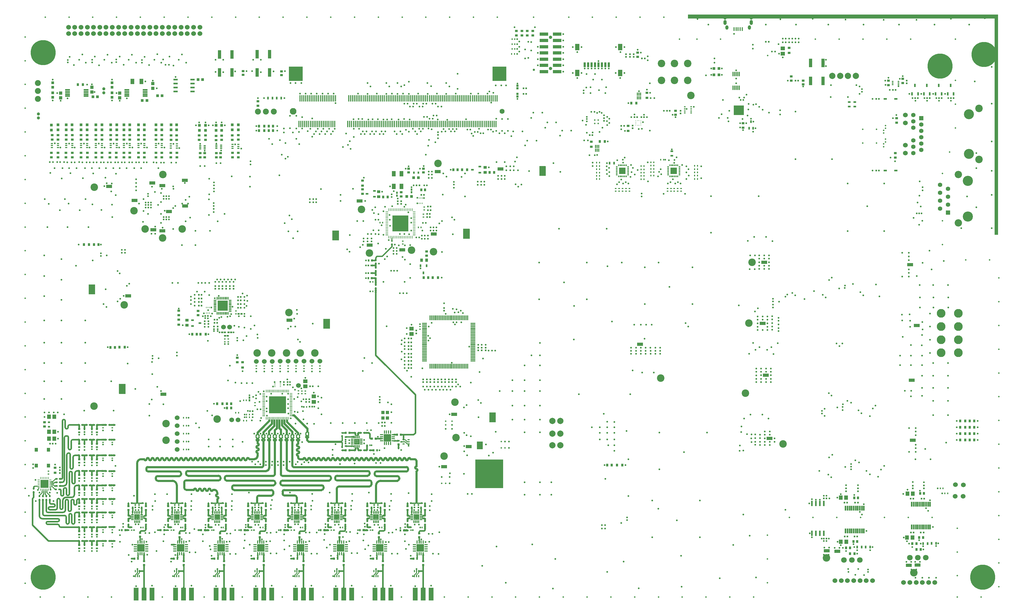
<source format=gts>
G04*
G04 #@! TF.GenerationSoftware,Altium Limited,Altium Designer,20.0.13 (296)*
G04*
G04 Layer_Color=8388736*
%FSLAX25Y25*%
%MOIN*%
G70*
G01*
G75*
%ADD10C,0.02362*%
%ADD17C,0.01575*%
%ADD24C,0.00945*%
%ADD34R,0.03740X0.03740*%
%ADD35R,0.03150X0.03740*%
%ADD37R,0.03937X0.04134*%
%ADD38R,0.03740X0.03740*%
%ADD39R,0.10827X0.03937*%
%ADD40R,0.03937X0.11024*%
%ADD41R,0.02047X0.02835*%
%ADD43R,0.02441X0.02598*%
%ADD44R,0.02441X0.02756*%
%ADD45R,0.01772X0.02165*%
%ADD46R,0.05709X0.02362*%
%ADD47R,0.04528X0.06890*%
%ADD49R,0.02598X0.02441*%
%ADD51R,0.02165X0.01772*%
%ADD52R,0.03937X0.04724*%
%ADD53R,0.02362X0.01378*%
%ADD54R,0.02165X0.02165*%
%ADD55R,0.01181X0.02756*%
%ADD56R,0.02165X0.03740*%
%ADD57R,0.03740X0.02165*%
%ADD58R,0.02284X0.02598*%
%ADD59R,0.02323X0.02441*%
%ADD60R,0.01968X0.01968*%
%ADD61R,0.05512X0.04921*%
%ADD62R,0.04921X0.05512*%
%ADD63O,0.00984X0.03543*%
%ADD64O,0.03543X0.00984*%
%ADD65R,0.04375X0.02365*%
%ADD66O,0.00984X0.03150*%
%ADD67O,0.03150X0.00984*%
%ADD68R,0.01378X0.01968*%
%ADD69R,0.01968X0.01378*%
%ADD70R,0.03956X0.01535*%
%ADD71R,0.01535X0.03956*%
%ADD72O,0.00787X0.03543*%
%ADD73O,0.03543X0.00787*%
%ADD74R,0.02441X0.02323*%
%ADD75R,0.02165X0.02362*%
%ADD76R,0.02362X0.02165*%
%ADD77R,0.02835X0.02047*%
%ADD78R,0.01968X0.01968*%
%ADD79R,0.02598X0.02284*%
%ADD80R,0.01968X0.03347*%
%ADD81R,0.03543X0.02756*%
%ADD82R,0.01772X0.04724*%
%ADD83R,0.03150X0.05906*%
%ADD84R,0.05709X0.07874*%
%ADD85R,0.03740X0.03150*%
%ADD86R,0.05906X0.01181*%
%ADD87R,0.01181X0.05906*%
%ADD88R,0.03740X0.02362*%
%ADD89R,0.02953X0.03543*%
%ADD90R,0.17700X0.18100*%
%ADD91R,0.01400X0.07900*%
%ADD92R,0.01968X0.06496*%
%ADD93R,0.02362X0.06693*%
%ADD94R,0.01083X0.00984*%
%ADD95R,0.00984X0.01083*%
%ADD96R,0.04331X0.03937*%
G04:AMPARAMS|DCode=97|XSize=7.87mil|YSize=17.72mil|CornerRadius=1.97mil|HoleSize=0mil|Usage=FLASHONLY|Rotation=180.000|XOffset=0mil|YOffset=0mil|HoleType=Round|Shape=RoundedRectangle|*
%AMROUNDEDRECTD97*
21,1,0.00787,0.01378,0,0,180.0*
21,1,0.00394,0.01772,0,0,180.0*
1,1,0.00394,-0.00197,0.00689*
1,1,0.00394,0.00197,0.00689*
1,1,0.00394,0.00197,-0.00689*
1,1,0.00394,-0.00197,-0.00689*
%
%ADD97ROUNDEDRECTD97*%
%ADD98R,0.05512X0.04528*%
%ADD99R,0.03740X0.03347*%
%ADD100R,0.02756X0.01378*%
%ADD101R,0.03543X0.02953*%
%ADD102R,0.00100X0.00100*%
%ADD103R,0.01200X0.03200*%
%ADD104R,0.03200X0.01200*%
%ADD105R,0.03937X0.03543*%
%ADD106R,0.02756X0.01181*%
%ADD107R,0.00100X0.00100*%
%ADD108R,0.06000X0.16000*%
%ADD109R,0.02756X0.03543*%
%ADD110R,0.02953X0.01772*%
%ADD111R,0.02953X0.02559*%
%ADD112R,0.02953X0.03740*%
%ADD113R,0.04528X0.05512*%
%ADD114R,0.02362X0.04134*%
%ADD115R,0.03543X0.03937*%
%ADD116R,0.02362X0.03740*%
%ADD117R,0.04921X0.06890*%
%ADD118R,0.03347X0.03543*%
%ADD119R,0.02362X0.03150*%
%ADD120R,0.03740X0.03543*%
%ADD121R,0.03150X0.02362*%
%ADD122R,0.03347X0.03740*%
G04:AMPARAMS|DCode=123|XSize=7.87mil|YSize=17.72mil|CornerRadius=1.97mil|HoleSize=0mil|Usage=FLASHONLY|Rotation=90.000|XOffset=0mil|YOffset=0mil|HoleType=Round|Shape=RoundedRectangle|*
%AMROUNDEDRECTD123*
21,1,0.00787,0.01378,0,0,90.0*
21,1,0.00394,0.01772,0,0,90.0*
1,1,0.00394,0.00689,0.00197*
1,1,0.00394,0.00689,-0.00197*
1,1,0.00394,-0.00689,-0.00197*
1,1,0.00394,-0.00689,0.00197*
%
%ADD123ROUNDEDRECTD123*%
%ADD124R,0.01787X0.02642*%
%ADD125R,0.01856X0.01200*%
%ADD126R,0.03274X0.01200*%
%ADD127R,0.02074X0.01200*%
%ADD128R,0.01200X0.02376*%
%ADD129R,0.01200X0.02283*%
%ADD130R,0.01200X0.04392*%
%ADD131R,0.01200X0.04283*%
%ADD132R,0.03768X0.01787*%
%ADD133R,0.12524X0.12492*%
%ADD134C,0.01968*%
%ADD135C,0.01681*%
%ADD136O,0.01654X0.05787*%
%ADD137R,0.07480X0.04331*%
%ADD138R,0.05906X0.02165*%
%ADD139R,0.01378X0.04134*%
%ADD140R,0.20472X0.20472*%
%ADD141R,0.10039X0.10039*%
%ADD142R,0.08268X0.08268*%
%ADD143R,0.09449X0.09449*%
%ADD144R,0.09449X0.09449*%
%ADD145R,0.21654X0.21654*%
%ADD146R,0.12800X0.12800*%
%ADD147R,0.01968X0.02362*%
%ADD148C,0.01787*%
%ADD149C,0.01142*%
%ADD150C,0.00938*%
%ADD151C,0.02165*%
%ADD152C,0.01339*%
%ADD153C,0.02181*%
%ADD154C,0.01772*%
%ADD155C,0.01867*%
%ADD156C,0.00945*%
%ADD157C,0.01732*%
%ADD158C,0.00658*%
%ADD159C,0.01187*%
%ADD160C,0.01984*%
%ADD161C,0.01961*%
%ADD162C,0.01725*%
%ADD163C,0.02126*%
%ADD164C,0.09449*%
%ADD165C,0.07480*%
%ADD166C,0.04252*%
%ADD167C,0.03937*%
%ADD168C,0.06000*%
%ADD169C,0.05512*%
%ADD170C,0.31496*%
%ADD171C,0.07874*%
%ADD172R,0.05512X0.05512*%
%ADD173C,0.06024*%
%ADD174C,0.12598*%
%ADD175C,0.07087*%
%ADD176O,0.03937X0.06299*%
%ADD177O,0.03937X0.05512*%
%ADD178C,0.06300*%
%ADD179C,0.08300*%
%ADD180C,0.05504*%
%ADD181C,0.02000*%
%ADD182C,0.09272*%
%ADD183R,0.05504X0.05504*%
%ADD184C,0.12795*%
%ADD185C,0.11000*%
%ADD186C,0.02165*%
%ADD187C,0.01900*%
%ADD188C,0.02756*%
%ADD189C,0.01968*%
G36*
X660174Y647369D02*
X660174Y635335D01*
X651911Y635335D01*
Y647708D01*
X659820Y647722D01*
X660174Y647369D01*
D02*
G37*
G36*
X1229493Y838671D02*
X1229502Y561238D01*
X1225066D01*
X1225065Y833842D01*
X839192Y833938D01*
X839192Y838671D01*
X1229493Y838671D01*
D02*
G37*
G36*
X564345Y568335D02*
X564345Y556301D01*
X556081Y556301D01*
Y568674D01*
X563991Y568688D01*
X564345Y568335D01*
D02*
G37*
G36*
X466828Y556810D02*
X466834Y556809D01*
X466838Y556808D01*
X466842Y556808D01*
X466848Y556805D01*
X466854Y556803D01*
X466857Y556801D01*
X466861Y556800D01*
X466866Y556796D01*
X466872Y556792D01*
X466874Y556789D01*
X466878Y556787D01*
X466882Y556782D01*
X466886Y556777D01*
X466888Y556774D01*
X466890Y556771D01*
X466893Y556765D01*
X466896Y556759D01*
X466897Y556755D01*
X466898Y556751D01*
X466899Y556745D01*
X466900Y556739D01*
X466900Y556735D01*
X466901Y556731D01*
X466900Y556725D01*
X466900Y556718D01*
X466899Y556714D01*
X466898Y556710D01*
X466896Y556704D01*
X466894Y556698D01*
X466885Y556680D01*
X466878Y556651D01*
X466870Y556605D01*
X466857Y556463D01*
X466845Y556141D01*
X466842Y555855D01*
X466841Y555845D01*
X466840Y555835D01*
X466839Y555835D01*
X466839Y555835D01*
X466835Y555826D01*
X466832Y555816D01*
X466831Y555816D01*
X466831Y555816D01*
X466825Y555808D01*
X466819Y555800D01*
X466819Y555800D01*
X466819Y555799D01*
X466810Y555793D01*
X466803Y555787D01*
X466802Y555787D01*
X466802Y555787D01*
X466792Y555783D01*
X466783Y555779D01*
X466783Y555779D01*
X466783Y555779D01*
X466772Y555778D01*
X466763Y555777D01*
X465975D01*
X465965Y555778D01*
X465955Y555779D01*
X465955Y555779D01*
X465955Y555779D01*
X465946Y555783D01*
X465936Y555787D01*
X465936Y555787D01*
X465936Y555787D01*
X465928Y555793D01*
X465919Y555799D01*
X465919Y555800D01*
X465919Y555800D01*
X465913Y555808D01*
X465907Y555816D01*
X465907Y555816D01*
X465907Y555816D01*
X465903Y555826D01*
X465899Y555835D01*
X465899Y555835D01*
X465899Y555835D01*
X465897Y555845D01*
X465896Y555856D01*
X465895Y556004D01*
X465850Y556687D01*
X465844Y556698D01*
X465843Y556704D01*
X465840Y556710D01*
X465840Y556714D01*
X465838Y556718D01*
X465838Y556725D01*
X465837Y556731D01*
X465838Y556735D01*
X465838Y556739D01*
X465839Y556745D01*
X465840Y556751D01*
X465842Y556755D01*
X465842Y556759D01*
X465846Y556765D01*
X465848Y556771D01*
X465850Y556774D01*
X465852Y556777D01*
X465857Y556782D01*
X465861Y556787D01*
X465864Y556789D01*
X465866Y556792D01*
X465872Y556796D01*
X465877Y556800D01*
X465881Y556801D01*
X465884Y556803D01*
X465890Y556805D01*
X465896Y556808D01*
X465900Y556808D01*
X465904Y556809D01*
X465910Y556810D01*
X465917Y556810D01*
X466821D01*
X466828Y556810D01*
D02*
G37*
G36*
X399740Y554256D02*
X391830Y554242D01*
X391476Y554595D01*
X391476Y566630D01*
X399740Y566630D01*
Y554256D01*
D02*
G37*
G36*
X466772Y554818D02*
X466781Y554817D01*
X466782Y554817D01*
X466783Y554817D01*
X466792Y554813D01*
X466801Y554810D01*
X466802Y554809D01*
X466803Y554809D01*
X466810Y554803D01*
X466817Y554798D01*
X466818Y554797D01*
X466819Y554796D01*
X466825Y554789D01*
X466830Y554781D01*
X466831Y554780D01*
X466832Y554780D01*
X466835Y554771D01*
X466839Y554763D01*
X466839Y554762D01*
X466840Y554761D01*
X466841Y554751D01*
X466842Y554742D01*
X466846Y554595D01*
X466857Y554467D01*
X466876Y554355D01*
X466901Y554261D01*
X466932Y554185D01*
X466968Y554127D01*
X467007Y554084D01*
X467051Y554056D01*
X467099Y554038D01*
X467165Y554032D01*
X467171Y554030D01*
X467177Y554029D01*
X467181Y554028D01*
X467185Y554027D01*
X467190Y554024D01*
X467196Y554021D01*
X467200Y554019D01*
X467203Y554017D01*
X467208Y554012D01*
X467213Y554009D01*
X467215Y554005D01*
X467218Y554003D01*
X467221Y553997D01*
X467225Y553992D01*
X467227Y553988D01*
X467229Y553985D01*
X467231Y553979D01*
X467233Y553973D01*
X467234Y553969D01*
X467235Y553965D01*
X467235Y553959D01*
X467236Y553953D01*
X467235Y553948D01*
X467236Y553944D01*
X467234Y553938D01*
X467233Y553932D01*
X467232Y553928D01*
X467231Y553924D01*
X467228Y553919D01*
X467225Y553913D01*
X467223Y553909D01*
X467221Y553906D01*
X467216Y553901D01*
X467213Y553896D01*
X467209Y553894D01*
X467206Y553891D01*
X467201Y553888D01*
X467196Y553884D01*
X467192Y553882D01*
X467189Y553880D01*
X467183Y553878D01*
X467177Y553876D01*
X467173Y553875D01*
X467169Y553874D01*
X467163Y553874D01*
X467157Y553873D01*
X465582D01*
X465576Y553874D01*
X465569Y553874D01*
X465565Y553875D01*
X465561Y553876D01*
X465555Y553878D01*
X465549Y553880D01*
X465546Y553882D01*
X465542Y553884D01*
X465537Y553888D01*
X465532Y553891D01*
X465529Y553894D01*
X465525Y553896D01*
X465522Y553901D01*
X465517Y553906D01*
X465515Y553910D01*
X465513Y553913D01*
X465511Y553919D01*
X465508Y553924D01*
X465507Y553928D01*
X465505Y553932D01*
X465504Y553938D01*
X465503Y553944D01*
X465503Y553948D01*
X465502Y553953D01*
X465503Y553959D01*
X465503Y553965D01*
X465504Y553969D01*
X465505Y553973D01*
X465507Y553979D01*
X465509Y553985D01*
X465511Y553989D01*
X465513Y553992D01*
X465517Y553997D01*
X465520Y554003D01*
X465523Y554005D01*
X465525Y554009D01*
X465530Y554012D01*
X465535Y554017D01*
X465539Y554019D01*
X465542Y554021D01*
X465548Y554024D01*
X465553Y554027D01*
X465557Y554028D01*
X465561Y554029D01*
X465567Y554030D01*
X465573Y554032D01*
X465639Y554038D01*
X465688Y554056D01*
X465731Y554084D01*
X465770Y554127D01*
X465806Y554185D01*
X465837Y554261D01*
X465862Y554355D01*
X465881Y554467D01*
X465892Y554595D01*
X465896Y554742D01*
X465897Y554751D01*
X465899Y554761D01*
X465899Y554762D01*
X465899Y554763D01*
X465903Y554771D01*
X465907Y554780D01*
X465907Y554780D01*
X465908Y554781D01*
X465913Y554789D01*
X465919Y554796D01*
X465920Y554797D01*
X465921Y554798D01*
X465928Y554803D01*
X465936Y554809D01*
X465937Y554809D01*
X465938Y554810D01*
X465946Y554813D01*
X465955Y554817D01*
X465956Y554817D01*
X465957Y554817D01*
X465966Y554818D01*
X465975Y554819D01*
X466763D01*
X466772Y554818D01*
D02*
G37*
G36*
X467159Y549174D02*
X467160Y549174D01*
X467186Y549173D01*
X467214Y549171D01*
X467215Y549171D01*
X467216Y549171D01*
X467242Y549166D01*
X467269Y549162D01*
X467270Y549161D01*
X467272Y549161D01*
X467298Y549154D01*
X467323Y549146D01*
X467324Y549146D01*
X467326Y549145D01*
X467350Y549135D01*
X467375Y549125D01*
X467376Y549124D01*
X467377Y549123D01*
X467400Y549111D01*
X467424Y549098D01*
X467425Y549097D01*
X467426Y549096D01*
X467448Y549081D01*
X467470Y549065D01*
X467471Y549064D01*
X467472Y549063D01*
X467492Y549045D01*
X467512Y549028D01*
X467513Y549027D01*
X467514Y549026D01*
X467531Y549006D01*
X467549Y548986D01*
X467550Y548985D01*
X467551Y548984D01*
X467566Y548962D01*
X467582Y548940D01*
X467582Y548939D01*
X467583Y548938D01*
X467596Y548914D01*
X467609Y548891D01*
X467609Y548890D01*
X467610Y548888D01*
X467620Y548864D01*
X467630Y548839D01*
X467631Y548838D01*
X467631Y548836D01*
X467638Y548811D01*
X467646Y548785D01*
X467646Y548784D01*
X467646Y548782D01*
X467651Y548755D01*
X467655Y548730D01*
X467655Y548728D01*
X467655Y548727D01*
X467657Y548700D01*
X467658Y548674D01*
X467658Y548672D01*
X467658Y548671D01*
X467657Y548645D01*
X467655Y548618D01*
X467655Y548616D01*
X467655Y548615D01*
X467650Y548589D01*
X467646Y548562D01*
X467645Y548561D01*
X467645Y548559D01*
X467637Y548533D01*
X467630Y548508D01*
X467630Y548507D01*
X467629Y548505D01*
X467619Y548481D01*
X467609Y548456D01*
X467608Y548455D01*
X467607Y548454D01*
X467595Y548431D01*
X467582Y548407D01*
X467581Y548406D01*
X467580Y548405D01*
X467564Y548383D01*
X467549Y548361D01*
X467548Y548360D01*
X467547Y548359D01*
X467529Y548339D01*
X467512Y548319D01*
X467511Y548318D01*
X467510Y548317D01*
X467489Y548300D01*
X467470Y548282D01*
X467469Y548281D01*
X467467Y548280D01*
X467446Y548265D01*
X467424Y548250D01*
X467423Y548249D01*
X467421Y548248D01*
X467398Y548235D01*
X467375Y548222D01*
X467373Y548222D01*
X467372Y548221D01*
X467348Y548211D01*
X467323Y548201D01*
X467321Y548201D01*
X467320Y548200D01*
X467295Y548193D01*
X467294Y548193D01*
X467289Y548177D01*
X467277Y548100D01*
X467268Y547998D01*
X467264Y547861D01*
X467263Y547840D01*
X467261Y547818D01*
X467260Y547812D01*
X467260Y547805D01*
X467256Y547784D01*
X467252Y547763D01*
X467250Y547756D01*
X467249Y547750D01*
X467242Y547730D01*
X467237Y547709D01*
X467234Y547703D01*
X467232Y547697D01*
X467223Y547677D01*
X467215Y547657D01*
X467212Y547651D01*
X467209Y547645D01*
X467198Y547627D01*
X467188Y547608D01*
X467184Y547603D01*
X467181Y547597D01*
X467168Y547580D01*
X467155Y547562D01*
X467151Y547557D01*
X467147Y547552D01*
X467132Y547536D01*
X467118Y547520D01*
X467113Y547516D01*
X467109Y547511D01*
X467092Y547497D01*
X467076Y547483D01*
X467071Y547479D01*
X467066Y547475D01*
X467048Y547463D01*
X467030Y547450D01*
X467025Y547447D01*
X467019Y547443D01*
X467000Y547434D01*
X466981Y547423D01*
X466975Y547421D01*
X466969Y547417D01*
X466949Y547410D01*
X466929Y547402D01*
X466923Y547400D01*
X466917Y547397D01*
X466896Y547392D01*
X466875Y547386D01*
X466869Y547385D01*
X466862Y547383D01*
X466841Y547380D01*
X466820Y547377D01*
X466813Y547376D01*
X466807Y547375D01*
X466785Y547375D01*
X466764Y547373D01*
X465976D01*
X465955Y547375D01*
X465933Y547375D01*
X465927Y547376D01*
X465920Y547377D01*
X465899Y547380D01*
X465878Y547383D01*
X465871Y547385D01*
X465865Y547386D01*
X465844Y547392D01*
X465823Y547397D01*
X465817Y547400D01*
X465811Y547402D01*
X465791Y547410D01*
X465771Y547417D01*
X465765Y547421D01*
X465759Y547423D01*
X465740Y547434D01*
X465721Y547443D01*
X465716Y547447D01*
X465710Y547450D01*
X465692Y547463D01*
X465674Y547475D01*
X465669Y547479D01*
X465664Y547483D01*
X465648Y547497D01*
X465632Y547511D01*
X465627Y547516D01*
X465622Y547520D01*
X465608Y547536D01*
X465593Y547552D01*
X465589Y547557D01*
X465585Y547562D01*
X465572Y547579D01*
X465559Y547597D01*
X465556Y547603D01*
X465552Y547608D01*
X465542Y547627D01*
X465531Y547645D01*
X465528Y547651D01*
X465525Y547657D01*
X465517Y547677D01*
X465508Y547697D01*
X465506Y547703D01*
X465504Y547709D01*
X465498Y547730D01*
X465491Y547750D01*
X465490Y547756D01*
X465488Y547763D01*
X465485Y547784D01*
X465480Y547805D01*
X465480Y547812D01*
X465479Y547818D01*
X465478Y547840D01*
X465476Y547861D01*
X465472Y547998D01*
X465463Y548100D01*
X465451Y548177D01*
X465447Y548193D01*
X465445Y548193D01*
X465420Y548200D01*
X465419Y548201D01*
X465417Y548201D01*
X465393Y548211D01*
X465368Y548221D01*
X465367Y548222D01*
X465365Y548222D01*
X465343Y548235D01*
X465319Y548248D01*
X465317Y548249D01*
X465316Y548250D01*
X465295Y548265D01*
X465273Y548280D01*
X465272Y548281D01*
X465270Y548282D01*
X465251Y548299D01*
X465231Y548317D01*
X465230Y548318D01*
X465229Y548319D01*
X465211Y548339D01*
X465193Y548359D01*
X465192Y548360D01*
X465191Y548361D01*
X465176Y548383D01*
X465160Y548405D01*
X465160Y548406D01*
X465159Y548407D01*
X465146Y548430D01*
X465133Y548454D01*
X465132Y548455D01*
X465132Y548456D01*
X465122Y548480D01*
X465111Y548505D01*
X465110Y548507D01*
X465110Y548508D01*
X465103Y548532D01*
X465095Y548559D01*
X465095Y548561D01*
X465094Y548562D01*
X465090Y548587D01*
X465085Y548615D01*
X465085Y548616D01*
X465085Y548618D01*
X465084Y548644D01*
X465082Y548671D01*
X465082Y548672D01*
X465082Y548674D01*
X465083Y548700D01*
X465085Y548727D01*
X465085Y548728D01*
X465085Y548730D01*
X465089Y548755D01*
X465094Y548782D01*
X465094Y548784D01*
X465094Y548785D01*
X465102Y548810D01*
X465109Y548836D01*
X465110Y548838D01*
X465110Y548839D01*
X465120Y548863D01*
X465130Y548888D01*
X465131Y548890D01*
X465132Y548891D01*
X465144Y548914D01*
X465157Y548938D01*
X465158Y548939D01*
X465159Y548940D01*
X465173Y548961D01*
X465189Y548984D01*
X465190Y548985D01*
X465191Y548986D01*
X465208Y549005D01*
X465227Y549026D01*
X465228Y549027D01*
X465229Y549028D01*
X465248Y549045D01*
X465268Y549063D01*
X465269Y549064D01*
X465270Y549065D01*
X465292Y549081D01*
X465314Y549096D01*
X465315Y549097D01*
X465316Y549098D01*
X465340Y549111D01*
X465363Y549123D01*
X465364Y549124D01*
X465365Y549125D01*
X465390Y549135D01*
X465414Y549145D01*
X465416Y549146D01*
X465417Y549146D01*
X465442Y549154D01*
X465468Y549161D01*
X465470Y549161D01*
X465471Y549162D01*
X465497Y549166D01*
X465524Y549171D01*
X465525Y549171D01*
X465527Y549171D01*
X465553Y549173D01*
X465580Y549174D01*
X465581Y549174D01*
X465583Y549174D01*
X467158D01*
X467159Y549174D01*
D02*
G37*
G36*
X446330Y531097D02*
X446352Y531096D01*
X446358Y531095D01*
X446365Y531095D01*
X446386Y531091D01*
X446407Y531088D01*
X446414Y531087D01*
X446420Y531086D01*
X446441Y531080D01*
X446462Y531074D01*
X446468Y531072D01*
X446474Y531070D01*
X446494Y531062D01*
X446514Y531054D01*
X446520Y531051D01*
X446526Y531049D01*
X446545Y531038D01*
X446564Y531028D01*
X446569Y531025D01*
X446575Y531021D01*
X446593Y531009D01*
X446611Y530997D01*
X446616Y530993D01*
X446621Y530989D01*
X446637Y530974D01*
X446654Y530961D01*
X446658Y530956D01*
X446663Y530951D01*
X446677Y530935D01*
X446692Y530920D01*
X446696Y530914D01*
X446700Y530910D01*
X446713Y530892D01*
X446726Y530875D01*
X446729Y530869D01*
X446733Y530864D01*
X446743Y530845D01*
X446754Y530826D01*
X446757Y530820D01*
X446760Y530815D01*
X446768Y530795D01*
X446777Y530775D01*
X446779Y530769D01*
X446781Y530763D01*
X446787Y530742D01*
X446794Y530722D01*
X446795Y530715D01*
X446797Y530709D01*
X446801Y530688D01*
X446805Y530666D01*
X446805Y530660D01*
X446806Y530653D01*
X446807Y530632D01*
X446809Y530610D01*
X446813Y530474D01*
X446822Y530372D01*
X446834Y530295D01*
X446839Y530279D01*
X446840Y530279D01*
X446865Y530272D01*
X446866Y530271D01*
X446868Y530271D01*
X446892Y530261D01*
X446917Y530250D01*
X446918Y530250D01*
X446920Y530249D01*
X446942Y530237D01*
X446966Y530224D01*
X446968Y530223D01*
X446969Y530222D01*
X446990Y530207D01*
X447012Y530191D01*
X447014Y530190D01*
X447015Y530190D01*
X447034Y530172D01*
X447054Y530154D01*
X447055Y530153D01*
X447056Y530152D01*
X447074Y530132D01*
X447092Y530113D01*
X447093Y530111D01*
X447094Y530110D01*
X447109Y530089D01*
X447125Y530067D01*
X447126Y530066D01*
X447126Y530064D01*
X447139Y530042D01*
X447152Y530018D01*
X447153Y530017D01*
X447154Y530015D01*
X447163Y529991D01*
X447174Y529966D01*
X447175Y529965D01*
X447175Y529963D01*
X447182Y529939D01*
X447190Y529912D01*
X447190Y529911D01*
X447191Y529909D01*
X447195Y529884D01*
X447200Y529857D01*
X447200Y529855D01*
X447200Y529854D01*
X447201Y529828D01*
X447203Y529801D01*
X447203Y529799D01*
X447203Y529798D01*
X447202Y529772D01*
X447200Y529745D01*
X447200Y529743D01*
X447200Y529742D01*
X447196Y529716D01*
X447191Y529689D01*
X447191Y529688D01*
X447191Y529686D01*
X447183Y529661D01*
X447176Y529635D01*
X447175Y529634D01*
X447175Y529633D01*
X447165Y529608D01*
X447155Y529583D01*
X447154Y529582D01*
X447154Y529581D01*
X447141Y529558D01*
X447128Y529534D01*
X447127Y529533D01*
X447126Y529531D01*
X447112Y529511D01*
X447096Y529488D01*
X447095Y529487D01*
X447094Y529486D01*
X447077Y529467D01*
X447058Y529446D01*
X447057Y529445D01*
X447056Y529444D01*
X447037Y529427D01*
X447017Y529408D01*
X447016Y529407D01*
X447015Y529406D01*
X446993Y529391D01*
X446971Y529376D01*
X446970Y529375D01*
X446969Y529374D01*
X446946Y529361D01*
X446922Y529348D01*
X446921Y529348D01*
X446920Y529347D01*
X446895Y529337D01*
X446871Y529326D01*
X446869Y529326D01*
X446868Y529325D01*
X446843Y529318D01*
X446817Y529310D01*
X446815Y529310D01*
X446814Y529310D01*
X446788Y529305D01*
X446761Y529301D01*
X446760Y529301D01*
X446758Y529300D01*
X446732Y529299D01*
X446705Y529297D01*
X446704Y529297D01*
X446702Y529297D01*
X445442D01*
Y528050D01*
X445442Y528049D01*
X445442Y528047D01*
X445440Y528020D01*
X445439Y527994D01*
X445438Y527992D01*
X445438Y527991D01*
X445434Y527965D01*
X445429Y527939D01*
X445429Y527937D01*
X445429Y527935D01*
X445421Y527910D01*
X445414Y527885D01*
X445413Y527883D01*
X445413Y527881D01*
X445402Y527857D01*
X445392Y527833D01*
X445391Y527831D01*
X445391Y527830D01*
X445378Y527807D01*
X445365Y527784D01*
X445364Y527782D01*
X445363Y527781D01*
X445348Y527760D01*
X445333Y527738D01*
X445331Y527737D01*
X445330Y527735D01*
X445313Y527716D01*
X445295Y527696D01*
X445294Y527695D01*
X445293Y527694D01*
X445273Y527676D01*
X445253Y527659D01*
X445252Y527658D01*
X445251Y527657D01*
X445229Y527641D01*
X445208Y527626D01*
X445206Y527625D01*
X445204Y527624D01*
X445181Y527612D01*
X445158Y527599D01*
X445157Y527598D01*
X445155Y527598D01*
X445131Y527588D01*
X445107Y527578D01*
X445105Y527577D01*
X445103Y527576D01*
X445078Y527569D01*
X445053Y527562D01*
X445051Y527562D01*
X445049Y527561D01*
X445023Y527557D01*
X444997Y527553D01*
X444995Y527553D01*
X444993Y527552D01*
X444967Y527551D01*
X444941Y527550D01*
X444939Y527550D01*
X444937Y527550D01*
X444911Y527551D01*
X444885Y527553D01*
X444883Y527553D01*
X444881Y527553D01*
X444855Y527558D01*
X444830Y527562D01*
X444828Y527563D01*
X444826Y527563D01*
X444801Y527570D01*
X444776Y527578D01*
X444774Y527578D01*
X444772Y527579D01*
X444748Y527589D01*
X444724Y527599D01*
X444722Y527600D01*
X444721Y527601D01*
X444698Y527613D01*
X444675Y527626D01*
X444673Y527627D01*
X444672Y527628D01*
X444651Y527643D01*
X444629Y527659D01*
X444628Y527660D01*
X444626Y527661D01*
X444607Y527679D01*
X444587Y527696D01*
X444586Y527698D01*
X444584Y527699D01*
X444567Y527719D01*
X444550Y527738D01*
X444549Y527740D01*
X444547Y527741D01*
X444532Y527763D01*
X444517Y527784D01*
X444516Y527785D01*
X444515Y527787D01*
X444502Y527810D01*
X444490Y527833D01*
X444489Y527835D01*
X444488Y527836D01*
X444479Y527860D01*
X444468Y527885D01*
X444468Y527887D01*
X444467Y527888D01*
X444460Y527913D01*
X444460Y527916D01*
X444449Y527919D01*
X444374Y527931D01*
X444275Y527940D01*
X444141Y527943D01*
X444119Y527945D01*
X444098Y527946D01*
X444091Y527948D01*
X444085Y527948D01*
X444064Y527952D01*
X444042Y527956D01*
X444036Y527958D01*
X444030Y527959D01*
X444009Y527965D01*
X443988Y527971D01*
X443982Y527974D01*
X443976Y527976D01*
X443957Y527985D01*
X443936Y527993D01*
X443931Y527996D01*
X443925Y527999D01*
X443906Y528010D01*
X443887Y528020D01*
X443882Y528024D01*
X443876Y528027D01*
X443859Y528040D01*
X443842Y528053D01*
X443837Y528057D01*
X443831Y528061D01*
X443816Y528076D01*
X443800Y528090D01*
X443795Y528095D01*
X443790Y528099D01*
X443777Y528116D01*
X443762Y528132D01*
X443758Y528137D01*
X443754Y528142D01*
X443742Y528160D01*
X443730Y528178D01*
X443726Y528183D01*
X443723Y528189D01*
X443713Y528208D01*
X443703Y528227D01*
X443700Y528233D01*
X443697Y528239D01*
X443689Y528259D01*
X443681Y528279D01*
X443679Y528285D01*
X443677Y528291D01*
X443672Y528312D01*
X443666Y528333D01*
X443664Y528339D01*
X443663Y528345D01*
X443660Y528367D01*
X443656Y528388D01*
X443656Y528395D01*
X443655Y528401D01*
X443654Y528422D01*
X443653Y528444D01*
Y529231D01*
X443654Y529253D01*
X443655Y529274D01*
X443656Y529281D01*
X443656Y529287D01*
X443660Y529309D01*
X443663Y529330D01*
X443664Y529336D01*
X443666Y529343D01*
X443672Y529363D01*
X443677Y529384D01*
X443679Y529390D01*
X443681Y529397D01*
X443689Y529417D01*
X443697Y529437D01*
X443700Y529443D01*
X443703Y529449D01*
X443713Y529468D01*
X443723Y529487D01*
X443726Y529492D01*
X443730Y529498D01*
X443742Y529516D01*
X443754Y529533D01*
X443758Y529538D01*
X443762Y529544D01*
X443777Y529560D01*
X443790Y529576D01*
X443795Y529581D01*
X443800Y529586D01*
X443816Y529600D01*
X443831Y529615D01*
X443837Y529619D01*
X443842Y529623D01*
X443859Y529635D01*
X443876Y529648D01*
X443882Y529652D01*
X443887Y529656D01*
X443906Y529666D01*
X443925Y529677D01*
X443931Y529679D01*
X443936Y529683D01*
X443956Y529691D01*
X443976Y529700D01*
X443982Y529702D01*
X443988Y529704D01*
X444009Y529710D01*
X444030Y529717D01*
X444036Y529718D01*
X444042Y529720D01*
X444064Y529723D01*
X444085Y529727D01*
X444091Y529728D01*
X444098Y529729D01*
X444119Y529730D01*
X444141Y529732D01*
X444275Y529736D01*
X444374Y529744D01*
X444449Y529757D01*
X444460Y529760D01*
X444460Y529762D01*
X444467Y529787D01*
X444468Y529789D01*
X444468Y529790D01*
X444479Y529815D01*
X444488Y529839D01*
X444489Y529841D01*
X444490Y529842D01*
X444502Y529865D01*
X444515Y529888D01*
X444516Y529890D01*
X444517Y529892D01*
X444532Y529913D01*
X444547Y529935D01*
X444549Y529936D01*
X444550Y529937D01*
X444567Y529957D01*
X444584Y529977D01*
X444586Y529978D01*
X444587Y529979D01*
X444607Y529997D01*
X444626Y530014D01*
X444628Y530015D01*
X444629Y530017D01*
X444651Y530032D01*
X444672Y530047D01*
X444673Y530048D01*
X444675Y530049D01*
X444698Y530062D01*
X444704Y530066D01*
X444705Y530067D01*
X444721Y530089D01*
X444736Y530110D01*
X444737Y530111D01*
X444738Y530113D01*
X444756Y530132D01*
X444773Y530152D01*
X444774Y530153D01*
X444775Y530154D01*
X444796Y530172D01*
X444815Y530190D01*
X444816Y530190D01*
X444818Y530191D01*
X444839Y530206D01*
X444861Y530222D01*
X444862Y530223D01*
X444864Y530224D01*
X444887Y530236D01*
X444910Y530249D01*
X444912Y530250D01*
X444913Y530250D01*
X444937Y530260D01*
X444962Y530271D01*
X444964Y530271D01*
X444965Y530272D01*
X444990Y530279D01*
X444991Y530279D01*
X444996Y530295D01*
X445008Y530372D01*
X445017Y530474D01*
X445021Y530610D01*
X445022Y530632D01*
X445024Y530653D01*
X445025Y530660D01*
X445025Y530666D01*
X445029Y530688D01*
X445033Y530709D01*
X445035Y530715D01*
X445036Y530722D01*
X445043Y530742D01*
X445049Y530763D01*
X445051Y530769D01*
X445053Y530775D01*
X445062Y530795D01*
X445070Y530815D01*
X445073Y530820D01*
X445076Y530826D01*
X445087Y530845D01*
X445097Y530864D01*
X445101Y530869D01*
X445104Y530875D01*
X445117Y530892D01*
X445130Y530910D01*
X445134Y530914D01*
X445138Y530920D01*
X445153Y530935D01*
X445167Y530951D01*
X445172Y530956D01*
X445177Y530961D01*
X445193Y530974D01*
X445209Y530989D01*
X445214Y530993D01*
X445219Y530997D01*
X445237Y531009D01*
X445255Y531021D01*
X445260Y531025D01*
X445266Y531028D01*
X445285Y531038D01*
X445304Y531049D01*
X445310Y531051D01*
X445316Y531054D01*
X445336Y531062D01*
X445356Y531070D01*
X445362Y531072D01*
X445368Y531074D01*
X445389Y531080D01*
X445410Y531086D01*
X445416Y531087D01*
X445423Y531088D01*
X445444Y531091D01*
X445465Y531095D01*
X445472Y531095D01*
X445478Y531096D01*
X445500Y531097D01*
X445521Y531098D01*
X446309D01*
X446330Y531097D01*
D02*
G37*
G36*
X442294Y530126D02*
X442296Y530126D01*
X442322Y530124D01*
X442348Y530123D01*
X442350Y530123D01*
X442352Y530122D01*
X442378Y530118D01*
X442403Y530113D01*
X442405Y530113D01*
X442407Y530113D01*
X442432Y530105D01*
X442457Y530098D01*
X442459Y530097D01*
X442461Y530097D01*
X442485Y530086D01*
X442509Y530076D01*
X442511Y530075D01*
X442512Y530075D01*
X442535Y530062D01*
X442558Y530049D01*
X442560Y530048D01*
X442561Y530047D01*
X442582Y530032D01*
X442604Y530017D01*
X442605Y530015D01*
X442607Y530014D01*
X442626Y529997D01*
X442646Y529979D01*
X442647Y529978D01*
X442649Y529977D01*
X442666Y529957D01*
X442683Y529937D01*
X442684Y529936D01*
X442686Y529935D01*
X442701Y529913D01*
X442716Y529892D01*
X442717Y529890D01*
X442718Y529888D01*
X442731Y529865D01*
X442743Y529842D01*
X442744Y529841D01*
X442745Y529839D01*
X442754Y529815D01*
X442765Y529790D01*
X442765Y529789D01*
X442766Y529787D01*
X442773Y529762D01*
X442773Y529760D01*
X442784Y529757D01*
X442859Y529744D01*
X442958Y529736D01*
X443092Y529732D01*
X443114Y529730D01*
X443135Y529729D01*
X443142Y529728D01*
X443148Y529727D01*
X443169Y529723D01*
X443191Y529720D01*
X443197Y529718D01*
X443203Y529717D01*
X443224Y529710D01*
X443245Y529704D01*
X443251Y529702D01*
X443257Y529700D01*
X443277Y529691D01*
X443296Y529683D01*
X443302Y529679D01*
X443308Y529677D01*
X443327Y529666D01*
X443346Y529656D01*
X443351Y529652D01*
X443357Y529648D01*
X443374Y529635D01*
X443392Y529623D01*
X443396Y529619D01*
X443402Y529615D01*
X443417Y529600D01*
X443433Y529586D01*
X443438Y529581D01*
X443442Y529576D01*
X443456Y529560D01*
X443471Y529544D01*
X443475Y529538D01*
X443479Y529533D01*
X443491Y529516D01*
X443503Y529498D01*
X443506Y529492D01*
X443510Y529487D01*
X443520Y529468D01*
X443530Y529449D01*
X443533Y529443D01*
X443536Y529437D01*
X443544Y529417D01*
X443552Y529397D01*
X443554Y529390D01*
X443556Y529384D01*
X443562Y529363D01*
X443568Y529343D01*
X443569Y529336D01*
X443570Y529330D01*
X443573Y529309D01*
X443577Y529287D01*
X443577Y529281D01*
X443578Y529274D01*
X443579Y529253D01*
X443580Y529231D01*
Y528444D01*
X443579Y528422D01*
X443578Y528401D01*
X443577Y528395D01*
X443577Y528388D01*
X443573Y528367D01*
X443570Y528345D01*
X443569Y528339D01*
X443568Y528333D01*
X443562Y528312D01*
X443556Y528291D01*
X443554Y528285D01*
X443552Y528279D01*
X443544Y528259D01*
X443536Y528239D01*
X443533Y528233D01*
X443530Y528227D01*
X443520Y528208D01*
X443510Y528189D01*
X443506Y528183D01*
X443503Y528178D01*
X443491Y528160D01*
X443479Y528142D01*
X443475Y528137D01*
X443471Y528132D01*
X443456Y528116D01*
X443442Y528099D01*
X443438Y528095D01*
X443433Y528090D01*
X443417Y528076D01*
X443402Y528061D01*
X443396Y528057D01*
X443392Y528053D01*
X443374Y528040D01*
X443357Y528027D01*
X443351Y528024D01*
X443346Y528020D01*
X443327Y528010D01*
X443308Y527999D01*
X443302Y527996D01*
X443296Y527993D01*
X443277Y527985D01*
X443257Y527976D01*
X443251Y527974D01*
X443245Y527971D01*
X443224Y527965D01*
X443203Y527959D01*
X443197Y527958D01*
X443191Y527956D01*
X443169Y527952D01*
X443148Y527948D01*
X443142Y527948D01*
X443135Y527946D01*
X443114Y527945D01*
X443092Y527943D01*
X442958Y527940D01*
X442859Y527931D01*
X442784Y527919D01*
X442773Y527916D01*
X442773Y527913D01*
X442766Y527888D01*
X442765Y527887D01*
X442765Y527885D01*
X442754Y527860D01*
X442745Y527836D01*
X442744Y527835D01*
X442743Y527833D01*
X442731Y527810D01*
X442718Y527787D01*
X442717Y527785D01*
X442716Y527784D01*
X442701Y527762D01*
X442686Y527741D01*
X442685Y527740D01*
X442683Y527738D01*
X442666Y527718D01*
X442649Y527699D01*
X442647Y527698D01*
X442646Y527696D01*
X442626Y527679D01*
X442607Y527661D01*
X442605Y527660D01*
X442604Y527659D01*
X442582Y527643D01*
X442561Y527628D01*
X442560Y527627D01*
X442558Y527626D01*
X442535Y527613D01*
X442512Y527601D01*
X442511Y527600D01*
X442509Y527599D01*
X442485Y527589D01*
X442461Y527579D01*
X442459Y527578D01*
X442457Y527578D01*
X442432Y527570D01*
X442407Y527563D01*
X442405Y527563D01*
X442403Y527562D01*
X442378Y527558D01*
X442352Y527553D01*
X442350Y527553D01*
X442348Y527553D01*
X442321Y527551D01*
X442296Y527550D01*
X442294Y527550D01*
X442292Y527550D01*
X442265Y527551D01*
X442239Y527552D01*
X442238Y527553D01*
X442236Y527553D01*
X442210Y527557D01*
X442184Y527561D01*
X442182Y527562D01*
X442180Y527562D01*
X442155Y527569D01*
X442130Y527576D01*
X442128Y527577D01*
X442126Y527578D01*
X442102Y527588D01*
X442078Y527598D01*
X442076Y527598D01*
X442074Y527599D01*
X442051Y527612D01*
X442029Y527624D01*
X442027Y527625D01*
X442025Y527626D01*
X442004Y527642D01*
X441983Y527657D01*
X441981Y527658D01*
X441980Y527659D01*
X441960Y527676D01*
X441940Y527694D01*
X441939Y527695D01*
X441938Y527696D01*
X441920Y527716D01*
X441903Y527735D01*
X441902Y527737D01*
X441900Y527738D01*
X441885Y527760D01*
X441870Y527781D01*
X441869Y527782D01*
X441868Y527784D01*
X441855Y527807D01*
X441842Y527830D01*
X441842Y527831D01*
X441841Y527833D01*
X441830Y527857D01*
X441820Y527881D01*
X441820Y527883D01*
X441819Y527885D01*
X441812Y527910D01*
X441804Y527935D01*
X441804Y527937D01*
X441804Y527939D01*
X441799Y527965D01*
X441795Y527991D01*
X441794Y527992D01*
X441794Y527994D01*
X441793Y528021D01*
X441791Y528047D01*
X441791Y528048D01*
X441791Y528050D01*
Y529625D01*
X441791Y529627D01*
X441791Y529629D01*
X441793Y529655D01*
X441794Y529681D01*
X441794Y529683D01*
X441795Y529685D01*
X441799Y529711D01*
X441804Y529737D01*
X441804Y529738D01*
X441804Y529740D01*
X441812Y529766D01*
X441819Y529790D01*
X441820Y529792D01*
X441820Y529794D01*
X441831Y529818D01*
X441841Y529842D01*
X441842Y529844D01*
X441842Y529846D01*
X441855Y529868D01*
X441868Y529892D01*
X441869Y529893D01*
X441870Y529895D01*
X441885Y529916D01*
X441900Y529937D01*
X441902Y529939D01*
X441903Y529940D01*
X441920Y529959D01*
X441938Y529979D01*
X441939Y529981D01*
X441940Y529982D01*
X441960Y529999D01*
X441980Y530017D01*
X441981Y530018D01*
X441983Y530019D01*
X442004Y530034D01*
X442025Y530049D01*
X442027Y530050D01*
X442029Y530051D01*
X442052Y530064D01*
X442074Y530076D01*
X442076Y530077D01*
X442078Y530078D01*
X442102Y530088D01*
X442126Y530098D01*
X442128Y530098D01*
X442130Y530099D01*
X442155Y530106D01*
X442180Y530113D01*
X442182Y530114D01*
X442184Y530114D01*
X442210Y530118D01*
X442236Y530123D01*
X442238Y530123D01*
X442239Y530123D01*
X442266Y530125D01*
X442292Y530126D01*
X442294Y530126D01*
D02*
G37*
G36*
X446702Y524926D02*
X446704Y524926D01*
X446736Y524924D01*
X446767Y524922D01*
X446769Y524922D01*
X446770Y524922D01*
X446802Y524916D01*
X446832Y524911D01*
X446834Y524910D01*
X446836Y524910D01*
X446866Y524901D01*
X446896Y524893D01*
X446898Y524892D01*
X446899Y524891D01*
X446928Y524879D01*
X446957Y524867D01*
X446959Y524866D01*
X446960Y524866D01*
X446988Y524850D01*
X447015Y524835D01*
X447017Y524834D01*
X447018Y524833D01*
X447044Y524815D01*
X447070Y524797D01*
X447071Y524795D01*
X447072Y524794D01*
X447095Y524774D01*
X447119Y524752D01*
X447120Y524751D01*
X447121Y524750D01*
X447142Y524727D01*
X447163Y524703D01*
X447164Y524702D01*
X447165Y524700D01*
X447183Y524675D01*
X447202Y524649D01*
X447202Y524647D01*
X447203Y524646D01*
X447218Y524618D01*
X447234Y524591D01*
X447234Y524589D01*
X447235Y524588D01*
X447247Y524559D01*
X447259Y524530D01*
X447260Y524528D01*
X447260Y524526D01*
X447269Y524496D01*
X447277Y524466D01*
X447278Y524464D01*
X447278Y524463D01*
X447283Y524432D01*
X447289Y524400D01*
X447289Y524399D01*
X447289Y524397D01*
X447291Y524366D01*
X447292Y524334D01*
X447292Y524333D01*
X447292Y524331D01*
X447290Y524299D01*
X447289Y524268D01*
X447288Y524266D01*
X447288Y524265D01*
X447283Y524233D01*
X447277Y524203D01*
X447277Y524201D01*
X447277Y524199D01*
X447268Y524169D01*
X447259Y524139D01*
X447258Y524137D01*
X447258Y524136D01*
X447246Y524107D01*
X447234Y524078D01*
X447233Y524076D01*
X447232Y524075D01*
X447217Y524047D01*
X447202Y524019D01*
X447201Y524018D01*
X447200Y524017D01*
X447182Y523991D01*
X447163Y523965D01*
X447162Y523964D01*
X447161Y523963D01*
X447140Y523940D01*
X447119Y523916D01*
X447118Y523915D01*
X447117Y523913D01*
X447093Y523893D01*
X447070Y523872D01*
X447068Y523871D01*
X447067Y523870D01*
X447041Y523852D01*
X447015Y523833D01*
X447014Y523833D01*
X447013Y523832D01*
X446985Y523817D01*
X446957Y523801D01*
X446956Y523801D01*
X446954Y523800D01*
X446926Y523788D01*
X446916Y523784D01*
X446910Y523749D01*
X446902Y523653D01*
X446898Y523519D01*
X446896Y523494D01*
X446895Y523469D01*
X446894Y523461D01*
X446893Y523453D01*
X446888Y523428D01*
X446884Y523403D01*
X446882Y523396D01*
X446880Y523388D01*
X446873Y523364D01*
X446865Y523339D01*
X446862Y523332D01*
X446860Y523325D01*
X446850Y523302D01*
X446840Y523278D01*
X446836Y523272D01*
X446833Y523264D01*
X446820Y523242D01*
X446808Y523220D01*
X446804Y523214D01*
X446800Y523207D01*
X446784Y523187D01*
X446770Y523166D01*
X446764Y523160D01*
X446760Y523154D01*
X446742Y523136D01*
X446725Y523117D01*
X446720Y523111D01*
X446714Y523106D01*
X446695Y523090D01*
X446676Y523072D01*
X446670Y523068D01*
X446664Y523063D01*
X446643Y523049D01*
X446622Y523034D01*
X446615Y523030D01*
X446609Y523026D01*
X446586Y523014D01*
X446580Y523011D01*
X446799Y522682D01*
X446803Y522675D01*
X446808Y522668D01*
X446812Y522661D01*
X446816Y522655D01*
X446824Y522639D01*
X446833Y522624D01*
X446836Y522617D01*
X446840Y522610D01*
X446843Y522603D01*
X446847Y522596D01*
X446853Y522579D01*
X446860Y522564D01*
X446862Y522556D01*
X446865Y522549D01*
X446868Y522541D01*
X446870Y522534D01*
X446875Y522517D01*
X446880Y522501D01*
X446881Y522493D01*
X446884Y522485D01*
X446885Y522477D01*
X446887Y522470D01*
X446889Y522452D01*
X446893Y522436D01*
X446894Y522428D01*
X446895Y522420D01*
X446895Y522412D01*
X446896Y522404D01*
X446897Y522387D01*
X446898Y522369D01*
X446898Y522361D01*
X446899Y522354D01*
X446898Y522346D01*
X446898Y522337D01*
X446897Y522320D01*
X446896Y522303D01*
X446895Y522295D01*
X446895Y522287D01*
X446894Y522279D01*
X446893Y522271D01*
X446889Y522255D01*
X446887Y522237D01*
X446885Y522230D01*
X446884Y522222D01*
X446881Y522214D01*
X446880Y522206D01*
X446875Y522190D01*
X446870Y522173D01*
X446868Y522166D01*
X446865Y522158D01*
X446862Y522151D01*
X446860Y522143D01*
X446853Y522127D01*
X446847Y522111D01*
X446843Y522104D01*
X446840Y522097D01*
X446836Y522090D01*
X446833Y522083D01*
X446824Y522068D01*
X446816Y522052D01*
X446812Y522046D01*
X446808Y522039D01*
X446803Y522032D01*
X446799Y522025D01*
X446562Y521670D01*
X446564Y521670D01*
X446586Y521657D01*
X446609Y521646D01*
X446615Y521641D01*
X446622Y521638D01*
X446643Y521623D01*
X446664Y521609D01*
X446670Y521604D01*
X446676Y521599D01*
X446695Y521582D01*
X446714Y521566D01*
X446720Y521560D01*
X446725Y521555D01*
X446742Y521536D01*
X446760Y521517D01*
X446764Y521511D01*
X446770Y521505D01*
X446784Y521485D01*
X446800Y521464D01*
X446804Y521458D01*
X446808Y521452D01*
X446820Y521429D01*
X446833Y521407D01*
X446836Y521400D01*
X446840Y521393D01*
X446850Y521370D01*
X446860Y521347D01*
X446862Y521339D01*
X446865Y521332D01*
X446873Y521308D01*
X446880Y521283D01*
X446882Y521276D01*
X446884Y521268D01*
X446888Y521243D01*
X446893Y521218D01*
X446894Y521210D01*
X446895Y521203D01*
X446896Y521178D01*
X446898Y521152D01*
X446902Y521018D01*
X446910Y520923D01*
X446916Y520888D01*
X446925Y520884D01*
X446954Y520872D01*
X446956Y520871D01*
X446957Y520870D01*
X446984Y520855D01*
X447013Y520840D01*
X447014Y520839D01*
X447015Y520838D01*
X447041Y520821D01*
X447067Y520802D01*
X447068Y520801D01*
X447070Y520800D01*
X447093Y520779D01*
X447117Y520758D01*
X447118Y520757D01*
X447119Y520756D01*
X447140Y520732D01*
X447161Y520709D01*
X447162Y520707D01*
X447163Y520706D01*
X447181Y520681D01*
X447200Y520655D01*
X447201Y520653D01*
X447202Y520652D01*
X447216Y520626D01*
X447232Y520597D01*
X447233Y520595D01*
X447234Y520594D01*
X447245Y520566D01*
X447258Y520536D01*
X447259Y520534D01*
X447259Y520533D01*
X447267Y520504D01*
X447277Y520472D01*
X447277Y520471D01*
X447277Y520469D01*
X447283Y520439D01*
X447288Y520407D01*
X447288Y520405D01*
X447289Y520404D01*
X447290Y520372D01*
X447292Y520341D01*
X447292Y520339D01*
X447292Y520337D01*
X447291Y520306D01*
X447289Y520274D01*
X447289Y520273D01*
X447289Y520271D01*
X447284Y520241D01*
X447278Y520209D01*
X447278Y520207D01*
X447277Y520206D01*
X447269Y520176D01*
X447260Y520145D01*
X447260Y520144D01*
X447259Y520142D01*
X447247Y520113D01*
X447235Y520084D01*
X447234Y520082D01*
X447234Y520081D01*
X447219Y520054D01*
X447203Y520026D01*
X447202Y520024D01*
X447202Y520023D01*
X447184Y519998D01*
X447165Y519971D01*
X447164Y519970D01*
X447163Y519969D01*
X447143Y519946D01*
X447121Y519922D01*
X447120Y519920D01*
X447119Y519919D01*
X447096Y519899D01*
X447072Y519877D01*
X447071Y519876D01*
X447070Y519875D01*
X447044Y519857D01*
X447018Y519838D01*
X447017Y519838D01*
X447015Y519837D01*
X446988Y519821D01*
X446960Y519806D01*
X446959Y519805D01*
X446957Y519804D01*
X446928Y519792D01*
X446899Y519780D01*
X446898Y519780D01*
X446896Y519779D01*
X446866Y519770D01*
X446836Y519762D01*
X446834Y519761D01*
X446832Y519761D01*
X446802Y519756D01*
X446770Y519750D01*
X446769Y519750D01*
X446767Y519750D01*
X446736Y519748D01*
X446704Y519746D01*
X446702Y519746D01*
X446701Y519746D01*
X445126D01*
X445124Y519746D01*
X445123Y519746D01*
X445091Y519748D01*
X445060Y519750D01*
X445058Y519750D01*
X445056Y519750D01*
X445025Y519756D01*
X444994Y519761D01*
X444993Y519761D01*
X444991Y519762D01*
X444961Y519770D01*
X444931Y519779D01*
X444929Y519780D01*
X444927Y519780D01*
X444899Y519792D01*
X444869Y519804D01*
X444868Y519805D01*
X444866Y519806D01*
X444839Y519821D01*
X444811Y519837D01*
X444810Y519838D01*
X444808Y519838D01*
X444783Y519857D01*
X444757Y519875D01*
X444756Y519876D01*
X444755Y519877D01*
X444731Y519898D01*
X444708Y519919D01*
X444707Y519920D01*
X444705Y519922D01*
X444685Y519945D01*
X444664Y519969D01*
X444663Y519970D01*
X444661Y519971D01*
X444643Y519997D01*
X444625Y520023D01*
X444624Y520024D01*
X444623Y520026D01*
X444608Y520053D01*
X444593Y520081D01*
X444592Y520082D01*
X444592Y520084D01*
X444580Y520113D01*
X444568Y520142D01*
X444567Y520144D01*
X444567Y520145D01*
X444558Y520175D01*
X444549Y520206D01*
X444549Y520208D01*
X444549Y520209D01*
X444544Y520240D01*
X444538Y520271D01*
X444538Y520273D01*
X444538Y520274D01*
X444536Y520306D01*
X444534Y520337D01*
X444535Y520339D01*
X444534Y520341D01*
X444536Y520372D01*
X444538Y520404D01*
X444538Y520405D01*
X444539Y520407D01*
X444544Y520438D01*
X444549Y520469D01*
X444550Y520471D01*
X444550Y520472D01*
X444559Y520503D01*
X444568Y520533D01*
X444568Y520534D01*
X444569Y520536D01*
X444581Y520565D01*
X444593Y520594D01*
X444594Y520596D01*
X444595Y520597D01*
X444610Y520624D01*
X444625Y520652D01*
X444626Y520653D01*
X444627Y520655D01*
X444645Y520680D01*
X444664Y520706D01*
X444665Y520707D01*
X444666Y520709D01*
X444687Y520732D01*
X444708Y520756D01*
X444709Y520757D01*
X444710Y520758D01*
X444733Y520778D01*
X444757Y520800D01*
X444759Y520801D01*
X444760Y520802D01*
X444785Y520820D01*
X444811Y520838D01*
X444813Y520839D01*
X444814Y520840D01*
X444842Y520855D01*
X444869Y520870D01*
X444871Y520871D01*
X444873Y520872D01*
X444901Y520883D01*
X444911Y520888D01*
X444917Y520923D01*
X444925Y521018D01*
X444928Y521152D01*
X444928Y521152D01*
X444923Y521255D01*
X444913Y521310D01*
X444904Y521339D01*
X444902Y521342D01*
X444898Y521344D01*
X444870Y521353D01*
X444815Y521363D01*
X444701Y521369D01*
X444684Y521371D01*
X444666Y521372D01*
X444651Y521375D01*
X444635Y521376D01*
X444618Y521380D01*
X444601Y521383D01*
X444586Y521387D01*
X444571Y521391D01*
X444554Y521397D01*
X444537Y521402D01*
X444523Y521407D01*
X444508Y521413D01*
X444492Y521420D01*
X444476Y521427D01*
X444462Y521434D01*
X444448Y521441D01*
X444433Y521450D01*
X444418Y521459D01*
X444405Y521468D01*
X444392Y521476D01*
X444378Y521487D01*
X444363Y521497D01*
X444352Y521508D01*
X444340Y521517D01*
X444327Y521530D01*
X444314Y521542D01*
X444304Y521553D01*
X444293Y521564D01*
X444282Y521578D01*
X444270Y521591D01*
X444261Y521604D01*
X444251Y521616D01*
X444242Y521631D01*
X444232Y521645D01*
X444224Y521659D01*
X444216Y521672D01*
X444208Y521688D01*
X444199Y521703D01*
X444194Y521718D01*
X444187Y521732D01*
X444181Y521748D01*
X444174Y521764D01*
X444170Y521779D01*
X444165Y521794D01*
X444161Y521811D01*
X444156Y521828D01*
X444153Y521843D01*
X444149Y521859D01*
X444147Y521876D01*
X444144Y521894D01*
X444144Y521909D01*
X444142Y521924D01*
X444142Y521942D01*
X444141Y521960D01*
Y522747D01*
X444142Y522765D01*
X444142Y522782D01*
X444144Y522798D01*
X444144Y522813D01*
X444147Y522831D01*
X444149Y522848D01*
X444153Y522863D01*
X444156Y522879D01*
X444161Y522896D01*
X444165Y522913D01*
X444170Y522928D01*
X444174Y522942D01*
X444181Y522959D01*
X444187Y522975D01*
X444194Y522990D01*
X444199Y523004D01*
X444208Y523019D01*
X444216Y523035D01*
X444224Y523048D01*
X444232Y523062D01*
X444242Y523076D01*
X444251Y523091D01*
X444261Y523103D01*
X444270Y523116D01*
X444281Y523129D01*
X444293Y523143D01*
X444304Y523154D01*
X444314Y523165D01*
X444327Y523177D01*
X444340Y523190D01*
X444352Y523199D01*
X444363Y523210D01*
X444378Y523220D01*
X444392Y523231D01*
X444405Y523239D01*
X444418Y523248D01*
X444433Y523256D01*
X444448Y523266D01*
X444462Y523273D01*
X444476Y523280D01*
X444492Y523287D01*
X444508Y523294D01*
X444523Y523300D01*
X444537Y523306D01*
X444554Y523310D01*
X444571Y523316D01*
X444586Y523319D01*
X444601Y523324D01*
X444618Y523327D01*
X444635Y523331D01*
X444651Y523332D01*
X444666Y523335D01*
X444684Y523336D01*
X444701Y523338D01*
X444815Y523344D01*
X444870Y523354D01*
X444898Y523363D01*
X444902Y523365D01*
X444904Y523369D01*
X444913Y523397D01*
X444923Y523452D01*
X444928Y523542D01*
X444925Y523653D01*
X444917Y523749D01*
X444911Y523784D01*
X444902Y523788D01*
X444872Y523800D01*
X444871Y523801D01*
X444869Y523801D01*
X444842Y523816D01*
X444814Y523832D01*
X444813Y523833D01*
X444811Y523833D01*
X444786Y523851D01*
X444760Y523870D01*
X444759Y523871D01*
X444757Y523872D01*
X444734Y523892D01*
X444710Y523913D01*
X444709Y523915D01*
X444708Y523916D01*
X444687Y523939D01*
X444666Y523963D01*
X444665Y523964D01*
X444664Y523965D01*
X444646Y523990D01*
X444627Y524017D01*
X444626Y524018D01*
X444625Y524019D01*
X444611Y524046D01*
X444595Y524075D01*
X444594Y524076D01*
X444593Y524078D01*
X444582Y524105D01*
X444569Y524136D01*
X444568Y524137D01*
X444568Y524139D01*
X444559Y524167D01*
X444550Y524199D01*
X444550Y524201D01*
X444549Y524203D01*
X444544Y524232D01*
X444539Y524265D01*
X444538Y524266D01*
X444538Y524268D01*
X444536Y524299D01*
X444534Y524331D01*
X444535Y524333D01*
X444534Y524334D01*
X444536Y524365D01*
X444538Y524397D01*
X444538Y524399D01*
X444538Y524400D01*
X444543Y524430D01*
X444549Y524463D01*
X444549Y524464D01*
X444549Y524466D01*
X444558Y524496D01*
X444567Y524526D01*
X444567Y524528D01*
X444568Y524530D01*
X444580Y524558D01*
X444592Y524588D01*
X444592Y524589D01*
X444593Y524591D01*
X444608Y524618D01*
X444623Y524646D01*
X444624Y524647D01*
X444625Y524649D01*
X444643Y524674D01*
X444661Y524700D01*
X444663Y524702D01*
X444664Y524703D01*
X444684Y524726D01*
X444705Y524750D01*
X444707Y524751D01*
X444708Y524752D01*
X444731Y524773D01*
X444755Y524794D01*
X444756Y524795D01*
X444757Y524797D01*
X444782Y524815D01*
X444808Y524833D01*
X444810Y524834D01*
X444811Y524835D01*
X444839Y524850D01*
X444866Y524866D01*
X444868Y524866D01*
X444869Y524867D01*
X444899Y524879D01*
X444927Y524891D01*
X444929Y524892D01*
X444931Y524893D01*
X444961Y524901D01*
X444991Y524910D01*
X444993Y524910D01*
X444994Y524911D01*
X445025Y524916D01*
X445056Y524922D01*
X445058Y524922D01*
X445060Y524922D01*
X445091Y524924D01*
X445123Y524926D01*
X445124Y524926D01*
X445126Y524926D01*
X446701D01*
X446702Y524926D01*
D02*
G37*
G36*
X441572Y523732D02*
X441574Y523732D01*
X441605Y523730D01*
X441636Y523729D01*
X441638Y523728D01*
X441640Y523728D01*
X441671Y523723D01*
X441701Y523717D01*
X441703Y523717D01*
X441706Y523717D01*
X441736Y523708D01*
X441765Y523699D01*
X441767Y523698D01*
X441769Y523698D01*
X441798Y523686D01*
X441826Y523674D01*
X441828Y523673D01*
X441830Y523672D01*
X441857Y523657D01*
X441884Y523642D01*
X441886Y523640D01*
X441888Y523639D01*
X441913Y523621D01*
X441938Y523603D01*
X441940Y523602D01*
X441942Y523601D01*
X441965Y523580D01*
X441988Y523559D01*
X441989Y523558D01*
X441991Y523556D01*
X442011Y523533D01*
X442032Y523510D01*
X442033Y523508D01*
X442035Y523506D01*
X442053Y523481D01*
X442070Y523456D01*
X442072Y523454D01*
X442073Y523452D01*
X442087Y523425D01*
X442103Y523397D01*
X442103Y523395D01*
X442104Y523394D01*
X442116Y523365D01*
X442120Y523355D01*
X442148Y523350D01*
X442241Y523342D01*
X442373Y523339D01*
X442398Y523336D01*
X442423Y523335D01*
X442431Y523334D01*
X442439Y523333D01*
X442464Y523328D01*
X442489Y523324D01*
X442496Y523322D01*
X442504Y523320D01*
X442528Y523313D01*
X442552Y523306D01*
X442560Y523303D01*
X442567Y523300D01*
X442590Y523290D01*
X442614Y523280D01*
X442621Y523276D01*
X442628Y523273D01*
X442650Y523260D01*
X442672Y523248D01*
X442678Y523244D01*
X442685Y523240D01*
X442705Y523224D01*
X442726Y523210D01*
X442732Y523204D01*
X442738Y523200D01*
X442756Y523182D01*
X442775Y523165D01*
X442781Y523160D01*
X442786Y523154D01*
X442802Y523135D01*
X442819Y523116D01*
X442824Y523110D01*
X442829Y523104D01*
X442843Y523082D01*
X442858Y523062D01*
X442862Y523055D01*
X442866Y523049D01*
X442878Y523026D01*
X442890Y523004D01*
X442893Y522997D01*
X442897Y522990D01*
X442906Y522966D01*
X442915Y522942D01*
X442917Y522935D01*
X442920Y522928D01*
X442927Y522903D01*
X442934Y522879D01*
X442935Y522871D01*
X442937Y522864D01*
X442941Y522839D01*
X442945Y522813D01*
X442945Y522806D01*
X442946Y522798D01*
X442947Y522773D01*
X442949Y522747D01*
Y521960D01*
X442947Y521934D01*
X442946Y521909D01*
X442945Y521901D01*
X442945Y521894D01*
X442941Y521869D01*
X442937Y521843D01*
X442935Y521836D01*
X442934Y521828D01*
X442927Y521804D01*
X442920Y521779D01*
X442917Y521772D01*
X442915Y521764D01*
X442906Y521741D01*
X442897Y521717D01*
X442893Y521710D01*
X442890Y521703D01*
X442878Y521681D01*
X442866Y521658D01*
X442862Y521652D01*
X442858Y521645D01*
X442843Y521624D01*
X442829Y521603D01*
X442824Y521597D01*
X442819Y521591D01*
X442803Y521572D01*
X442786Y521553D01*
X442780Y521547D01*
X442775Y521542D01*
X442756Y521525D01*
X442738Y521507D01*
X442732Y521502D01*
X442726Y521497D01*
X442705Y521483D01*
X442685Y521467D01*
X442678Y521463D01*
X442672Y521459D01*
X442650Y521447D01*
X442628Y521434D01*
X442621Y521431D01*
X442614Y521427D01*
X442590Y521417D01*
X442567Y521407D01*
X442560Y521405D01*
X442552Y521402D01*
X442528Y521394D01*
X442504Y521387D01*
X442496Y521385D01*
X442489Y521383D01*
X442464Y521379D01*
X442439Y521374D01*
X442431Y521373D01*
X442423Y521372D01*
X442398Y521371D01*
X442373Y521369D01*
X442241Y521365D01*
X442148Y521357D01*
X442120Y521352D01*
X442116Y521341D01*
X442104Y521313D01*
X442103Y521312D01*
X442103Y521310D01*
X442087Y521282D01*
X442073Y521255D01*
X442072Y521253D01*
X442070Y521251D01*
X442052Y521226D01*
X442035Y521201D01*
X442033Y521199D01*
X442032Y521197D01*
X442011Y521174D01*
X441991Y521151D01*
X441989Y521149D01*
X441988Y521148D01*
X441964Y521127D01*
X441942Y521106D01*
X441940Y521105D01*
X441938Y521104D01*
X441913Y521086D01*
X441888Y521068D01*
X441886Y521067D01*
X441884Y521065D01*
X441857Y521050D01*
X441830Y521035D01*
X441828Y521034D01*
X441826Y521033D01*
X441797Y521021D01*
X441769Y521009D01*
X441767Y521009D01*
X441765Y521008D01*
X441735Y520999D01*
X441706Y520990D01*
X441704Y520990D01*
X441701Y520989D01*
X441670Y520984D01*
X441640Y520979D01*
X441638Y520979D01*
X441636Y520978D01*
X441604Y520977D01*
X441574Y520975D01*
X441572Y520975D01*
X441570Y520975D01*
X441538Y520976D01*
X441508Y520978D01*
X441506Y520978D01*
X441503Y520978D01*
X441472Y520984D01*
X441442Y520989D01*
X441440Y520989D01*
X441438Y520989D01*
X441408Y520998D01*
X441378Y521006D01*
X441376Y521007D01*
X441374Y521008D01*
X441345Y521020D01*
X441317Y521031D01*
X441315Y521032D01*
X441313Y521033D01*
X441285Y521048D01*
X441259Y521063D01*
X441257Y521064D01*
X441255Y521065D01*
X441230Y521083D01*
X441204Y521101D01*
X441203Y521102D01*
X441201Y521104D01*
X441178Y521125D01*
X441155Y521145D01*
X441153Y521146D01*
X441152Y521148D01*
X441131Y521171D01*
X441110Y521194D01*
X441109Y521196D01*
X441107Y521197D01*
X441089Y521223D01*
X441071Y521248D01*
X441070Y521250D01*
X441069Y521251D01*
X441054Y521279D01*
X441039Y521306D01*
X441038Y521308D01*
X441037Y521310D01*
X441025Y521338D01*
X441013Y521367D01*
X441012Y521369D01*
X441011Y521371D01*
X441003Y521400D01*
X440994Y521430D01*
X440994Y521432D01*
X440993Y521434D01*
X440988Y521464D01*
X440982Y521495D01*
X440982Y521498D01*
X440982Y521500D01*
X440980Y521531D01*
X440978Y521562D01*
X440978Y521564D01*
X440978Y521566D01*
Y523141D01*
X440978Y523143D01*
X440978Y523145D01*
X440980Y523176D01*
X440982Y523207D01*
X440982Y523209D01*
X440982Y523211D01*
X440988Y523243D01*
X440993Y523273D01*
X440994Y523275D01*
X440994Y523277D01*
X441003Y523307D01*
X441011Y523336D01*
X441012Y523338D01*
X441013Y523340D01*
X441025Y523369D01*
X441037Y523397D01*
X441038Y523399D01*
X441039Y523401D01*
X441054Y523429D01*
X441069Y523456D01*
X441070Y523457D01*
X441071Y523459D01*
X441089Y523485D01*
X441107Y523510D01*
X441109Y523511D01*
X441110Y523513D01*
X441131Y523536D01*
X441152Y523559D01*
X441153Y523561D01*
X441155Y523562D01*
X441178Y523583D01*
X441201Y523603D01*
X441203Y523605D01*
X441204Y523606D01*
X441230Y523624D01*
X441255Y523642D01*
X441257Y523643D01*
X441259Y523644D01*
X441286Y523659D01*
X441313Y523674D01*
X441315Y523675D01*
X441317Y523676D01*
X441345Y523687D01*
X441374Y523699D01*
X441376Y523700D01*
X441378Y523701D01*
X441408Y523709D01*
X441438Y523717D01*
X441440Y523718D01*
X441442Y523719D01*
X441472Y523723D01*
X441503Y523729D01*
X441506Y523729D01*
X441508Y523729D01*
X441538Y523731D01*
X441570Y523732D01*
X441572Y523732D01*
D02*
G37*
G36*
X446702Y515465D02*
X446704Y515465D01*
X446736Y515463D01*
X446767Y515461D01*
X446769Y515461D01*
X446770Y515461D01*
X446802Y515455D01*
X446832Y515450D01*
X446834Y515450D01*
X446836Y515449D01*
X446866Y515441D01*
X446896Y515432D01*
X446898Y515431D01*
X446899Y515431D01*
X446928Y515418D01*
X446957Y515407D01*
X446959Y515406D01*
X446960Y515405D01*
X446988Y515390D01*
X447015Y515374D01*
X447017Y515373D01*
X447018Y515373D01*
X447044Y515354D01*
X447070Y515336D01*
X447071Y515335D01*
X447072Y515334D01*
X447095Y515313D01*
X447119Y515292D01*
X447120Y515290D01*
X447121Y515289D01*
X447142Y515266D01*
X447163Y515242D01*
X447164Y515241D01*
X447165Y515240D01*
X447183Y515214D01*
X447202Y515188D01*
X447202Y515187D01*
X447203Y515185D01*
X447218Y515158D01*
X447234Y515130D01*
X447234Y515129D01*
X447235Y515127D01*
X447247Y515098D01*
X447259Y515069D01*
X447260Y515067D01*
X447260Y515066D01*
X447269Y515036D01*
X447277Y515005D01*
X447278Y515003D01*
X447278Y515002D01*
X447283Y514971D01*
X447289Y514940D01*
X447289Y514938D01*
X447289Y514936D01*
X447291Y514905D01*
X447292Y514874D01*
X447292Y514872D01*
X447292Y514870D01*
X447290Y514839D01*
X447289Y514807D01*
X447288Y514806D01*
X447288Y514804D01*
X447283Y514773D01*
X447277Y514742D01*
X447277Y514740D01*
X447277Y514739D01*
X447268Y514708D01*
X447259Y514678D01*
X447258Y514677D01*
X447258Y514675D01*
X447246Y514646D01*
X447234Y514617D01*
X447233Y514615D01*
X447232Y514614D01*
X447217Y514586D01*
X447202Y514559D01*
X447201Y514558D01*
X447200Y514556D01*
X447182Y514531D01*
X447163Y514505D01*
X447162Y514503D01*
X447161Y514502D01*
X447140Y514479D01*
X447119Y514455D01*
X447118Y514454D01*
X447117Y514453D01*
X447093Y514432D01*
X447070Y514411D01*
X447068Y514410D01*
X447067Y514409D01*
X447041Y514391D01*
X447015Y514373D01*
X447014Y514372D01*
X447013Y514371D01*
X446985Y514356D01*
X446957Y514341D01*
X446956Y514340D01*
X446954Y514339D01*
X446926Y514327D01*
X446916Y514324D01*
X446910Y514288D01*
X446902Y514193D01*
X446898Y514059D01*
X446896Y514033D01*
X446895Y514008D01*
X446894Y514000D01*
X446893Y513993D01*
X446888Y513968D01*
X446884Y513942D01*
X446882Y513935D01*
X446880Y513928D01*
X446873Y513903D01*
X446865Y513879D01*
X446862Y513872D01*
X446860Y513864D01*
X446850Y513841D01*
X446840Y513818D01*
X446836Y513811D01*
X446833Y513804D01*
X446820Y513782D01*
X446808Y513760D01*
X446804Y513753D01*
X446800Y513747D01*
X446784Y513726D01*
X446770Y513705D01*
X446764Y513700D01*
X446760Y513694D01*
X446742Y513675D01*
X446725Y513656D01*
X446720Y513651D01*
X446714Y513645D01*
X446695Y513629D01*
X446676Y513612D01*
X446670Y513607D01*
X446664Y513602D01*
X446643Y513588D01*
X446622Y513573D01*
X446615Y513570D01*
X446609Y513565D01*
X446586Y513554D01*
X446564Y513541D01*
X446557Y513538D01*
X446550Y513535D01*
X446526Y513526D01*
X446502Y513516D01*
X446495Y513514D01*
X446488Y513511D01*
X446463Y513505D01*
X446439Y513497D01*
X446431Y513496D01*
X446424Y513494D01*
X446398Y513491D01*
X446373Y513486D01*
X446366Y513486D01*
X446358Y513485D01*
X446333Y513484D01*
X446307Y513483D01*
X445520D01*
X445494Y513484D01*
X445469Y513485D01*
X445461Y513486D01*
X445454Y513486D01*
X445428Y513491D01*
X445403Y513494D01*
X445396Y513496D01*
X445388Y513497D01*
X445364Y513505D01*
X445339Y513511D01*
X445332Y513514D01*
X445324Y513516D01*
X445301Y513526D01*
X445277Y513535D01*
X445270Y513538D01*
X445263Y513541D01*
X445241Y513554D01*
X445218Y513565D01*
X445212Y513570D01*
X445205Y513573D01*
X445184Y513588D01*
X445163Y513602D01*
X445157Y513607D01*
X445151Y513612D01*
X445132Y513629D01*
X445112Y513645D01*
X445107Y513651D01*
X445101Y513656D01*
X445084Y513675D01*
X445067Y513694D01*
X445062Y513700D01*
X445057Y513705D01*
X445043Y513726D01*
X445027Y513747D01*
X445023Y513753D01*
X445019Y513760D01*
X445007Y513782D01*
X444994Y513804D01*
X444990Y513811D01*
X444987Y513818D01*
X444977Y513841D01*
X444967Y513864D01*
X444964Y513872D01*
X444961Y513879D01*
X444954Y513903D01*
X444947Y513928D01*
X444945Y513935D01*
X444943Y513942D01*
X444939Y513968D01*
X444934Y513993D01*
X444933Y514000D01*
X444932Y514008D01*
X444931Y514033D01*
X444928Y514059D01*
X444925Y514193D01*
X444917Y514288D01*
X444911Y514324D01*
X444902Y514327D01*
X444872Y514339D01*
X444871Y514340D01*
X444869Y514341D01*
X444842Y514356D01*
X444814Y514371D01*
X444813Y514372D01*
X444811Y514373D01*
X444786Y514391D01*
X444760Y514409D01*
X444759Y514410D01*
X444757Y514411D01*
X444734Y514432D01*
X444710Y514453D01*
X444709Y514454D01*
X444708Y514455D01*
X444687Y514478D01*
X444666Y514502D01*
X444665Y514503D01*
X444664Y514505D01*
X444646Y514530D01*
X444627Y514556D01*
X444626Y514558D01*
X444625Y514559D01*
X444611Y514585D01*
X444595Y514614D01*
X444594Y514615D01*
X444593Y514617D01*
X444582Y514645D01*
X444569Y514675D01*
X444568Y514677D01*
X444568Y514678D01*
X444559Y514707D01*
X444550Y514739D01*
X444550Y514740D01*
X444549Y514742D01*
X444544Y514772D01*
X444539Y514804D01*
X444538Y514806D01*
X444538Y514807D01*
X444536Y514839D01*
X444534Y514870D01*
X444535Y514872D01*
X444534Y514874D01*
X444536Y514904D01*
X444538Y514936D01*
X444538Y514938D01*
X444538Y514940D01*
X444543Y514970D01*
X444549Y515002D01*
X444549Y515003D01*
X444549Y515005D01*
X444558Y515035D01*
X444567Y515066D01*
X444567Y515067D01*
X444568Y515069D01*
X444580Y515098D01*
X444592Y515127D01*
X444592Y515129D01*
X444593Y515130D01*
X444608Y515157D01*
X444623Y515185D01*
X444624Y515187D01*
X444625Y515188D01*
X444643Y515213D01*
X444661Y515240D01*
X444663Y515241D01*
X444664Y515242D01*
X444684Y515265D01*
X444705Y515289D01*
X444707Y515290D01*
X444708Y515292D01*
X444731Y515312D01*
X444755Y515334D01*
X444756Y515335D01*
X444757Y515336D01*
X444782Y515354D01*
X444808Y515373D01*
X444810Y515373D01*
X444811Y515374D01*
X444839Y515390D01*
X444866Y515405D01*
X444868Y515406D01*
X444869Y515407D01*
X444899Y515418D01*
X444927Y515431D01*
X444929Y515431D01*
X444931Y515432D01*
X444961Y515441D01*
X444991Y515449D01*
X444993Y515450D01*
X444994Y515450D01*
X445025Y515455D01*
X445056Y515461D01*
X445058Y515461D01*
X445060Y515461D01*
X445091Y515463D01*
X445123Y515465D01*
X445124Y515465D01*
X445126Y515465D01*
X446701D01*
X446702Y515465D01*
D02*
G37*
G36*
X441572Y514291D02*
X441574Y514291D01*
X441605Y514290D01*
X441636Y514288D01*
X441638Y514287D01*
X441640Y514287D01*
X441671Y514282D01*
X441701Y514277D01*
X441703Y514276D01*
X441706Y514276D01*
X441736Y514267D01*
X441765Y514258D01*
X441767Y514257D01*
X441769Y514257D01*
X441798Y514245D01*
X441826Y514233D01*
X441828Y514232D01*
X441830Y514231D01*
X441857Y514216D01*
X441884Y514201D01*
X441886Y514199D01*
X441888Y514198D01*
X441913Y514180D01*
X441938Y514162D01*
X441940Y514161D01*
X441942Y514160D01*
X441965Y514139D01*
X441988Y514118D01*
X441989Y514116D01*
X441991Y514115D01*
X442011Y514092D01*
X442032Y514069D01*
X442033Y514067D01*
X442035Y514065D01*
X442053Y514040D01*
X442070Y514015D01*
X442072Y514013D01*
X442073Y514011D01*
X442087Y513984D01*
X442103Y513957D01*
X442103Y513954D01*
X442104Y513953D01*
X442116Y513924D01*
X442120Y513914D01*
X442148Y513909D01*
X442241Y513901D01*
X442373Y513898D01*
X442398Y513895D01*
X442423Y513894D01*
X442431Y513893D01*
X442439Y513892D01*
X442464Y513887D01*
X442489Y513883D01*
X442496Y513881D01*
X442504Y513879D01*
X442528Y513872D01*
X442552Y513865D01*
X442560Y513862D01*
X442567Y513859D01*
X442590Y513849D01*
X442614Y513839D01*
X442621Y513835D01*
X442628Y513832D01*
X442650Y513819D01*
X442672Y513807D01*
X442678Y513802D01*
X442685Y513799D01*
X442705Y513784D01*
X442726Y513769D01*
X442732Y513764D01*
X442738Y513759D01*
X442756Y513742D01*
X442775Y513725D01*
X442781Y513719D01*
X442786Y513713D01*
X442802Y513694D01*
X442819Y513675D01*
X442824Y513669D01*
X442829Y513663D01*
X442843Y513642D01*
X442858Y513621D01*
X442862Y513614D01*
X442866Y513608D01*
X442878Y513585D01*
X442890Y513563D01*
X442893Y513556D01*
X442897Y513549D01*
X442906Y513525D01*
X442915Y513502D01*
X442917Y513494D01*
X442920Y513487D01*
X442927Y513462D01*
X442934Y513438D01*
X442935Y513430D01*
X442937Y513423D01*
X442941Y513398D01*
X442945Y513373D01*
X442945Y513365D01*
X442946Y513357D01*
X442947Y513332D01*
X442949Y513306D01*
Y512519D01*
X442947Y512493D01*
X442946Y512468D01*
X442945Y512460D01*
X442945Y512453D01*
X442941Y512428D01*
X442937Y512402D01*
X442935Y512395D01*
X442934Y512387D01*
X442927Y512363D01*
X442920Y512338D01*
X442917Y512331D01*
X442915Y512324D01*
X442906Y512300D01*
X442897Y512276D01*
X442893Y512269D01*
X442890Y512262D01*
X442878Y512240D01*
X442866Y512218D01*
X442862Y512211D01*
X442858Y512204D01*
X442843Y512184D01*
X442829Y512162D01*
X442824Y512156D01*
X442819Y512150D01*
X442803Y512131D01*
X442786Y512112D01*
X442780Y512106D01*
X442775Y512101D01*
X442756Y512084D01*
X442738Y512066D01*
X442732Y512062D01*
X442726Y512056D01*
X442705Y512042D01*
X442685Y512027D01*
X442678Y512022D01*
X442672Y512018D01*
X442650Y512006D01*
X442628Y511993D01*
X442621Y511990D01*
X442614Y511986D01*
X442590Y511976D01*
X442567Y511966D01*
X442560Y511964D01*
X442552Y511961D01*
X442528Y511954D01*
X442504Y511946D01*
X442496Y511944D01*
X442489Y511942D01*
X442464Y511938D01*
X442439Y511933D01*
X442431Y511932D01*
X442423Y511931D01*
X442398Y511930D01*
X442373Y511928D01*
X442241Y511924D01*
X442148Y511916D01*
X442120Y511911D01*
X442116Y511900D01*
X442104Y511872D01*
X442103Y511871D01*
X442103Y511868D01*
X442087Y511841D01*
X442073Y511814D01*
X442072Y511812D01*
X442070Y511810D01*
X442052Y511785D01*
X442035Y511760D01*
X442033Y511758D01*
X442032Y511756D01*
X442011Y511733D01*
X441991Y511710D01*
X441989Y511709D01*
X441988Y511707D01*
X441964Y511686D01*
X441942Y511665D01*
X441940Y511664D01*
X441938Y511663D01*
X441913Y511645D01*
X441888Y511627D01*
X441886Y511626D01*
X441884Y511624D01*
X441857Y511609D01*
X441830Y511594D01*
X441828Y511593D01*
X441826Y511592D01*
X441797Y511580D01*
X441769Y511568D01*
X441767Y511568D01*
X441765Y511567D01*
X441735Y511558D01*
X441706Y511550D01*
X441704Y511549D01*
X441701Y511549D01*
X441670Y511543D01*
X441640Y511538D01*
X441638Y511538D01*
X441636Y511537D01*
X441604Y511536D01*
X441574Y511534D01*
X441572Y511534D01*
X441570Y511534D01*
X441538Y511535D01*
X441508Y511537D01*
X441506Y511537D01*
X441503Y511537D01*
X441472Y511543D01*
X441442Y511548D01*
X441440Y511548D01*
X441438Y511549D01*
X441408Y511557D01*
X441378Y511565D01*
X441376Y511566D01*
X441374Y511567D01*
X441345Y511579D01*
X441317Y511590D01*
X441315Y511591D01*
X441313Y511592D01*
X441285Y511608D01*
X441259Y511622D01*
X441257Y511623D01*
X441255Y511624D01*
X441230Y511642D01*
X441204Y511660D01*
X441203Y511661D01*
X441201Y511663D01*
X441178Y511684D01*
X441155Y511704D01*
X441153Y511705D01*
X441152Y511707D01*
X441131Y511730D01*
X441110Y511753D01*
X441109Y511755D01*
X441107Y511756D01*
X441089Y511782D01*
X441071Y511807D01*
X441070Y511809D01*
X441069Y511810D01*
X441054Y511838D01*
X441039Y511865D01*
X441038Y511867D01*
X441037Y511868D01*
X441025Y511897D01*
X441013Y511926D01*
X441012Y511928D01*
X441011Y511930D01*
X441003Y511959D01*
X440994Y511989D01*
X440994Y511992D01*
X440993Y511994D01*
X440988Y512023D01*
X440982Y512055D01*
X440982Y512057D01*
X440982Y512059D01*
X440980Y512090D01*
X440978Y512121D01*
X440978Y512123D01*
X440978Y512125D01*
Y513700D01*
X440978Y513702D01*
X440978Y513704D01*
X440980Y513735D01*
X440982Y513766D01*
X440982Y513768D01*
X440982Y513770D01*
X440988Y513802D01*
X440993Y513832D01*
X440994Y513834D01*
X440994Y513836D01*
X441003Y513866D01*
X441011Y513895D01*
X441012Y513897D01*
X441013Y513899D01*
X441025Y513928D01*
X441037Y513957D01*
X441038Y513959D01*
X441039Y513961D01*
X441054Y513988D01*
X441069Y514015D01*
X441070Y514016D01*
X441071Y514018D01*
X441089Y514044D01*
X441107Y514069D01*
X441109Y514070D01*
X441110Y514072D01*
X441131Y514095D01*
X441152Y514118D01*
X441153Y514120D01*
X441155Y514121D01*
X441178Y514142D01*
X441201Y514162D01*
X441203Y514164D01*
X441204Y514165D01*
X441230Y514183D01*
X441255Y514201D01*
X441257Y514202D01*
X441259Y514203D01*
X441286Y514218D01*
X441313Y514233D01*
X441315Y514234D01*
X441317Y514235D01*
X441345Y514246D01*
X441374Y514258D01*
X441376Y514259D01*
X441378Y514260D01*
X441408Y514268D01*
X441438Y514277D01*
X441440Y514277D01*
X441442Y514278D01*
X441472Y514282D01*
X441503Y514288D01*
X441506Y514288D01*
X441508Y514288D01*
X441538Y514290D01*
X441570Y514291D01*
X441572Y514291D01*
D02*
G37*
G36*
X446333Y512357D02*
X446358Y512356D01*
X446366Y512355D01*
X446373Y512354D01*
X446398Y512350D01*
X446424Y512347D01*
X446431Y512345D01*
X446439Y512343D01*
X446463Y512336D01*
X446488Y512330D01*
X446495Y512327D01*
X446502Y512325D01*
X446526Y512315D01*
X446550Y512306D01*
X446557Y512302D01*
X446564Y512300D01*
X446586Y512287D01*
X446609Y512276D01*
X446615Y512271D01*
X446622Y512267D01*
X446643Y512253D01*
X446664Y512239D01*
X446670Y512234D01*
X446676Y512229D01*
X446695Y512212D01*
X446714Y512196D01*
X446720Y512190D01*
X446725Y512185D01*
X446742Y512166D01*
X446760Y512147D01*
X446764Y512141D01*
X446770Y512136D01*
X446784Y512115D01*
X446800Y512094D01*
X446804Y512088D01*
X446808Y512081D01*
X446820Y512059D01*
X446833Y512037D01*
X446836Y512030D01*
X446840Y512023D01*
X446850Y512000D01*
X446860Y511976D01*
X446862Y511969D01*
X446865Y511962D01*
X446873Y511938D01*
X446880Y511913D01*
X446882Y511906D01*
X446884Y511898D01*
X446888Y511873D01*
X446893Y511848D01*
X446894Y511840D01*
X446895Y511833D01*
X446896Y511807D01*
X446898Y511782D01*
X446902Y511648D01*
X446910Y511552D01*
X446916Y511517D01*
X446925Y511514D01*
X446954Y511502D01*
X446956Y511501D01*
X446957Y511500D01*
X446984Y511485D01*
X447013Y511470D01*
X447014Y511469D01*
X447015Y511468D01*
X447041Y511450D01*
X447067Y511432D01*
X447068Y511431D01*
X447070Y511430D01*
X447093Y511409D01*
X447117Y511388D01*
X447118Y511387D01*
X447119Y511385D01*
X447140Y511362D01*
X447161Y511339D01*
X447162Y511337D01*
X447163Y511336D01*
X447181Y511311D01*
X447200Y511285D01*
X447201Y511283D01*
X447202Y511282D01*
X447216Y511256D01*
X447232Y511227D01*
X447233Y511225D01*
X447234Y511224D01*
X447245Y511196D01*
X447258Y511166D01*
X447259Y511164D01*
X447259Y511163D01*
X447267Y511134D01*
X447277Y511102D01*
X447277Y511100D01*
X447277Y511099D01*
X447283Y511069D01*
X447288Y511037D01*
X447288Y511035D01*
X447289Y511033D01*
X447290Y511002D01*
X447292Y510971D01*
X447292Y510969D01*
X447292Y510967D01*
X447291Y510936D01*
X447289Y510905D01*
X447289Y510903D01*
X447289Y510901D01*
X447284Y510871D01*
X447278Y510839D01*
X447278Y510837D01*
X447277Y510836D01*
X447269Y510806D01*
X447260Y510775D01*
X447260Y510774D01*
X447259Y510772D01*
X447247Y510743D01*
X447235Y510714D01*
X447234Y510712D01*
X447234Y510711D01*
X447219Y510683D01*
X447203Y510655D01*
X447202Y510654D01*
X447202Y510653D01*
X447184Y510627D01*
X447165Y510601D01*
X447164Y510600D01*
X447163Y510599D01*
X447143Y510575D01*
X447121Y510552D01*
X447120Y510550D01*
X447119Y510549D01*
X447096Y510529D01*
X447072Y510507D01*
X447071Y510506D01*
X447070Y510505D01*
X447044Y510487D01*
X447018Y510468D01*
X447017Y510467D01*
X447015Y510466D01*
X446988Y510451D01*
X446960Y510436D01*
X446959Y510435D01*
X446957Y510434D01*
X446928Y510422D01*
X446899Y510410D01*
X446898Y510410D01*
X446896Y510409D01*
X446866Y510400D01*
X446836Y510391D01*
X446834Y510391D01*
X446832Y510391D01*
X446802Y510385D01*
X446770Y510380D01*
X446769Y510380D01*
X446767Y510380D01*
X446736Y510378D01*
X446704Y510376D01*
X446702Y510376D01*
X446701Y510376D01*
X445126D01*
X445124Y510376D01*
X445123Y510376D01*
X445091Y510378D01*
X445060Y510380D01*
X445058Y510380D01*
X445056Y510380D01*
X445025Y510385D01*
X444994Y510391D01*
X444993Y510391D01*
X444991Y510391D01*
X444961Y510400D01*
X444931Y510409D01*
X444929Y510410D01*
X444927Y510410D01*
X444899Y510422D01*
X444869Y510434D01*
X444868Y510435D01*
X444866Y510436D01*
X444839Y510451D01*
X444811Y510466D01*
X444810Y510467D01*
X444808Y510468D01*
X444783Y510487D01*
X444757Y510505D01*
X444756Y510506D01*
X444755Y510507D01*
X444731Y510528D01*
X444708Y510549D01*
X444707Y510550D01*
X444705Y510552D01*
X444685Y510575D01*
X444664Y510599D01*
X444663Y510600D01*
X444661Y510601D01*
X444643Y510627D01*
X444625Y510653D01*
X444624Y510654D01*
X444623Y510655D01*
X444608Y510683D01*
X444593Y510711D01*
X444592Y510712D01*
X444592Y510714D01*
X444580Y510742D01*
X444568Y510772D01*
X444567Y510774D01*
X444567Y510775D01*
X444558Y510805D01*
X444549Y510836D01*
X444549Y510837D01*
X444549Y510839D01*
X444544Y510870D01*
X444538Y510901D01*
X444538Y510903D01*
X444538Y510905D01*
X444536Y510936D01*
X444534Y510967D01*
X444535Y510969D01*
X444534Y510971D01*
X444536Y511002D01*
X444538Y511033D01*
X444538Y511035D01*
X444539Y511037D01*
X444544Y511068D01*
X444549Y511099D01*
X444550Y511100D01*
X444550Y511102D01*
X444559Y511132D01*
X444568Y511163D01*
X444568Y511164D01*
X444569Y511166D01*
X444581Y511195D01*
X444593Y511224D01*
X444594Y511225D01*
X444595Y511227D01*
X444610Y511254D01*
X444625Y511282D01*
X444626Y511283D01*
X444627Y511285D01*
X444645Y511310D01*
X444664Y511336D01*
X444665Y511337D01*
X444666Y511339D01*
X444687Y511362D01*
X444708Y511385D01*
X444709Y511387D01*
X444710Y511388D01*
X444733Y511408D01*
X444757Y511430D01*
X444759Y511431D01*
X444760Y511432D01*
X444785Y511450D01*
X444811Y511468D01*
X444813Y511469D01*
X444814Y511470D01*
X444842Y511485D01*
X444869Y511500D01*
X444871Y511501D01*
X444873Y511502D01*
X444901Y511513D01*
X444911Y511517D01*
X444917Y511552D01*
X444925Y511648D01*
X444928Y511782D01*
X444931Y511807D01*
X444932Y511833D01*
X444933Y511840D01*
X444934Y511848D01*
X444939Y511873D01*
X444943Y511898D01*
X444945Y511906D01*
X444947Y511913D01*
X444954Y511938D01*
X444961Y511962D01*
X444964Y511969D01*
X444967Y511976D01*
X444977Y512000D01*
X444987Y512023D01*
X444990Y512030D01*
X444994Y512037D01*
X445007Y512059D01*
X445019Y512081D01*
X445023Y512088D01*
X445027Y512094D01*
X445043Y512115D01*
X445057Y512136D01*
X445062Y512141D01*
X445067Y512147D01*
X445084Y512166D01*
X445101Y512185D01*
X445107Y512190D01*
X445112Y512196D01*
X445132Y512212D01*
X445151Y512229D01*
X445157Y512234D01*
X445163Y512239D01*
X445184Y512253D01*
X445205Y512267D01*
X445212Y512271D01*
X445218Y512276D01*
X445241Y512287D01*
X445263Y512300D01*
X445270Y512303D01*
X445277Y512306D01*
X445301Y512315D01*
X445324Y512325D01*
X445332Y512327D01*
X445339Y512330D01*
X445364Y512336D01*
X445388Y512343D01*
X445396Y512345D01*
X445403Y512347D01*
X445428Y512350D01*
X445454Y512354D01*
X445461Y512355D01*
X445469Y512356D01*
X445494Y512357D01*
X445520Y512358D01*
X446307D01*
X446333Y512357D01*
D02*
G37*
G36*
X444973Y507841D02*
X445003Y507839D01*
X445005Y507839D01*
X445007Y507839D01*
X445038Y507834D01*
X445069Y507829D01*
X445071Y507828D01*
X445073Y507828D01*
X445103Y507819D01*
X445132Y507811D01*
X445134Y507810D01*
X445136Y507809D01*
X445166Y507797D01*
X445194Y507786D01*
X445196Y507785D01*
X445198Y507784D01*
X445225Y507769D01*
X445252Y507754D01*
X445254Y507753D01*
X445256Y507752D01*
X445281Y507734D01*
X445306Y507716D01*
X445308Y507715D01*
X445310Y507714D01*
X445333Y507693D01*
X445356Y507672D01*
X445358Y507671D01*
X445359Y507669D01*
X445380Y507646D01*
X445401Y507623D01*
X445402Y507621D01*
X445404Y507620D01*
X445422Y507594D01*
X445440Y507570D01*
X445441Y507568D01*
X445442Y507566D01*
X445457Y507539D01*
X445472Y507512D01*
X445473Y507510D01*
X445474Y507508D01*
X445486Y507479D01*
X445498Y507451D01*
X445499Y507448D01*
X445499Y507446D01*
X445508Y507417D01*
X445517Y507387D01*
X445517Y507385D01*
X445518Y507383D01*
X445523Y507353D01*
X445528Y507322D01*
X445529Y507319D01*
X445529Y507317D01*
X445531Y507286D01*
X445533Y507256D01*
X445533Y507253D01*
X445533Y507251D01*
Y506095D01*
X446701D01*
X446702Y506095D01*
X446704Y506095D01*
X446736Y506093D01*
X446767Y506091D01*
X446769Y506091D01*
X446770Y506091D01*
X446802Y506085D01*
X446832Y506080D01*
X446834Y506080D01*
X446836Y506079D01*
X446866Y506071D01*
X446896Y506062D01*
X446898Y506061D01*
X446899Y506061D01*
X446928Y506048D01*
X446957Y506036D01*
X446959Y506036D01*
X446960Y506035D01*
X446988Y506020D01*
X447015Y506004D01*
X447017Y506003D01*
X447018Y506003D01*
X447044Y505984D01*
X447070Y505966D01*
X447071Y505965D01*
X447072Y505964D01*
X447095Y505943D01*
X447119Y505922D01*
X447120Y505920D01*
X447121Y505919D01*
X447142Y505896D01*
X447163Y505872D01*
X447164Y505871D01*
X447165Y505870D01*
X447183Y505844D01*
X447202Y505818D01*
X447202Y505817D01*
X447203Y505815D01*
X447218Y505788D01*
X447234Y505760D01*
X447234Y505758D01*
X447235Y505757D01*
X447247Y505728D01*
X447259Y505699D01*
X447260Y505697D01*
X447260Y505696D01*
X447269Y505666D01*
X447277Y505635D01*
X447278Y505633D01*
X447278Y505632D01*
X447283Y505601D01*
X447289Y505570D01*
X447289Y505568D01*
X447289Y505566D01*
X447291Y505535D01*
X447292Y505504D01*
X447292Y505502D01*
X447292Y505500D01*
X447290Y505468D01*
X447289Y505437D01*
X447288Y505436D01*
X447288Y505434D01*
X447283Y505402D01*
X447277Y505372D01*
X447277Y505370D01*
X447277Y505369D01*
X447268Y505338D01*
X447259Y505308D01*
X447258Y505306D01*
X447258Y505305D01*
X447246Y505276D01*
X447234Y505247D01*
X447233Y505245D01*
X447232Y505244D01*
X447217Y505217D01*
X447202Y505189D01*
X447201Y505187D01*
X447200Y505186D01*
X447182Y505160D01*
X447163Y505135D01*
X447162Y505133D01*
X447161Y505132D01*
X447140Y505109D01*
X447119Y505085D01*
X447118Y505084D01*
X447117Y505083D01*
X447093Y505062D01*
X447070Y505041D01*
X447068Y505040D01*
X447067Y505039D01*
X447041Y505021D01*
X447015Y505003D01*
X447014Y505002D01*
X447013Y505001D01*
X446985Y504986D01*
X446957Y504971D01*
X446956Y504970D01*
X446954Y504969D01*
X446926Y504957D01*
X446916Y504953D01*
X446910Y504918D01*
X446902Y504823D01*
X446898Y504689D01*
X446896Y504663D01*
X446895Y504638D01*
X446894Y504630D01*
X446893Y504623D01*
X446888Y504598D01*
X446884Y504572D01*
X446882Y504565D01*
X446880Y504558D01*
X446873Y504533D01*
X446865Y504509D01*
X446862Y504502D01*
X446860Y504494D01*
X446850Y504471D01*
X446840Y504448D01*
X446836Y504441D01*
X446833Y504434D01*
X446820Y504412D01*
X446808Y504389D01*
X446804Y504383D01*
X446800Y504377D01*
X446784Y504356D01*
X446770Y504335D01*
X446764Y504330D01*
X446760Y504323D01*
X446742Y504305D01*
X446725Y504286D01*
X446720Y504281D01*
X446714Y504275D01*
X446695Y504259D01*
X446676Y504242D01*
X446670Y504237D01*
X446664Y504232D01*
X446643Y504218D01*
X446622Y504203D01*
X446615Y504200D01*
X446609Y504195D01*
X446586Y504184D01*
X446564Y504171D01*
X446557Y504168D01*
X446550Y504165D01*
X446557Y504162D01*
X446564Y504159D01*
X446586Y504146D01*
X446609Y504135D01*
X446615Y504130D01*
X446622Y504127D01*
X446643Y504112D01*
X446664Y504098D01*
X446670Y504093D01*
X446676Y504088D01*
X446695Y504071D01*
X446714Y504055D01*
X446720Y504049D01*
X446725Y504044D01*
X446742Y504025D01*
X446760Y504006D01*
X446764Y504000D01*
X446770Y503995D01*
X446784Y503974D01*
X446800Y503953D01*
X446804Y503947D01*
X446808Y503940D01*
X446820Y503918D01*
X446833Y503896D01*
X446836Y503889D01*
X446840Y503882D01*
X446850Y503859D01*
X446860Y503835D01*
X446862Y503828D01*
X446865Y503821D01*
X446873Y503797D01*
X446880Y503772D01*
X446882Y503765D01*
X446884Y503757D01*
X446888Y503732D01*
X446893Y503707D01*
X446894Y503699D01*
X446895Y503692D01*
X446896Y503667D01*
X446898Y503641D01*
X446902Y503507D01*
X446910Y503412D01*
X446916Y503376D01*
X446925Y503373D01*
X446954Y503361D01*
X446956Y503360D01*
X446957Y503359D01*
X446984Y503344D01*
X447013Y503329D01*
X447014Y503328D01*
X447015Y503327D01*
X447041Y503309D01*
X447067Y503291D01*
X447068Y503290D01*
X447070Y503289D01*
X447093Y503268D01*
X447117Y503247D01*
X447118Y503246D01*
X447119Y503245D01*
X447140Y503222D01*
X447161Y503198D01*
X447162Y503196D01*
X447163Y503195D01*
X447181Y503170D01*
X447200Y503144D01*
X447201Y503142D01*
X447202Y503141D01*
X447216Y503115D01*
X447232Y503086D01*
X447233Y503085D01*
X447234Y503083D01*
X447245Y503055D01*
X447258Y503025D01*
X447259Y503023D01*
X447259Y503022D01*
X447267Y502993D01*
X447277Y502961D01*
X447277Y502960D01*
X447277Y502958D01*
X447283Y502928D01*
X447288Y502896D01*
X447288Y502894D01*
X447289Y502893D01*
X447290Y502861D01*
X447292Y502830D01*
X447292Y502828D01*
X447292Y502826D01*
X447291Y502796D01*
X447289Y502764D01*
X447289Y502762D01*
X447289Y502760D01*
X447284Y502730D01*
X447278Y502698D01*
X447278Y502696D01*
X447277Y502695D01*
X447269Y502665D01*
X447260Y502634D01*
X447260Y502633D01*
X447259Y502631D01*
X447247Y502602D01*
X447235Y502573D01*
X447234Y502571D01*
X447234Y502570D01*
X447219Y502543D01*
X447203Y502515D01*
X447202Y502513D01*
X447202Y502512D01*
X447184Y502487D01*
X447165Y502460D01*
X447164Y502459D01*
X447163Y502458D01*
X447143Y502435D01*
X447121Y502411D01*
X447120Y502409D01*
X447119Y502408D01*
X447096Y502388D01*
X447072Y502366D01*
X447071Y502365D01*
X447070Y502364D01*
X447044Y502346D01*
X447018Y502327D01*
X447017Y502327D01*
X447015Y502326D01*
X446988Y502310D01*
X446960Y502295D01*
X446959Y502294D01*
X446957Y502293D01*
X446928Y502281D01*
X446899Y502269D01*
X446898Y502269D01*
X446896Y502268D01*
X446866Y502259D01*
X446836Y502250D01*
X446834Y502250D01*
X446832Y502250D01*
X446802Y502245D01*
X446770Y502239D01*
X446769Y502239D01*
X446767Y502239D01*
X446736Y502237D01*
X446704Y502235D01*
X446702Y502235D01*
X446701Y502235D01*
X445126D01*
X445124Y502235D01*
X445123Y502235D01*
X445091Y502237D01*
X445060Y502239D01*
X445058Y502239D01*
X445056Y502239D01*
X445025Y502245D01*
X444994Y502250D01*
X444993Y502250D01*
X444991Y502250D01*
X444961Y502259D01*
X444931Y502268D01*
X444929Y502269D01*
X444927Y502269D01*
X444899Y502281D01*
X444869Y502293D01*
X444868Y502294D01*
X444866Y502295D01*
X444839Y502310D01*
X444811Y502326D01*
X444810Y502327D01*
X444808Y502327D01*
X444783Y502346D01*
X444757Y502364D01*
X444756Y502365D01*
X444755Y502366D01*
X444731Y502387D01*
X444708Y502408D01*
X444707Y502410D01*
X444705Y502411D01*
X444685Y502434D01*
X444664Y502458D01*
X444663Y502459D01*
X444661Y502460D01*
X444643Y502486D01*
X444625Y502512D01*
X444624Y502513D01*
X444623Y502515D01*
X444608Y502542D01*
X444593Y502570D01*
X444592Y502571D01*
X444592Y502573D01*
X444580Y502601D01*
X444568Y502631D01*
X444567Y502633D01*
X444567Y502634D01*
X444558Y502664D01*
X444549Y502695D01*
X444549Y502697D01*
X444549Y502698D01*
X444544Y502729D01*
X444538Y502760D01*
X444538Y502762D01*
X444538Y502764D01*
X444536Y502795D01*
X444534Y502826D01*
X444535Y502828D01*
X444534Y502830D01*
X444536Y502861D01*
X444538Y502893D01*
X444538Y502894D01*
X444539Y502896D01*
X444544Y502927D01*
X444549Y502958D01*
X444550Y502960D01*
X444550Y502961D01*
X444559Y502992D01*
X444568Y503022D01*
X444568Y503023D01*
X444569Y503025D01*
X444581Y503054D01*
X444593Y503083D01*
X444594Y503085D01*
X444595Y503086D01*
X444610Y503113D01*
X444625Y503141D01*
X444626Y503142D01*
X444627Y503144D01*
X444645Y503169D01*
X444664Y503195D01*
X444665Y503196D01*
X444666Y503198D01*
X444687Y503221D01*
X444708Y503245D01*
X444709Y503246D01*
X444710Y503247D01*
X444733Y503267D01*
X444757Y503289D01*
X444759Y503290D01*
X444760Y503291D01*
X444785Y503309D01*
X444811Y503327D01*
X444813Y503328D01*
X444814Y503329D01*
X444842Y503344D01*
X444869Y503359D01*
X444871Y503360D01*
X444873Y503361D01*
X444901Y503372D01*
X444911Y503376D01*
X444917Y503412D01*
X444925Y503507D01*
X444928Y503641D01*
X444931Y503667D01*
X444932Y503692D01*
X444933Y503699D01*
X444934Y503707D01*
X444939Y503732D01*
X444943Y503757D01*
X444945Y503765D01*
X444947Y503772D01*
X444954Y503797D01*
X444961Y503821D01*
X444964Y503828D01*
X444967Y503835D01*
X444977Y503859D01*
X444987Y503882D01*
X444990Y503889D01*
X444994Y503896D01*
X445007Y503918D01*
X445019Y503940D01*
X445023Y503947D01*
X445027Y503953D01*
X445043Y503974D01*
X445057Y503995D01*
X445062Y504000D01*
X445067Y504006D01*
X445084Y504025D01*
X445101Y504044D01*
X445107Y504049D01*
X445112Y504055D01*
X445132Y504071D01*
X445151Y504088D01*
X445157Y504093D01*
X445163Y504098D01*
X445184Y504112D01*
X445205Y504127D01*
X445212Y504130D01*
X445218Y504135D01*
X445241Y504146D01*
X445263Y504159D01*
X445270Y504162D01*
X445276Y504165D01*
X445270Y504168D01*
X445263Y504171D01*
X445241Y504183D01*
X445218Y504195D01*
X445212Y504200D01*
X445205Y504203D01*
X445184Y504218D01*
X445163Y504232D01*
X445157Y504237D01*
X445151Y504242D01*
X445132Y504259D01*
X445112Y504275D01*
X445107Y504281D01*
X445101Y504286D01*
X445084Y504305D01*
X445067Y504323D01*
X445062Y504330D01*
X445057Y504335D01*
X445043Y504356D01*
X445027Y504377D01*
X445023Y504383D01*
X445019Y504389D01*
X445007Y504412D01*
X444994Y504434D01*
X444990Y504441D01*
X444987Y504448D01*
X444977Y504471D01*
X444967Y504494D01*
X444964Y504502D01*
X444961Y504509D01*
X444954Y504533D01*
X444947Y504558D01*
X444945Y504565D01*
X444943Y504572D01*
X444939Y504598D01*
X444934Y504623D01*
X444933Y504630D01*
X444932Y504638D01*
X444931Y504663D01*
X444928Y504689D01*
X444925Y504823D01*
X444917Y504918D01*
X444911Y504953D01*
X444902Y504957D01*
X444872Y504969D01*
X444871Y504970D01*
X444869Y504971D01*
X444842Y504986D01*
X444814Y505001D01*
X444813Y505002D01*
X444811Y505003D01*
X444786Y505020D01*
X444760Y505039D01*
X444759Y505040D01*
X444757Y505041D01*
X444734Y505062D01*
X444710Y505083D01*
X444709Y505084D01*
X444708Y505085D01*
X444687Y505108D01*
X444666Y505132D01*
X444665Y505133D01*
X444664Y505135D01*
X444646Y505160D01*
X444640Y505168D01*
X444627Y505175D01*
X444625Y505177D01*
X444623Y505178D01*
X444597Y505196D01*
X444572Y505214D01*
X444571Y505215D01*
X444569Y505217D01*
X444546Y505237D01*
X444523Y505258D01*
X444521Y505260D01*
X444520Y505261D01*
X444499Y505284D01*
X444479Y505307D01*
X444477Y505309D01*
X444476Y505311D01*
X444458Y505336D01*
X444440Y505362D01*
X444439Y505364D01*
X444438Y505365D01*
X444423Y505392D01*
X444408Y505420D01*
X444407Y505422D01*
X444406Y505424D01*
X444395Y505452D01*
X444390Y505462D01*
X444362Y505467D01*
X444270Y505475D01*
X444138Y505479D01*
X444113Y505481D01*
X444088Y505482D01*
X444080Y505484D01*
X444072Y505484D01*
X444047Y505489D01*
X444022Y505493D01*
X444015Y505496D01*
X444007Y505497D01*
X443983Y505505D01*
X443958Y505512D01*
X443951Y505515D01*
X443944Y505517D01*
X443921Y505527D01*
X443897Y505537D01*
X443890Y505541D01*
X443883Y505544D01*
X443861Y505557D01*
X443839Y505569D01*
X443833Y505574D01*
X443826Y505578D01*
X443806Y505593D01*
X443785Y505608D01*
X443779Y505613D01*
X443773Y505618D01*
X443755Y505635D01*
X443736Y505652D01*
X443730Y505658D01*
X443725Y505663D01*
X443708Y505682D01*
X443691Y505701D01*
X443687Y505708D01*
X443682Y505714D01*
X443668Y505735D01*
X443653Y505755D01*
X443649Y505762D01*
X443645Y505769D01*
X443633Y505791D01*
X443621Y505813D01*
X443618Y505821D01*
X443614Y505828D01*
X443605Y505851D01*
X443595Y505875D01*
X443593Y505882D01*
X443590Y505890D01*
X443584Y505914D01*
X443577Y505938D01*
X443576Y505946D01*
X443574Y505954D01*
X443570Y505979D01*
X443566Y506004D01*
X443566Y506012D01*
X443564Y506019D01*
X443564Y506045D01*
X443562Y506070D01*
Y506857D01*
X443564Y506883D01*
X443564Y506908D01*
X443566Y506916D01*
X443566Y506924D01*
X443570Y506949D01*
X443574Y506974D01*
X443576Y506981D01*
X443577Y506989D01*
X443584Y507013D01*
X443590Y507038D01*
X443593Y507045D01*
X443595Y507053D01*
X443605Y507076D01*
X443614Y507100D01*
X443618Y507107D01*
X443621Y507114D01*
X443633Y507136D01*
X443645Y507159D01*
X443649Y507165D01*
X443653Y507172D01*
X443668Y507193D01*
X443682Y507214D01*
X443687Y507220D01*
X443691Y507226D01*
X443708Y507245D01*
X443725Y507265D01*
X443730Y507270D01*
X443736Y507276D01*
X443754Y507293D01*
X443773Y507310D01*
X443779Y507315D01*
X443785Y507320D01*
X443806Y507335D01*
X443826Y507350D01*
X443833Y507354D01*
X443839Y507358D01*
X443861Y507371D01*
X443883Y507383D01*
X443890Y507387D01*
X443897Y507390D01*
X443921Y507400D01*
X443944Y507410D01*
X443951Y507413D01*
X443958Y507416D01*
X443983Y507423D01*
X444007Y507430D01*
X444015Y507432D01*
X444022Y507434D01*
X444047Y507438D01*
X444072Y507443D01*
X444080Y507444D01*
X444088Y507445D01*
X444113Y507447D01*
X444138Y507449D01*
X444270Y507452D01*
X444362Y507460D01*
X444390Y507465D01*
X444395Y507476D01*
X444406Y507504D01*
X444407Y507506D01*
X444408Y507508D01*
X444423Y507535D01*
X444438Y507562D01*
X444439Y507564D01*
X444440Y507566D01*
X444459Y507591D01*
X444476Y507617D01*
X444477Y507618D01*
X444479Y507620D01*
X444500Y507644D01*
X444520Y507666D01*
X444521Y507668D01*
X444523Y507669D01*
X444547Y507690D01*
X444569Y507711D01*
X444571Y507712D01*
X444572Y507714D01*
X444598Y507732D01*
X444623Y507750D01*
X444625Y507751D01*
X444627Y507752D01*
X444653Y507767D01*
X444681Y507782D01*
X444683Y507783D01*
X444685Y507784D01*
X444713Y507796D01*
X444742Y507808D01*
X444744Y507809D01*
X444746Y507809D01*
X444776Y507818D01*
X444805Y507827D01*
X444807Y507827D01*
X444809Y507828D01*
X444841Y507833D01*
X444871Y507838D01*
X444873Y507838D01*
X444875Y507839D01*
X444907Y507841D01*
X444937Y507843D01*
X444939Y507842D01*
X444941Y507843D01*
X444973Y507841D01*
D02*
G37*
G36*
X441769Y507842D02*
X441771Y507843D01*
X441802Y507841D01*
X441833Y507839D01*
X441835Y507838D01*
X441837Y507838D01*
X441868Y507833D01*
X441898Y507828D01*
X441900Y507827D01*
X441902Y507827D01*
X441933Y507818D01*
X441962Y507809D01*
X441964Y507809D01*
X441966Y507808D01*
X441995Y507796D01*
X442023Y507784D01*
X442025Y507783D01*
X442027Y507782D01*
X442054Y507767D01*
X442081Y507752D01*
X442083Y507751D01*
X442085Y507750D01*
X442110Y507731D01*
X442135Y507714D01*
X442137Y507712D01*
X442139Y507711D01*
X442162Y507690D01*
X442185Y507669D01*
X442186Y507668D01*
X442188Y507666D01*
X442208Y507643D01*
X442229Y507620D01*
X442230Y507618D01*
X442232Y507617D01*
X442249Y507591D01*
X442267Y507566D01*
X442268Y507564D01*
X442270Y507562D01*
X442284Y507535D01*
X442300Y507508D01*
X442300Y507506D01*
X442301Y507504D01*
X442313Y507475D01*
X442317Y507465D01*
X442345Y507460D01*
X442438Y507452D01*
X442569Y507449D01*
X442595Y507447D01*
X442620Y507445D01*
X442628Y507444D01*
X442636Y507443D01*
X442661Y507438D01*
X442686Y507434D01*
X442693Y507432D01*
X442701Y507430D01*
X442725Y507423D01*
X442749Y507416D01*
X442757Y507413D01*
X442764Y507410D01*
X442787Y507400D01*
X442811Y507390D01*
X442817Y507387D01*
X442825Y507383D01*
X442846Y507371D01*
X442869Y507358D01*
X442875Y507354D01*
X442882Y507350D01*
X442902Y507335D01*
X442923Y507320D01*
X442929Y507315D01*
X442935Y507310D01*
X442953Y507293D01*
X442972Y507276D01*
X442977Y507270D01*
X442983Y507265D01*
X442999Y507245D01*
X443016Y507226D01*
X443021Y507220D01*
X443026Y507214D01*
X443040Y507193D01*
X443055Y507172D01*
X443058Y507165D01*
X443063Y507159D01*
X443075Y507136D01*
X443087Y507114D01*
X443090Y507107D01*
X443093Y507100D01*
X443103Y507076D01*
X443112Y507053D01*
X443114Y507045D01*
X443117Y507038D01*
X443123Y507014D01*
X443131Y506989D01*
X443132Y506981D01*
X443134Y506974D01*
X443137Y506949D01*
X443142Y506924D01*
X443142Y506916D01*
X443143Y506908D01*
X443144Y506883D01*
X443145Y506857D01*
Y506070D01*
X443144Y506045D01*
X443143Y506019D01*
X443142Y506012D01*
X443142Y506004D01*
X443138Y505979D01*
X443134Y505954D01*
X443132Y505946D01*
X443131Y505938D01*
X443124Y505914D01*
X443117Y505890D01*
X443114Y505882D01*
X443112Y505875D01*
X443103Y505851D01*
X443093Y505828D01*
X443090Y505821D01*
X443087Y505813D01*
X443075Y505791D01*
X443063Y505769D01*
X443058Y505762D01*
X443055Y505755D01*
X443040Y505735D01*
X443026Y505714D01*
X443021Y505708D01*
X443016Y505701D01*
X443000Y505682D01*
X442983Y505663D01*
X442977Y505658D01*
X442972Y505652D01*
X442953Y505635D01*
X442935Y505618D01*
X442929Y505613D01*
X442923Y505608D01*
X442902Y505593D01*
X442882Y505578D01*
X442875Y505574D01*
X442869Y505569D01*
X442846Y505557D01*
X442825Y505544D01*
X442817Y505541D01*
X442811Y505537D01*
X442787Y505527D01*
X442764Y505517D01*
X442757Y505515D01*
X442749Y505512D01*
X442725Y505505D01*
X442701Y505497D01*
X442693Y505496D01*
X442686Y505493D01*
X442661Y505489D01*
X442636Y505484D01*
X442628Y505484D01*
X442620Y505482D01*
X442595Y505481D01*
X442569Y505479D01*
X442438Y505475D01*
X442345Y505467D01*
X442317Y505462D01*
X442313Y505452D01*
X442301Y505424D01*
X442300Y505422D01*
X442300Y505420D01*
X442284Y505392D01*
X442270Y505365D01*
X442268Y505364D01*
X442267Y505362D01*
X442249Y505336D01*
X442232Y505311D01*
X442230Y505309D01*
X442229Y505307D01*
X442208Y505284D01*
X442188Y505261D01*
X442186Y505260D01*
X442185Y505258D01*
X442161Y505237D01*
X442139Y505217D01*
X442137Y505215D01*
X442135Y505214D01*
X442110Y505196D01*
X442085Y505178D01*
X442083Y505177D01*
X442081Y505175D01*
X442054Y505161D01*
X442027Y505145D01*
X442025Y505145D01*
X442023Y505143D01*
X441994Y505131D01*
X441966Y505120D01*
X441964Y505119D01*
X441962Y505118D01*
X441931Y505109D01*
X441902Y505101D01*
X441900Y505100D01*
X441898Y505100D01*
X441867Y505094D01*
X441837Y505089D01*
X441835Y505089D01*
X441833Y505089D01*
X441801Y505087D01*
X441771Y505085D01*
X441769Y505085D01*
X441767Y505085D01*
X441735Y505087D01*
X441705Y505088D01*
X441703Y505089D01*
X441700Y505089D01*
X441669Y505094D01*
X441639Y505099D01*
X441637Y505099D01*
X441635Y505100D01*
X441605Y505108D01*
X441575Y505117D01*
X441573Y505117D01*
X441571Y505118D01*
X441542Y505130D01*
X441514Y505142D01*
X441512Y505143D01*
X441510Y505143D01*
X441482Y505159D01*
X441456Y505173D01*
X441454Y505174D01*
X441452Y505175D01*
X441427Y505194D01*
X441401Y505211D01*
X441399Y505213D01*
X441398Y505214D01*
X441374Y505235D01*
X441351Y505255D01*
X441350Y505257D01*
X441348Y505258D01*
X441327Y505281D01*
X441307Y505304D01*
X441306Y505306D01*
X441304Y505307D01*
X441286Y505333D01*
X441268Y505358D01*
X441267Y505360D01*
X441266Y505362D01*
X441251Y505389D01*
X441235Y505416D01*
X441235Y505418D01*
X441234Y505420D01*
X441222Y505448D01*
X441210Y505477D01*
X441209Y505479D01*
X441208Y505481D01*
X441200Y505510D01*
X441191Y505541D01*
X441190Y505543D01*
X441190Y505545D01*
X441185Y505575D01*
X441179Y505606D01*
X441179Y505608D01*
X441179Y505610D01*
X441177Y505641D01*
X441175Y505672D01*
X441175Y505674D01*
X441175Y505676D01*
Y507251D01*
X441175Y507253D01*
X441175Y507256D01*
X441177Y507286D01*
X441179Y507317D01*
X441179Y507319D01*
X441179Y507322D01*
X441185Y507353D01*
X441190Y507383D01*
X441190Y507385D01*
X441191Y507387D01*
X441200Y507417D01*
X441208Y507446D01*
X441209Y507448D01*
X441210Y507451D01*
X441222Y507479D01*
X441234Y507508D01*
X441235Y507510D01*
X441235Y507512D01*
X441251Y507539D01*
X441266Y507566D01*
X441267Y507568D01*
X441268Y507570D01*
X441286Y507595D01*
X441304Y507620D01*
X441306Y507621D01*
X441307Y507623D01*
X441327Y507646D01*
X441348Y507669D01*
X441350Y507671D01*
X441351Y507672D01*
X441374Y507693D01*
X441398Y507714D01*
X441399Y507715D01*
X441401Y507716D01*
X441427Y507734D01*
X441452Y507752D01*
X441454Y507753D01*
X441456Y507754D01*
X441482Y507769D01*
X441510Y507784D01*
X441512Y507785D01*
X441514Y507786D01*
X441542Y507797D01*
X441571Y507809D01*
X441573Y507810D01*
X441575Y507811D01*
X441605Y507819D01*
X441635Y507828D01*
X441637Y507828D01*
X441639Y507829D01*
X441669Y507834D01*
X441700Y507839D01*
X441703Y507839D01*
X441705Y507839D01*
X441735Y507841D01*
X441767Y507843D01*
X441769Y507842D01*
D02*
G37*
G36*
X446781Y501300D02*
X446783Y501300D01*
X446815Y501299D01*
X446846Y501297D01*
X446847Y501297D01*
X446849Y501296D01*
X446881Y501291D01*
X446911Y501286D01*
X446913Y501285D01*
X446914Y501285D01*
X446945Y501276D01*
X446975Y501267D01*
X446977Y501267D01*
X446978Y501266D01*
X447007Y501254D01*
X447036Y501242D01*
X447038Y501241D01*
X447039Y501240D01*
X447067Y501225D01*
X447094Y501210D01*
X447096Y501209D01*
X447097Y501208D01*
X447123Y501190D01*
X447148Y501171D01*
X447150Y501170D01*
X447151Y501169D01*
X447174Y501148D01*
X447198Y501127D01*
X447199Y501126D01*
X447200Y501125D01*
X447221Y501102D01*
X447242Y501078D01*
X447243Y501076D01*
X447244Y501075D01*
X447262Y501050D01*
X447280Y501024D01*
X447281Y501022D01*
X447282Y501021D01*
X447297Y500993D01*
X447312Y500966D01*
X447313Y500964D01*
X447314Y500963D01*
X447326Y500934D01*
X447338Y500904D01*
X447338Y500903D01*
X447339Y500901D01*
X447347Y500871D01*
X447356Y500841D01*
X447357Y500839D01*
X447357Y500837D01*
X447362Y500807D01*
X447367Y500775D01*
X447367Y500773D01*
X447368Y500772D01*
X447369Y500741D01*
X447371Y500709D01*
X447371Y500707D01*
X447371Y500706D01*
X447369Y500674D01*
X447367Y500643D01*
X447367Y500641D01*
X447367Y500639D01*
X447361Y500608D01*
X447356Y500577D01*
X447356Y500576D01*
X447355Y500574D01*
X447346Y500544D01*
X447338Y500514D01*
X447337Y500512D01*
X447337Y500511D01*
X447325Y500482D01*
X447312Y500452D01*
X447312Y500451D01*
X447311Y500449D01*
X447296Y500422D01*
X447280Y500394D01*
X447279Y500393D01*
X447278Y500391D01*
X447260Y500366D01*
X447242Y500340D01*
X447241Y500339D01*
X447240Y500338D01*
X447219Y500314D01*
X447198Y500291D01*
X447196Y500290D01*
X447195Y500288D01*
X447172Y500268D01*
X447148Y500247D01*
X447147Y500246D01*
X447146Y500245D01*
X447120Y500226D01*
X447094Y500208D01*
X447093Y500207D01*
X447091Y500206D01*
X447064Y500191D01*
X447036Y500176D01*
X447035Y500176D01*
X447033Y500175D01*
X447004Y500163D01*
X446995Y500159D01*
X446989Y500124D01*
X446981Y500028D01*
X446977Y499894D01*
X446975Y499869D01*
X446974Y499843D01*
X446972Y499836D01*
X446972Y499828D01*
X446967Y499803D01*
X446962Y499778D01*
X446960Y499771D01*
X446959Y499763D01*
X446951Y499739D01*
X446944Y499714D01*
X446941Y499707D01*
X446939Y499700D01*
X446929Y499677D01*
X446919Y499653D01*
X446915Y499646D01*
X446912Y499639D01*
X446899Y499617D01*
X446887Y499595D01*
X446885Y499592D01*
X446887Y499590D01*
X446899Y499568D01*
X446912Y499546D01*
X446915Y499539D01*
X446919Y499532D01*
X446929Y499509D01*
X446939Y499485D01*
X446941Y499478D01*
X446944Y499471D01*
X446951Y499446D01*
X446959Y499422D01*
X446960Y499414D01*
X446962Y499407D01*
X446967Y499382D01*
X446972Y499357D01*
X446972Y499349D01*
X446974Y499342D01*
X446975Y499316D01*
X446977Y499291D01*
X446981Y499157D01*
X446989Y499061D01*
X446995Y499026D01*
X447004Y499022D01*
X447033Y499010D01*
X447035Y499010D01*
X447036Y499009D01*
X447063Y498994D01*
X447091Y498979D01*
X447093Y498978D01*
X447094Y498977D01*
X447119Y498959D01*
X447146Y498941D01*
X447147Y498939D01*
X447148Y498939D01*
X447171Y498918D01*
X447195Y498897D01*
X447196Y498895D01*
X447198Y498894D01*
X447219Y498871D01*
X447240Y498847D01*
X447241Y498846D01*
X447242Y498845D01*
X447260Y498820D01*
X447278Y498794D01*
X447279Y498792D01*
X447280Y498791D01*
X447295Y498764D01*
X447311Y498736D01*
X447312Y498734D01*
X447312Y498733D01*
X447324Y498705D01*
X447337Y498675D01*
X447337Y498673D01*
X447338Y498671D01*
X447346Y498643D01*
X447355Y498611D01*
X447356Y498609D01*
X447356Y498608D01*
X447361Y498578D01*
X447367Y498546D01*
X447367Y498544D01*
X447367Y498542D01*
X447369Y498511D01*
X447371Y498479D01*
X447371Y498478D01*
X447371Y498476D01*
X447369Y498445D01*
X447368Y498413D01*
X447367Y498411D01*
X447367Y498410D01*
X447362Y498380D01*
X447357Y498348D01*
X447357Y498346D01*
X447356Y498344D01*
X447348Y498315D01*
X447339Y498284D01*
X447338Y498282D01*
X447338Y498281D01*
X447326Y498252D01*
X447314Y498222D01*
X447313Y498221D01*
X447312Y498219D01*
X447297Y498192D01*
X447282Y498164D01*
X447281Y498163D01*
X447280Y498161D01*
X447262Y498136D01*
X447244Y498110D01*
X447243Y498109D01*
X447242Y498107D01*
X447221Y498084D01*
X447200Y498060D01*
X447199Y498059D01*
X447198Y498058D01*
X447175Y498037D01*
X447151Y498016D01*
X447150Y498015D01*
X447148Y498014D01*
X447123Y497996D01*
X447097Y497977D01*
X447096Y497976D01*
X447094Y497975D01*
X447067Y497960D01*
X447039Y497945D01*
X447038Y497944D01*
X447036Y497943D01*
X447007Y497931D01*
X446978Y497919D01*
X446977Y497918D01*
X446975Y497918D01*
X446945Y497909D01*
X446914Y497900D01*
X446913Y497900D01*
X446911Y497899D01*
X446881Y497894D01*
X446849Y497889D01*
X446847Y497889D01*
X446846Y497888D01*
X446815Y497887D01*
X446783Y497885D01*
X446781Y497885D01*
X446779Y497885D01*
X445205D01*
X445203Y497885D01*
X445201Y497885D01*
X445170Y497887D01*
X445139Y497888D01*
X445137Y497889D01*
X445135Y497889D01*
X445104Y497894D01*
X445073Y497899D01*
X445072Y497900D01*
X445070Y497900D01*
X445040Y497909D01*
X445009Y497918D01*
X445008Y497918D01*
X445006Y497919D01*
X444977Y497931D01*
X444948Y497943D01*
X444947Y497944D01*
X444945Y497945D01*
X444918Y497960D01*
X444890Y497975D01*
X444889Y497976D01*
X444887Y497977D01*
X444862Y497995D01*
X444836Y498014D01*
X444835Y498015D01*
X444833Y498016D01*
X444810Y498037D01*
X444787Y498058D01*
X444785Y498059D01*
X444784Y498060D01*
X444764Y498083D01*
X444742Y498107D01*
X444741Y498109D01*
X444740Y498110D01*
X444722Y498136D01*
X444704Y498161D01*
X444703Y498163D01*
X444702Y498164D01*
X444687Y498192D01*
X444672Y498219D01*
X444671Y498221D01*
X444670Y498222D01*
X444659Y498251D01*
X444646Y498281D01*
X444646Y498282D01*
X444645Y498284D01*
X444637Y498314D01*
X444628Y498344D01*
X444628Y498346D01*
X444627Y498348D01*
X444622Y498378D01*
X444617Y498410D01*
X444617Y498412D01*
X444617Y498413D01*
X444615Y498444D01*
X444613Y498476D01*
X444613Y498478D01*
X444613Y498479D01*
X444615Y498511D01*
X444617Y498542D01*
X444617Y498544D01*
X444617Y498546D01*
X444623Y498577D01*
X444628Y498608D01*
X444628Y498609D01*
X444629Y498611D01*
X444638Y498641D01*
X444646Y498671D01*
X444647Y498673D01*
X444648Y498675D01*
X444660Y498703D01*
X444672Y498733D01*
X444673Y498734D01*
X444673Y498736D01*
X444689Y498763D01*
X444704Y498791D01*
X444705Y498792D01*
X444706Y498794D01*
X444724Y498819D01*
X444742Y498845D01*
X444743Y498846D01*
X444744Y498847D01*
X444765Y498871D01*
X444787Y498894D01*
X444788Y498895D01*
X444789Y498897D01*
X444812Y498917D01*
X444836Y498939D01*
X444837Y498940D01*
X444839Y498941D01*
X444864Y498958D01*
X444890Y498977D01*
X444892Y498978D01*
X444893Y498979D01*
X444920Y498994D01*
X444948Y499009D01*
X444950Y499010D01*
X444951Y499010D01*
X444980Y499022D01*
X444990Y499026D01*
X444995Y499061D01*
X445004Y499157D01*
X445007Y499291D01*
X445009Y499316D01*
X445011Y499342D01*
X445012Y499349D01*
X445013Y499357D01*
X445017Y499382D01*
X445022Y499407D01*
X445024Y499414D01*
X445025Y499422D01*
X445033Y499446D01*
X445040Y499471D01*
X445043Y499478D01*
X445045Y499485D01*
X445056Y499509D01*
X445065Y499532D01*
X445069Y499539D01*
X445072Y499546D01*
X445085Y499568D01*
X445098Y499590D01*
X445099Y499592D01*
X445098Y499595D01*
X445085Y499617D01*
X445072Y499639D01*
X445069Y499646D01*
X445065Y499653D01*
X445056Y499677D01*
X445045Y499700D01*
X445043Y499707D01*
X445040Y499714D01*
X445033Y499739D01*
X445025Y499763D01*
X445024Y499771D01*
X445022Y499778D01*
X445017Y499803D01*
X445013Y499828D01*
X445012Y499836D01*
X445011Y499843D01*
X445009Y499869D01*
X445007Y499894D01*
X445004Y500028D01*
X444995Y500124D01*
X444990Y500159D01*
X444980Y500163D01*
X444951Y500175D01*
X444950Y500176D01*
X444948Y500176D01*
X444921Y500191D01*
X444893Y500206D01*
X444892Y500207D01*
X444890Y500208D01*
X444865Y500226D01*
X444839Y500245D01*
X444837Y500246D01*
X444836Y500247D01*
X444813Y500267D01*
X444789Y500288D01*
X444788Y500290D01*
X444787Y500291D01*
X444766Y500314D01*
X444744Y500338D01*
X444743Y500339D01*
X444742Y500340D01*
X444725Y500365D01*
X444706Y500391D01*
X444705Y500393D01*
X444704Y500394D01*
X444689Y500421D01*
X444673Y500449D01*
X444673Y500451D01*
X444672Y500452D01*
X444660Y500480D01*
X444648Y500511D01*
X444647Y500512D01*
X444646Y500514D01*
X444638Y500542D01*
X444629Y500574D01*
X444628Y500576D01*
X444628Y500577D01*
X444623Y500607D01*
X444617Y500639D01*
X444617Y500641D01*
X444617Y500643D01*
X444615Y500674D01*
X444613Y500706D01*
X444613Y500707D01*
X444613Y500709D01*
X444615Y500740D01*
X444617Y500772D01*
X444617Y500774D01*
X444617Y500775D01*
X444622Y500805D01*
X444627Y500837D01*
X444628Y500839D01*
X444628Y500841D01*
X444637Y500871D01*
X444645Y500901D01*
X444646Y500903D01*
X444646Y500904D01*
X444658Y500933D01*
X444670Y500963D01*
X444671Y500964D01*
X444672Y500966D01*
X444687Y500993D01*
X444702Y501021D01*
X444703Y501022D01*
X444704Y501024D01*
X444722Y501049D01*
X444740Y501075D01*
X444741Y501077D01*
X444742Y501078D01*
X444763Y501101D01*
X444784Y501125D01*
X444785Y501126D01*
X444787Y501127D01*
X444809Y501148D01*
X444833Y501169D01*
X444835Y501170D01*
X444836Y501171D01*
X444861Y501189D01*
X444887Y501208D01*
X444889Y501209D01*
X444890Y501210D01*
X444918Y501225D01*
X444945Y501240D01*
X444947Y501241D01*
X444948Y501242D01*
X444977Y501254D01*
X445006Y501266D01*
X445008Y501267D01*
X445009Y501267D01*
X445040Y501276D01*
X445070Y501285D01*
X445072Y501285D01*
X445073Y501286D01*
X445104Y501291D01*
X445135Y501296D01*
X445137Y501297D01*
X445139Y501297D01*
X445170Y501299D01*
X445201Y501300D01*
X445203Y501300D01*
X445205Y501300D01*
X446779D01*
X446781Y501300D01*
D02*
G37*
G36*
X446782Y493788D02*
X446784Y493788D01*
X446815Y493787D01*
X446846Y493785D01*
X446848Y493785D01*
X446850Y493784D01*
X446881Y493779D01*
X446911Y493774D01*
X446913Y493773D01*
X446915Y493773D01*
X446946Y493764D01*
X446975Y493755D01*
X446977Y493754D01*
X446979Y493754D01*
X447008Y493742D01*
X447036Y493730D01*
X447038Y493729D01*
X447040Y493728D01*
X447067Y493713D01*
X447094Y493698D01*
X447096Y493697D01*
X447098Y493696D01*
X447123Y493677D01*
X447148Y493659D01*
X447150Y493658D01*
X447152Y493657D01*
X447175Y493636D01*
X447198Y493615D01*
X447199Y493614D01*
X447201Y493612D01*
X447221Y493589D01*
X447242Y493566D01*
X447243Y493564D01*
X447245Y493562D01*
X447262Y493537D01*
X447280Y493512D01*
X447281Y493510D01*
X447283Y493508D01*
X447297Y493481D01*
X447312Y493454D01*
X447313Y493452D01*
X447314Y493450D01*
X447326Y493421D01*
X447338Y493392D01*
X447338Y493390D01*
X447339Y493388D01*
X447347Y493359D01*
X447356Y493329D01*
X447357Y493327D01*
X447357Y493324D01*
X447362Y493294D01*
X447367Y493263D01*
X447367Y493261D01*
X447368Y493259D01*
X447369Y493228D01*
X447371Y493197D01*
X447371Y493195D01*
X447371Y493193D01*
X447369Y493162D01*
X447367Y493131D01*
X447367Y493129D01*
X447367Y493126D01*
X447361Y493095D01*
X447356Y493065D01*
X447356Y493063D01*
X447355Y493061D01*
X447346Y493031D01*
X447338Y493002D01*
X447337Y493000D01*
X447336Y492998D01*
X447324Y492969D01*
X447312Y492940D01*
X447311Y492939D01*
X447310Y492937D01*
X447295Y492909D01*
X447280Y492882D01*
X447279Y492881D01*
X447278Y492879D01*
X447260Y492853D01*
X447242Y492828D01*
X447240Y492827D01*
X447239Y492825D01*
X447219Y492802D01*
X447198Y492779D01*
X447196Y492777D01*
X447195Y492776D01*
X447172Y492756D01*
X447148Y492735D01*
X447147Y492733D01*
X447145Y492732D01*
X447120Y492714D01*
X447094Y492696D01*
X447092Y492695D01*
X447090Y492694D01*
X447064Y492679D01*
X447036Y492664D01*
X447034Y492663D01*
X447032Y492662D01*
X447004Y492651D01*
X446993Y492647D01*
X446989Y492618D01*
X446981Y492525D01*
X446977Y492394D01*
X446975Y492369D01*
X446974Y492344D01*
X446972Y492336D01*
X446972Y492328D01*
X446967Y492303D01*
X446962Y492278D01*
X446960Y492271D01*
X446959Y492263D01*
X446951Y492239D01*
X446944Y492214D01*
X446941Y492207D01*
X446939Y492200D01*
X446929Y492177D01*
X446919Y492153D01*
X446915Y492146D01*
X446912Y492139D01*
X446899Y492117D01*
X446887Y492095D01*
X446886Y492095D01*
X446887Y492094D01*
X446899Y492072D01*
X446912Y492050D01*
X446915Y492043D01*
X446919Y492036D01*
X446929Y492013D01*
X446939Y491989D01*
X446941Y491982D01*
X446944Y491975D01*
X446951Y491950D01*
X446959Y491926D01*
X446960Y491918D01*
X446962Y491911D01*
X446967Y491886D01*
X446972Y491861D01*
X446972Y491853D01*
X446974Y491846D01*
X446975Y491820D01*
X446977Y491795D01*
X446981Y491661D01*
X446989Y491565D01*
X446995Y491530D01*
X447004Y491526D01*
X447033Y491514D01*
X447035Y491513D01*
X447036Y491513D01*
X447063Y491498D01*
X447091Y491483D01*
X447093Y491481D01*
X447094Y491481D01*
X447119Y491463D01*
X447146Y491444D01*
X447147Y491443D01*
X447148Y491442D01*
X447171Y491422D01*
X447195Y491401D01*
X447196Y491399D01*
X447198Y491398D01*
X447219Y491375D01*
X447240Y491351D01*
X447241Y491350D01*
X447242Y491349D01*
X447260Y491324D01*
X447278Y491297D01*
X447279Y491296D01*
X447280Y491295D01*
X447295Y491268D01*
X447311Y491240D01*
X447312Y491238D01*
X447312Y491237D01*
X447324Y491209D01*
X447337Y491179D01*
X447337Y491177D01*
X447338Y491175D01*
X447346Y491147D01*
X447355Y491115D01*
X447356Y491113D01*
X447356Y491112D01*
X447361Y491082D01*
X447367Y491050D01*
X447367Y491048D01*
X447367Y491046D01*
X447369Y491015D01*
X447371Y490983D01*
X447371Y490982D01*
X447371Y490980D01*
X447369Y490949D01*
X447368Y490917D01*
X447367Y490915D01*
X447367Y490914D01*
X447362Y490884D01*
X447357Y490852D01*
X447357Y490850D01*
X447356Y490848D01*
X447348Y490819D01*
X447339Y490788D01*
X447338Y490786D01*
X447338Y490785D01*
X447326Y490756D01*
X447314Y490726D01*
X447313Y490725D01*
X447312Y490723D01*
X447297Y490696D01*
X447282Y490668D01*
X447281Y490667D01*
X447280Y490665D01*
X447262Y490640D01*
X447244Y490614D01*
X447243Y490613D01*
X447242Y490611D01*
X447221Y490588D01*
X447200Y490564D01*
X447199Y490563D01*
X447198Y490562D01*
X447175Y490541D01*
X447151Y490520D01*
X447150Y490519D01*
X447148Y490518D01*
X447123Y490499D01*
X447097Y490481D01*
X447096Y490480D01*
X447094Y490479D01*
X447067Y490464D01*
X447039Y490449D01*
X447038Y490448D01*
X447036Y490447D01*
X447007Y490435D01*
X446978Y490423D01*
X446977Y490422D01*
X446975Y490422D01*
X446945Y490413D01*
X446914Y490404D01*
X446913Y490404D01*
X446911Y490403D01*
X446881Y490398D01*
X446849Y490393D01*
X446847Y490392D01*
X446846Y490392D01*
X446815Y490390D01*
X446783Y490388D01*
X446781Y490389D01*
X446779Y490388D01*
X445205D01*
X445203Y490389D01*
X445201Y490388D01*
X445170Y490390D01*
X445139Y490392D01*
X445137Y490392D01*
X445135Y490393D01*
X445104Y490398D01*
X445073Y490403D01*
X445072Y490404D01*
X445070Y490404D01*
X445040Y490413D01*
X445009Y490422D01*
X445008Y490422D01*
X445006Y490423D01*
X444977Y490435D01*
X444948Y490447D01*
X444947Y490448D01*
X444945Y490449D01*
X444918Y490464D01*
X444890Y490479D01*
X444889Y490480D01*
X444887Y490481D01*
X444862Y490499D01*
X444836Y490518D01*
X444835Y490519D01*
X444833Y490520D01*
X444810Y490541D01*
X444787Y490562D01*
X444785Y490563D01*
X444784Y490564D01*
X444764Y490587D01*
X444742Y490611D01*
X444741Y490613D01*
X444740Y490614D01*
X444722Y490639D01*
X444704Y490665D01*
X444703Y490667D01*
X444702Y490668D01*
X444687Y490696D01*
X444672Y490723D01*
X444671Y490725D01*
X444670Y490726D01*
X444659Y490755D01*
X444646Y490785D01*
X444646Y490786D01*
X444645Y490788D01*
X444637Y490818D01*
X444628Y490848D01*
X444628Y490850D01*
X444627Y490852D01*
X444622Y490882D01*
X444617Y490914D01*
X444617Y490915D01*
X444617Y490917D01*
X444615Y490948D01*
X444613Y490980D01*
X444613Y490982D01*
X444613Y490983D01*
X444615Y491015D01*
X444617Y491046D01*
X444617Y491048D01*
X444617Y491050D01*
X444623Y491081D01*
X444628Y491112D01*
X444628Y491113D01*
X444629Y491115D01*
X444638Y491145D01*
X444646Y491175D01*
X444647Y491177D01*
X444648Y491179D01*
X444660Y491207D01*
X444672Y491237D01*
X444673Y491238D01*
X444673Y491240D01*
X444689Y491267D01*
X444704Y491295D01*
X444705Y491296D01*
X444706Y491297D01*
X444724Y491323D01*
X444742Y491349D01*
X444743Y491350D01*
X444744Y491351D01*
X444765Y491375D01*
X444787Y491398D01*
X444788Y491399D01*
X444789Y491401D01*
X444812Y491421D01*
X444836Y491442D01*
X444837Y491443D01*
X444839Y491444D01*
X444864Y491462D01*
X444890Y491481D01*
X444892Y491482D01*
X444893Y491483D01*
X444920Y491498D01*
X444948Y491513D01*
X444950Y491513D01*
X444951Y491514D01*
X444980Y491526D01*
X444990Y491530D01*
X444995Y491565D01*
X445004Y491661D01*
X445007Y491795D01*
X445009Y491820D01*
X445011Y491846D01*
X445012Y491853D01*
X445013Y491861D01*
X445017Y491886D01*
X445022Y491911D01*
X445024Y491918D01*
X445025Y491926D01*
X445033Y491950D01*
X445040Y491975D01*
X445043Y491982D01*
X445045Y491989D01*
X445056Y492013D01*
X445065Y492036D01*
X445069Y492043D01*
X445072Y492050D01*
X445085Y492072D01*
X445098Y492094D01*
X445098Y492095D01*
X445098Y492095D01*
X445085Y492117D01*
X445073Y492139D01*
X445069Y492146D01*
X445065Y492153D01*
X445056Y492177D01*
X445046Y492200D01*
X445043Y492207D01*
X445040Y492214D01*
X445033Y492239D01*
X445025Y492263D01*
X445024Y492271D01*
X445022Y492278D01*
X445017Y492303D01*
X445013Y492328D01*
X445012Y492336D01*
X445011Y492344D01*
X445009Y492369D01*
X445007Y492394D01*
X445004Y492525D01*
X444995Y492618D01*
X444991Y492647D01*
X444980Y492651D01*
X444952Y492662D01*
X444950Y492663D01*
X444948Y492664D01*
X444920Y492680D01*
X444894Y492694D01*
X444892Y492695D01*
X444890Y492696D01*
X444864Y492715D01*
X444839Y492732D01*
X444838Y492733D01*
X444836Y492735D01*
X444812Y492756D01*
X444790Y492776D01*
X444788Y492777D01*
X444787Y492779D01*
X444765Y492802D01*
X444745Y492825D01*
X444744Y492827D01*
X444742Y492828D01*
X444724Y492854D01*
X444706Y492879D01*
X444705Y492881D01*
X444704Y492882D01*
X444689Y492909D01*
X444674Y492937D01*
X444673Y492939D01*
X444672Y492940D01*
X444660Y492969D01*
X444648Y492998D01*
X444647Y493000D01*
X444646Y493002D01*
X444638Y493032D01*
X444629Y493061D01*
X444629Y493063D01*
X444628Y493065D01*
X444623Y493097D01*
X444618Y493126D01*
X444617Y493129D01*
X444617Y493131D01*
X444615Y493162D01*
X444613Y493193D01*
X444613Y493195D01*
X444613Y493197D01*
X444615Y493228D01*
X444617Y493259D01*
X444617Y493261D01*
X444617Y493263D01*
X444622Y493294D01*
X444627Y493324D01*
X444628Y493327D01*
X444628Y493329D01*
X444637Y493359D01*
X444645Y493388D01*
X444646Y493390D01*
X444646Y493392D01*
X444659Y493422D01*
X444670Y493450D01*
X444671Y493452D01*
X444672Y493454D01*
X444687Y493481D01*
X444702Y493508D01*
X444703Y493510D01*
X444704Y493512D01*
X444722Y493537D01*
X444740Y493562D01*
X444741Y493564D01*
X444742Y493566D01*
X444763Y493589D01*
X444783Y493612D01*
X444785Y493614D01*
X444787Y493615D01*
X444810Y493636D01*
X444833Y493657D01*
X444834Y493658D01*
X444836Y493659D01*
X444861Y493678D01*
X444886Y493696D01*
X444888Y493697D01*
X444890Y493698D01*
X444917Y493713D01*
X444944Y493728D01*
X444946Y493729D01*
X444948Y493730D01*
X444976Y493742D01*
X445005Y493754D01*
X445007Y493754D01*
X445009Y493755D01*
X445039Y493764D01*
X445069Y493773D01*
X445071Y493773D01*
X445073Y493774D01*
X445103Y493779D01*
X445134Y493784D01*
X445136Y493785D01*
X445139Y493785D01*
X445169Y493787D01*
X445200Y493788D01*
X445202Y493788D01*
X445205Y493789D01*
X446779D01*
X446782Y493788D01*
D02*
G37*
G36*
X446781Y489454D02*
X446783Y489454D01*
X446815Y489452D01*
X446846Y489450D01*
X446847Y489450D01*
X446849Y489450D01*
X446881Y489444D01*
X446911Y489439D01*
X446913Y489439D01*
X446914Y489438D01*
X446945Y489430D01*
X446975Y489421D01*
X446977Y489420D01*
X446978Y489420D01*
X447007Y489408D01*
X447036Y489396D01*
X447038Y489395D01*
X447039Y489394D01*
X447067Y489379D01*
X447094Y489363D01*
X447096Y489362D01*
X447097Y489362D01*
X447123Y489343D01*
X447148Y489325D01*
X447150Y489324D01*
X447151Y489323D01*
X447174Y489302D01*
X447198Y489281D01*
X447199Y489280D01*
X447200Y489278D01*
X447221Y489255D01*
X447242Y489231D01*
X447243Y489230D01*
X447244Y489229D01*
X447262Y489203D01*
X447280Y489177D01*
X447281Y489176D01*
X447282Y489174D01*
X447297Y489147D01*
X447312Y489119D01*
X447313Y489118D01*
X447314Y489116D01*
X447326Y489087D01*
X447338Y489058D01*
X447338Y489056D01*
X447339Y489055D01*
X447347Y489025D01*
X447356Y488994D01*
X447357Y488993D01*
X447357Y488991D01*
X447362Y488960D01*
X447367Y488929D01*
X447367Y488927D01*
X447368Y488925D01*
X447369Y488894D01*
X447371Y488863D01*
X447371Y488861D01*
X447371Y488859D01*
X447369Y488828D01*
X447367Y488796D01*
X447367Y488795D01*
X447367Y488793D01*
X447361Y488762D01*
X447356Y488731D01*
X447356Y488729D01*
X447355Y488728D01*
X447346Y488697D01*
X447338Y488667D01*
X447337Y488666D01*
X447337Y488664D01*
X447325Y488635D01*
X447312Y488606D01*
X447312Y488604D01*
X447311Y488603D01*
X447296Y488576D01*
X447280Y488548D01*
X447279Y488547D01*
X447278Y488545D01*
X447260Y488519D01*
X447242Y488494D01*
X447241Y488492D01*
X447240Y488491D01*
X447219Y488468D01*
X447198Y488444D01*
X447196Y488443D01*
X447195Y488442D01*
X447172Y488422D01*
X447148Y488400D01*
X447147Y488399D01*
X447146Y488398D01*
X447120Y488380D01*
X447094Y488362D01*
X447093Y488361D01*
X447091Y488360D01*
X447064Y488345D01*
X447036Y488330D01*
X447035Y488329D01*
X447033Y488328D01*
X447004Y488316D01*
X446995Y488312D01*
X446989Y488277D01*
X446981Y488182D01*
X446977Y488048D01*
X446975Y488022D01*
X446974Y487997D01*
X446972Y487990D01*
X446972Y487982D01*
X446967Y487957D01*
X446962Y487932D01*
X446960Y487924D01*
X446959Y487917D01*
X446951Y487892D01*
X446944Y487868D01*
X446941Y487861D01*
X446939Y487853D01*
X446929Y487830D01*
X446919Y487807D01*
X446915Y487800D01*
X446912Y487793D01*
X446899Y487771D01*
X446887Y487748D01*
X446882Y487742D01*
X446878Y487736D01*
X446863Y487715D01*
X446848Y487694D01*
X446843Y487689D01*
X446839Y487682D01*
X446821Y487664D01*
X446804Y487645D01*
X446798Y487640D01*
X446793Y487634D01*
X446774Y487618D01*
X446755Y487601D01*
X446748Y487596D01*
X446742Y487591D01*
X446721Y487577D01*
X446700Y487562D01*
X446694Y487559D01*
X446687Y487554D01*
X446665Y487543D01*
X446642Y487530D01*
X446635Y487527D01*
X446629Y487524D01*
X446605Y487515D01*
X446581Y487505D01*
X446574Y487503D01*
X446567Y487500D01*
X446542Y487494D01*
X446518Y487487D01*
X446510Y487485D01*
X446502Y487483D01*
X446477Y487480D01*
X446452Y487475D01*
X446444Y487475D01*
X446437Y487474D01*
X446411Y487473D01*
X446386Y487472D01*
X445598D01*
X445573Y487473D01*
X445547Y487474D01*
X445540Y487475D01*
X445532Y487475D01*
X445507Y487480D01*
X445482Y487483D01*
X445474Y487485D01*
X445467Y487487D01*
X445442Y487494D01*
X445418Y487500D01*
X445410Y487503D01*
X445403Y487505D01*
X445380Y487515D01*
X445356Y487524D01*
X445349Y487527D01*
X445342Y487530D01*
X445320Y487543D01*
X445297Y487554D01*
X445291Y487559D01*
X445284Y487562D01*
X445263Y487577D01*
X445242Y487591D01*
X445236Y487596D01*
X445230Y487601D01*
X445211Y487618D01*
X445191Y487634D01*
X445186Y487640D01*
X445180Y487645D01*
X445163Y487664D01*
X445146Y487682D01*
X445141Y487689D01*
X445136Y487694D01*
X445121Y487715D01*
X445106Y487736D01*
X445102Y487742D01*
X445098Y487748D01*
X445085Y487771D01*
X445072Y487793D01*
X445069Y487800D01*
X445065Y487807D01*
X445056Y487830D01*
X445045Y487853D01*
X445043Y487861D01*
X445040Y487868D01*
X445033Y487892D01*
X445025Y487917D01*
X445024Y487924D01*
X445022Y487932D01*
X445017Y487957D01*
X445013Y487982D01*
X445012Y487990D01*
X445011Y487997D01*
X445009Y488022D01*
X445007Y488048D01*
X445004Y488182D01*
X444995Y488277D01*
X444990Y488312D01*
X444980Y488316D01*
X444951Y488328D01*
X444950Y488329D01*
X444948Y488330D01*
X444921Y488345D01*
X444893Y488360D01*
X444892Y488361D01*
X444890Y488362D01*
X444865Y488379D01*
X444839Y488398D01*
X444837Y488399D01*
X444836Y488400D01*
X444813Y488421D01*
X444789Y488442D01*
X444788Y488443D01*
X444787Y488444D01*
X444766Y488468D01*
X444744Y488491D01*
X444743Y488492D01*
X444742Y488494D01*
X444725Y488519D01*
X444706Y488545D01*
X444705Y488547D01*
X444704Y488548D01*
X444689Y488574D01*
X444673Y488603D01*
X444673Y488604D01*
X444672Y488606D01*
X444660Y488634D01*
X444648Y488664D01*
X444647Y488666D01*
X444646Y488667D01*
X444638Y488696D01*
X444629Y488728D01*
X444628Y488729D01*
X444628Y488731D01*
X444623Y488761D01*
X444617Y488793D01*
X444617Y488795D01*
X444617Y488796D01*
X444615Y488828D01*
X444613Y488859D01*
X444613Y488861D01*
X444613Y488863D01*
X444615Y488893D01*
X444617Y488925D01*
X444617Y488927D01*
X444617Y488929D01*
X444622Y488959D01*
X444627Y488991D01*
X444628Y488993D01*
X444628Y488994D01*
X444637Y489024D01*
X444645Y489055D01*
X444646Y489056D01*
X444646Y489058D01*
X444658Y489087D01*
X444670Y489116D01*
X444671Y489118D01*
X444672Y489119D01*
X444687Y489146D01*
X444702Y489174D01*
X444703Y489176D01*
X444704Y489177D01*
X444722Y489202D01*
X444740Y489229D01*
X444741Y489230D01*
X444742Y489231D01*
X444763Y489254D01*
X444784Y489278D01*
X444785Y489280D01*
X444787Y489281D01*
X444809Y489301D01*
X444833Y489323D01*
X444835Y489324D01*
X444836Y489325D01*
X444861Y489343D01*
X444887Y489362D01*
X444889Y489362D01*
X444890Y489363D01*
X444918Y489379D01*
X444945Y489394D01*
X444947Y489395D01*
X444948Y489396D01*
X444977Y489408D01*
X445006Y489420D01*
X445008Y489420D01*
X445009Y489421D01*
X445040Y489430D01*
X445070Y489438D01*
X445072Y489439D01*
X445073Y489439D01*
X445104Y489444D01*
X445135Y489450D01*
X445137Y489450D01*
X445139Y489450D01*
X445170Y489452D01*
X445201Y489454D01*
X445203Y489454D01*
X445205Y489454D01*
X446779D01*
X446781Y489454D01*
D02*
G37*
G36*
X92847Y486183D02*
X84938Y486169D01*
X84584Y486522D01*
X84584Y498557D01*
X92847Y498557D01*
Y486183D01*
D02*
G37*
G36*
X388327Y442660D02*
X380417Y442646D01*
X380063Y442999D01*
X380063Y455033D01*
X388327Y455033D01*
Y442660D01*
D02*
G37*
G36*
X130999Y360638D02*
X123089Y360624D01*
X122735Y360977D01*
X122735Y373011D01*
X130999Y373011D01*
Y360638D01*
D02*
G37*
G36*
X597169Y324912D02*
X589260Y324898D01*
X588906Y325251D01*
X588906Y337286D01*
X597169Y337286D01*
Y324912D01*
D02*
G37*
G36*
X105903Y322777D02*
X105935Y322776D01*
X105937Y322775D01*
X105939Y322775D01*
X105969Y322770D01*
X106001Y322765D01*
X106002Y322764D01*
X106004Y322764D01*
X106034Y322756D01*
X106065Y322747D01*
X106066Y322746D01*
X106068Y322746D01*
X106097Y322734D01*
X106126Y322722D01*
X106128Y322721D01*
X106129Y322720D01*
X106156Y322705D01*
X106184Y322690D01*
X106186Y322689D01*
X106187Y322688D01*
X106212Y322670D01*
X106239Y322652D01*
X106240Y322651D01*
X106241Y322650D01*
X106264Y322629D01*
X106288Y322608D01*
X106290Y322607D01*
X106291Y322606D01*
X106311Y322583D01*
X106333Y322559D01*
X106334Y322557D01*
X106335Y322556D01*
X106353Y322531D01*
X106371Y322505D01*
X106372Y322504D01*
X106373Y322502D01*
X106389Y322475D01*
X106404Y322447D01*
X106404Y322446D01*
X106405Y322444D01*
X106418Y322415D01*
X106430Y322386D01*
X106430Y322384D01*
X106431Y322383D01*
X106439Y322353D01*
X106448Y322322D01*
X106449Y322321D01*
X106449Y322319D01*
X106454Y322288D01*
X106460Y322257D01*
X106460Y322255D01*
X106460Y322254D01*
X106462Y322223D01*
X106464Y322191D01*
X106464Y322189D01*
X106464Y322187D01*
Y320613D01*
X106464Y320611D01*
X106464Y320609D01*
X106462Y320578D01*
X106460Y320547D01*
X106460Y320545D01*
X106460Y320543D01*
X106454Y320512D01*
X106449Y320481D01*
X106449Y320479D01*
X106448Y320478D01*
X106439Y320447D01*
X106431Y320417D01*
X106430Y320416D01*
X106430Y320414D01*
X106418Y320385D01*
X106405Y320356D01*
X106404Y320355D01*
X106404Y320353D01*
X106389Y320326D01*
X106373Y320298D01*
X106372Y320297D01*
X106371Y320295D01*
X106353Y320270D01*
X106335Y320244D01*
X106334Y320243D01*
X106333Y320241D01*
X106312Y320218D01*
X106291Y320194D01*
X106289Y320193D01*
X106288Y320192D01*
X106265Y320172D01*
X106241Y320150D01*
X106240Y320149D01*
X106239Y320148D01*
X106213Y320130D01*
X106187Y320112D01*
X106186Y320111D01*
X106184Y320110D01*
X106157Y320095D01*
X106129Y320080D01*
X106128Y320079D01*
X106126Y320078D01*
X106097Y320067D01*
X106068Y320054D01*
X106066Y320054D01*
X106065Y320053D01*
X106035Y320045D01*
X106004Y320036D01*
X106002Y320036D01*
X106001Y320035D01*
X105970Y320030D01*
X105939Y320025D01*
X105937Y320025D01*
X105935Y320024D01*
X105904Y320023D01*
X105872Y320021D01*
X105871Y320021D01*
X105869Y320021D01*
X105837Y320023D01*
X105806Y320025D01*
X105805Y320025D01*
X105803Y320025D01*
X105771Y320031D01*
X105741Y320036D01*
X105739Y320037D01*
X105737Y320037D01*
X105707Y320046D01*
X105677Y320054D01*
X105675Y320055D01*
X105674Y320056D01*
X105645Y320068D01*
X105616Y320080D01*
X105614Y320081D01*
X105613Y320081D01*
X105586Y320097D01*
X105558Y320112D01*
X105556Y320113D01*
X105555Y320114D01*
X105529Y320132D01*
X105504Y320150D01*
X105502Y320151D01*
X105501Y320152D01*
X105478Y320173D01*
X105454Y320194D01*
X105453Y320196D01*
X105452Y320197D01*
X105431Y320220D01*
X105410Y320244D01*
X105409Y320245D01*
X105408Y320247D01*
X105390Y320272D01*
X105372Y320298D01*
X105371Y320300D01*
X105370Y320301D01*
X105355Y320328D01*
X105340Y320356D01*
X105339Y320358D01*
X105338Y320359D01*
X105326Y320388D01*
X105322Y320398D01*
X105287Y320403D01*
X105192Y320412D01*
X105058Y320415D01*
X105032Y320417D01*
X105007Y320419D01*
X104999Y320420D01*
X104992Y320421D01*
X104967Y320426D01*
X104941Y320430D01*
X104934Y320432D01*
X104927Y320433D01*
X104902Y320441D01*
X104878Y320448D01*
X104871Y320451D01*
X104864Y320453D01*
X104858Y320451D01*
X104851Y320448D01*
X104826Y320441D01*
X104802Y320433D01*
X104794Y320432D01*
X104787Y320430D01*
X104762Y320426D01*
X104737Y320421D01*
X104729Y320420D01*
X104722Y320419D01*
X104696Y320417D01*
X104671Y320415D01*
X104537Y320412D01*
X104441Y320403D01*
X104406Y320398D01*
X104402Y320388D01*
X104390Y320359D01*
X104390Y320358D01*
X104389Y320356D01*
X104374Y320329D01*
X104359Y320301D01*
X104358Y320299D01*
X104357Y320298D01*
X104339Y320273D01*
X104321Y320247D01*
X104319Y320245D01*
X104318Y320244D01*
X104298Y320221D01*
X104277Y320197D01*
X104275Y320196D01*
X104274Y320194D01*
X104251Y320174D01*
X104227Y320152D01*
X104226Y320151D01*
X104225Y320150D01*
X104200Y320132D01*
X104174Y320114D01*
X104172Y320113D01*
X104171Y320112D01*
X104144Y320097D01*
X104116Y320081D01*
X104114Y320081D01*
X104113Y320080D01*
X104085Y320068D01*
X104054Y320056D01*
X104053Y320055D01*
X104051Y320054D01*
X104023Y320046D01*
X103991Y320037D01*
X103989Y320037D01*
X103988Y320036D01*
X103958Y320031D01*
X103926Y320025D01*
X103924Y320025D01*
X103922Y320025D01*
X103891Y320023D01*
X103859Y320021D01*
X103858Y320021D01*
X103856Y320021D01*
X103825Y320023D01*
X103793Y320024D01*
X103791Y320025D01*
X103790Y320025D01*
X103760Y320030D01*
X103728Y320035D01*
X103726Y320036D01*
X103724Y320036D01*
X103694Y320045D01*
X103664Y320053D01*
X103662Y320054D01*
X103661Y320054D01*
X103632Y320066D01*
X103602Y320078D01*
X103601Y320079D01*
X103599Y320080D01*
X103572Y320095D01*
X103544Y320110D01*
X103543Y320111D01*
X103541Y320112D01*
X103516Y320130D01*
X103490Y320148D01*
X103489Y320149D01*
X103487Y320150D01*
X103464Y320171D01*
X103440Y320192D01*
X103439Y320193D01*
X103438Y320194D01*
X103417Y320217D01*
X103396Y320241D01*
X103395Y320243D01*
X103393Y320244D01*
X103376Y320269D01*
X103357Y320295D01*
X103356Y320297D01*
X103355Y320298D01*
X103340Y320326D01*
X103324Y320353D01*
X103324Y320355D01*
X103323Y320356D01*
X103311Y320385D01*
X103299Y320414D01*
X103298Y320416D01*
X103298Y320417D01*
X103289Y320447D01*
X103280Y320478D01*
X103280Y320479D01*
X103279Y320481D01*
X103274Y320512D01*
X103269Y320543D01*
X103269Y320545D01*
X103268Y320547D01*
X103267Y320578D01*
X103264Y320609D01*
X103265Y320611D01*
X103264Y320613D01*
Y322187D01*
X103265Y322189D01*
X103264Y322191D01*
X103267Y322223D01*
X103268Y322254D01*
X103269Y322255D01*
X103269Y322257D01*
X103274Y322288D01*
X103279Y322319D01*
X103280Y322321D01*
X103280Y322322D01*
X103289Y322353D01*
X103298Y322383D01*
X103298Y322384D01*
X103299Y322386D01*
X103311Y322415D01*
X103323Y322444D01*
X103324Y322446D01*
X103324Y322447D01*
X103340Y322475D01*
X103355Y322502D01*
X103356Y322504D01*
X103357Y322505D01*
X103375Y322531D01*
X103393Y322556D01*
X103395Y322557D01*
X103396Y322559D01*
X103417Y322582D01*
X103438Y322606D01*
X103439Y322607D01*
X103440Y322608D01*
X103463Y322628D01*
X103487Y322650D01*
X103489Y322651D01*
X103490Y322652D01*
X103516Y322670D01*
X103541Y322688D01*
X103543Y322689D01*
X103544Y322690D01*
X103572Y322705D01*
X103599Y322720D01*
X103601Y322721D01*
X103602Y322722D01*
X103631Y322733D01*
X103661Y322746D01*
X103662Y322746D01*
X103664Y322747D01*
X103694Y322755D01*
X103724Y322764D01*
X103726Y322764D01*
X103728Y322765D01*
X103758Y322770D01*
X103790Y322775D01*
X103791Y322775D01*
X103793Y322776D01*
X103824Y322777D01*
X103856Y322779D01*
X103858Y322779D01*
X103859Y322779D01*
X103891Y322777D01*
X103922Y322775D01*
X103924Y322775D01*
X103926Y322775D01*
X103957Y322769D01*
X103988Y322764D01*
X103989Y322764D01*
X103991Y322763D01*
X104021Y322755D01*
X104051Y322746D01*
X104053Y322745D01*
X104054Y322745D01*
X104084Y322732D01*
X104113Y322720D01*
X104114Y322720D01*
X104116Y322719D01*
X104143Y322704D01*
X104171Y322688D01*
X104172Y322687D01*
X104174Y322687D01*
X104199Y322668D01*
X104225Y322650D01*
X104226Y322649D01*
X104227Y322648D01*
X104251Y322627D01*
X104274Y322606D01*
X104275Y322604D01*
X104277Y322603D01*
X104297Y322580D01*
X104318Y322556D01*
X104319Y322555D01*
X104321Y322554D01*
X104339Y322528D01*
X104357Y322502D01*
X104358Y322501D01*
X104359Y322499D01*
X104374Y322472D01*
X104389Y322444D01*
X104390Y322443D01*
X104390Y322441D01*
X104402Y322412D01*
X104406Y322403D01*
X104441Y322397D01*
X104537Y322389D01*
X104671Y322385D01*
X104696Y322383D01*
X104722Y322381D01*
X104729Y322380D01*
X104737Y322380D01*
X104762Y322375D01*
X104787Y322370D01*
X104794Y322368D01*
X104802Y322367D01*
X104826Y322359D01*
X104851Y322352D01*
X104858Y322349D01*
X104864Y322347D01*
X104871Y322349D01*
X104878Y322352D01*
X104902Y322359D01*
X104927Y322367D01*
X104934Y322368D01*
X104941Y322370D01*
X104967Y322375D01*
X104992Y322380D01*
X104999Y322380D01*
X105007Y322381D01*
X105032Y322383D01*
X105058Y322385D01*
X105192Y322389D01*
X105287Y322397D01*
X105322Y322403D01*
X105326Y322412D01*
X105338Y322441D01*
X105339Y322443D01*
X105340Y322444D01*
X105354Y322471D01*
X105370Y322499D01*
X105371Y322501D01*
X105372Y322502D01*
X105389Y322527D01*
X105408Y322554D01*
X105409Y322555D01*
X105410Y322556D01*
X105431Y322579D01*
X105452Y322603D01*
X105453Y322604D01*
X105454Y322606D01*
X105477Y322626D01*
X105501Y322648D01*
X105502Y322649D01*
X105504Y322650D01*
X105529Y322668D01*
X105555Y322687D01*
X105556Y322687D01*
X105558Y322688D01*
X105584Y322703D01*
X105613Y322719D01*
X105614Y322720D01*
X105616Y322720D01*
X105643Y322732D01*
X105674Y322745D01*
X105676Y322745D01*
X105677Y322746D01*
X105706Y322754D01*
X105737Y322763D01*
X105739Y322764D01*
X105741Y322764D01*
X105771Y322769D01*
X105803Y322775D01*
X105805Y322775D01*
X105806Y322775D01*
X105837Y322777D01*
X105869Y322779D01*
X105871Y322779D01*
X105872Y322779D01*
X105903Y322777D01*
D02*
G37*
G36*
X101769D02*
X101801Y322776D01*
X101803Y322775D01*
X101805Y322775D01*
X101835Y322770D01*
X101867Y322765D01*
X101869Y322764D01*
X101870Y322764D01*
X101900Y322756D01*
X101931Y322747D01*
X101932Y322746D01*
X101934Y322746D01*
X101963Y322734D01*
X101992Y322722D01*
X101994Y322721D01*
X101995Y322720D01*
X102022Y322705D01*
X102050Y322690D01*
X102052Y322689D01*
X102053Y322688D01*
X102078Y322670D01*
X102105Y322652D01*
X102106Y322651D01*
X102107Y322650D01*
X102130Y322629D01*
X102154Y322608D01*
X102156Y322607D01*
X102157Y322606D01*
X102177Y322583D01*
X102199Y322559D01*
X102200Y322557D01*
X102201Y322556D01*
X102219Y322531D01*
X102238Y322505D01*
X102238Y322504D01*
X102239Y322502D01*
X102255Y322475D01*
X102270Y322447D01*
X102271Y322446D01*
X102271Y322444D01*
X102284Y322415D01*
X102296Y322386D01*
X102296Y322384D01*
X102297Y322383D01*
X102306Y322353D01*
X102314Y322322D01*
X102315Y322321D01*
X102315Y322319D01*
X102321Y322288D01*
X102326Y322257D01*
X102326Y322255D01*
X102326Y322254D01*
X102328Y322223D01*
X102330Y322191D01*
X102330Y322189D01*
X102330Y322187D01*
Y320613D01*
X102330Y320611D01*
X102330Y320609D01*
X102328Y320578D01*
X102326Y320547D01*
X102326Y320545D01*
X102326Y320543D01*
X102321Y320512D01*
X102315Y320481D01*
X102315Y320479D01*
X102314Y320478D01*
X102306Y320447D01*
X102297Y320417D01*
X102296Y320416D01*
X102296Y320414D01*
X102284Y320385D01*
X102271Y320356D01*
X102271Y320355D01*
X102270Y320353D01*
X102255Y320326D01*
X102239Y320298D01*
X102238Y320297D01*
X102238Y320295D01*
X102219Y320270D01*
X102201Y320244D01*
X102200Y320243D01*
X102199Y320241D01*
X102178Y320218D01*
X102157Y320194D01*
X102156Y320193D01*
X102154Y320192D01*
X102131Y320172D01*
X102107Y320150D01*
X102106Y320149D01*
X102105Y320148D01*
X102079Y320130D01*
X102053Y320112D01*
X102052Y320111D01*
X102050Y320110D01*
X102023Y320095D01*
X101995Y320080D01*
X101994Y320079D01*
X101992Y320078D01*
X101963Y320067D01*
X101934Y320054D01*
X101932Y320054D01*
X101931Y320053D01*
X101901Y320045D01*
X101870Y320036D01*
X101868Y320036D01*
X101867Y320035D01*
X101836Y320030D01*
X101805Y320025D01*
X101803Y320025D01*
X101801Y320024D01*
X101770Y320023D01*
X101739Y320021D01*
X101737Y320021D01*
X101735Y320021D01*
X101704Y320023D01*
X101672Y320025D01*
X101671Y320025D01*
X101669Y320025D01*
X101638Y320031D01*
X101607Y320036D01*
X101605Y320037D01*
X101604Y320037D01*
X101574Y320046D01*
X101543Y320054D01*
X101542Y320055D01*
X101540Y320056D01*
X101511Y320068D01*
X101482Y320080D01*
X101480Y320081D01*
X101479Y320081D01*
X101452Y320097D01*
X101424Y320112D01*
X101423Y320113D01*
X101421Y320114D01*
X101395Y320132D01*
X101370Y320150D01*
X101369Y320151D01*
X101367Y320152D01*
X101344Y320173D01*
X101320Y320194D01*
X101319Y320196D01*
X101318Y320197D01*
X101298Y320220D01*
X101276Y320244D01*
X101275Y320245D01*
X101274Y320247D01*
X101256Y320272D01*
X101238Y320298D01*
X101237Y320300D01*
X101236Y320301D01*
X101221Y320328D01*
X101206Y320356D01*
X101205Y320358D01*
X101204Y320359D01*
X101193Y320388D01*
X101189Y320398D01*
X101153Y320403D01*
X101058Y320412D01*
X100924Y320415D01*
X100898Y320417D01*
X100873Y320419D01*
X100865Y320420D01*
X100858Y320421D01*
X100833Y320426D01*
X100808Y320430D01*
X100800Y320432D01*
X100793Y320433D01*
X100768Y320441D01*
X100744Y320448D01*
X100737Y320451D01*
X100730Y320453D01*
X100706Y320464D01*
X100683Y320474D01*
X100676Y320477D01*
X100669Y320480D01*
X100647Y320493D01*
X100625Y320506D01*
X100618Y320510D01*
X100612Y320514D01*
X100591Y320529D01*
X100570Y320544D01*
X100565Y320549D01*
X100559Y320554D01*
X100540Y320571D01*
X100521Y320588D01*
X100516Y320594D01*
X100510Y320599D01*
X100494Y320619D01*
X100477Y320638D01*
X100472Y320644D01*
X100467Y320650D01*
X100453Y320671D01*
X100438Y320692D01*
X100435Y320698D01*
X100430Y320705D01*
X100419Y320727D01*
X100406Y320750D01*
X100403Y320757D01*
X100400Y320764D01*
X100391Y320787D01*
X100381Y320811D01*
X100379Y320818D01*
X100376Y320826D01*
X100370Y320850D01*
X100363Y320875D01*
X100361Y320882D01*
X100359Y320890D01*
X100356Y320915D01*
X100352Y320940D01*
X100351Y320948D01*
X100350Y320955D01*
X100349Y320981D01*
X100348Y321006D01*
Y321794D01*
X100349Y321819D01*
X100350Y321845D01*
X100351Y321852D01*
X100352Y321860D01*
X100356Y321885D01*
X100359Y321910D01*
X100361Y321918D01*
X100363Y321925D01*
X100370Y321950D01*
X100376Y321975D01*
X100379Y321982D01*
X100381Y321989D01*
X100391Y322013D01*
X100400Y322037D01*
X100403Y322043D01*
X100406Y322050D01*
X100419Y322073D01*
X100430Y322095D01*
X100435Y322102D01*
X100438Y322109D01*
X100453Y322129D01*
X100467Y322150D01*
X100472Y322156D01*
X100477Y322163D01*
X100494Y322182D01*
X100510Y322201D01*
X100516Y322206D01*
X100521Y322212D01*
X100540Y322229D01*
X100559Y322247D01*
X100565Y322251D01*
X100570Y322256D01*
X100591Y322271D01*
X100612Y322286D01*
X100618Y322290D01*
X100625Y322295D01*
X100647Y322307D01*
X100669Y322320D01*
X100676Y322323D01*
X100683Y322327D01*
X100706Y322336D01*
X100730Y322347D01*
X100737Y322349D01*
X100744Y322352D01*
X100768Y322359D01*
X100793Y322367D01*
X100800Y322368D01*
X100808Y322370D01*
X100833Y322375D01*
X100858Y322380D01*
X100865Y322380D01*
X100873Y322381D01*
X100898Y322383D01*
X100924Y322385D01*
X101058Y322389D01*
X101153Y322397D01*
X101189Y322403D01*
X101192Y322412D01*
X101204Y322441D01*
X101205Y322443D01*
X101206Y322444D01*
X101221Y322471D01*
X101236Y322499D01*
X101237Y322501D01*
X101238Y322502D01*
X101256Y322527D01*
X101274Y322554D01*
X101275Y322555D01*
X101276Y322556D01*
X101297Y322579D01*
X101318Y322603D01*
X101319Y322604D01*
X101320Y322606D01*
X101344Y322626D01*
X101367Y322648D01*
X101369Y322649D01*
X101370Y322650D01*
X101395Y322668D01*
X101421Y322687D01*
X101423Y322687D01*
X101424Y322688D01*
X101450Y322703D01*
X101479Y322719D01*
X101481Y322720D01*
X101482Y322720D01*
X101510Y322732D01*
X101540Y322745D01*
X101542Y322745D01*
X101543Y322746D01*
X101572Y322754D01*
X101604Y322763D01*
X101605Y322764D01*
X101607Y322764D01*
X101637Y322769D01*
X101669Y322775D01*
X101671Y322775D01*
X101672Y322775D01*
X101704Y322777D01*
X101735Y322779D01*
X101737Y322779D01*
X101739Y322779D01*
X101769Y322777D01*
D02*
G37*
G36*
X90606D02*
X90638Y322776D01*
X90640Y322775D01*
X90641Y322775D01*
X90671Y322770D01*
X90703Y322765D01*
X90705Y322764D01*
X90707Y322764D01*
X90737Y322756D01*
X90767Y322747D01*
X90769Y322746D01*
X90771Y322746D01*
X90799Y322734D01*
X90829Y322722D01*
X90830Y322721D01*
X90832Y322720D01*
X90859Y322705D01*
X90887Y322690D01*
X90888Y322689D01*
X90890Y322688D01*
X90915Y322670D01*
X90941Y322652D01*
X90943Y322651D01*
X90944Y322650D01*
X90967Y322629D01*
X90991Y322608D01*
X90992Y322607D01*
X90993Y322606D01*
X91014Y322583D01*
X91035Y322559D01*
X91036Y322557D01*
X91038Y322556D01*
X91056Y322531D01*
X91074Y322505D01*
X91075Y322504D01*
X91076Y322502D01*
X91091Y322475D01*
X91107Y322447D01*
X91107Y322446D01*
X91108Y322444D01*
X91120Y322415D01*
X91132Y322386D01*
X91133Y322384D01*
X91133Y322383D01*
X91142Y322353D01*
X91151Y322322D01*
X91151Y322321D01*
X91152Y322319D01*
X91157Y322288D01*
X91163Y322257D01*
X91163Y322255D01*
X91163Y322254D01*
X91165Y322223D01*
X91167Y322191D01*
X91167Y322189D01*
X91167Y322187D01*
Y320613D01*
X91167Y320611D01*
X91167Y320609D01*
X91165Y320578D01*
X91163Y320547D01*
X91163Y320545D01*
X91163Y320543D01*
X91157Y320512D01*
X91152Y320481D01*
X91151Y320479D01*
X91151Y320478D01*
X91142Y320447D01*
X91133Y320417D01*
X91133Y320416D01*
X91132Y320414D01*
X91120Y320385D01*
X91108Y320356D01*
X91107Y320355D01*
X91107Y320353D01*
X91091Y320326D01*
X91076Y320298D01*
X91075Y320297D01*
X91074Y320295D01*
X91056Y320270D01*
X91038Y320244D01*
X91036Y320243D01*
X91035Y320241D01*
X91014Y320218D01*
X90993Y320194D01*
X90992Y320193D01*
X90991Y320192D01*
X90968Y320172D01*
X90944Y320150D01*
X90943Y320149D01*
X90941Y320148D01*
X90916Y320130D01*
X90890Y320112D01*
X90888Y320111D01*
X90887Y320110D01*
X90860Y320095D01*
X90832Y320080D01*
X90830Y320079D01*
X90829Y320078D01*
X90800Y320067D01*
X90771Y320054D01*
X90769Y320054D01*
X90767Y320053D01*
X90737Y320045D01*
X90707Y320036D01*
X90705Y320036D01*
X90703Y320035D01*
X90673Y320030D01*
X90641Y320025D01*
X90640Y320025D01*
X90638Y320024D01*
X90607Y320023D01*
X90575Y320021D01*
X90574Y320021D01*
X90572Y320021D01*
X90540Y320023D01*
X90509Y320025D01*
X90507Y320025D01*
X90506Y320025D01*
X90474Y320031D01*
X90444Y320036D01*
X90442Y320037D01*
X90440Y320037D01*
X90410Y320046D01*
X90380Y320054D01*
X90378Y320055D01*
X90377Y320056D01*
X90348Y320068D01*
X90319Y320080D01*
X90317Y320081D01*
X90316Y320081D01*
X90288Y320097D01*
X90260Y320112D01*
X90259Y320113D01*
X90258Y320114D01*
X90232Y320132D01*
X90206Y320150D01*
X90205Y320151D01*
X90204Y320152D01*
X90181Y320173D01*
X90157Y320194D01*
X90156Y320196D01*
X90154Y320197D01*
X90134Y320220D01*
X90113Y320244D01*
X90112Y320245D01*
X90111Y320247D01*
X90093Y320272D01*
X90074Y320298D01*
X90074Y320300D01*
X90073Y320301D01*
X90058Y320328D01*
X90042Y320356D01*
X90042Y320358D01*
X90041Y320359D01*
X90029Y320388D01*
X90025Y320398D01*
X89990Y320403D01*
X89894Y320412D01*
X89761Y320415D01*
X89735Y320417D01*
X89710Y320419D01*
X89702Y320420D01*
X89694Y320421D01*
X89669Y320426D01*
X89644Y320430D01*
X89637Y320432D01*
X89629Y320433D01*
X89605Y320441D01*
X89580Y320448D01*
X89573Y320451D01*
X89566Y320453D01*
X89543Y320464D01*
X89519Y320474D01*
X89512Y320477D01*
X89505Y320480D01*
X89483Y320493D01*
X89461Y320506D01*
X89455Y320510D01*
X89448Y320514D01*
X89428Y320529D01*
X89407Y320544D01*
X89401Y320549D01*
X89395Y320554D01*
X89377Y320571D01*
X89358Y320588D01*
X89352Y320594D01*
X89347Y320599D01*
X89330Y320619D01*
X89313Y320638D01*
X89309Y320644D01*
X89304Y320650D01*
X89290Y320671D01*
X89275Y320692D01*
X89271Y320698D01*
X89267Y320705D01*
X89255Y320727D01*
X89243Y320750D01*
X89240Y320757D01*
X89236Y320764D01*
X89227Y320787D01*
X89218Y320811D01*
X89215Y320818D01*
X89213Y320826D01*
X89206Y320850D01*
X89199Y320875D01*
X89198Y320882D01*
X89196Y320890D01*
X89192Y320915D01*
X89188Y320940D01*
X89188Y320948D01*
X89187Y320955D01*
X89186Y320981D01*
X89184Y321006D01*
Y321794D01*
X89186Y321819D01*
X89187Y321845D01*
X89188Y321852D01*
X89188Y321860D01*
X89192Y321885D01*
X89196Y321910D01*
X89198Y321918D01*
X89199Y321925D01*
X89206Y321950D01*
X89213Y321975D01*
X89215Y321982D01*
X89218Y321989D01*
X89227Y322013D01*
X89236Y322037D01*
X89240Y322043D01*
X89243Y322050D01*
X89255Y322073D01*
X89267Y322095D01*
X89271Y322102D01*
X89275Y322109D01*
X89290Y322129D01*
X89304Y322150D01*
X89309Y322156D01*
X89313Y322163D01*
X89330Y322182D01*
X89347Y322201D01*
X89352Y322206D01*
X89358Y322212D01*
X89377Y322229D01*
X89395Y322247D01*
X89401Y322251D01*
X89407Y322256D01*
X89428Y322271D01*
X89448Y322286D01*
X89455Y322290D01*
X89461Y322295D01*
X89483Y322307D01*
X89505Y322320D01*
X89512Y322323D01*
X89519Y322327D01*
X89543Y322336D01*
X89566Y322347D01*
X89573Y322349D01*
X89580Y322352D01*
X89605Y322359D01*
X89629Y322367D01*
X89637Y322368D01*
X89644Y322370D01*
X89669Y322375D01*
X89694Y322380D01*
X89702Y322380D01*
X89710Y322381D01*
X89735Y322383D01*
X89761Y322385D01*
X89894Y322389D01*
X89990Y322397D01*
X90025Y322403D01*
X90029Y322412D01*
X90041Y322441D01*
X90042Y322443D01*
X90042Y322444D01*
X90057Y322471D01*
X90073Y322499D01*
X90074Y322501D01*
X90074Y322502D01*
X90092Y322527D01*
X90111Y322554D01*
X90112Y322555D01*
X90113Y322556D01*
X90133Y322579D01*
X90154Y322603D01*
X90156Y322604D01*
X90157Y322606D01*
X90180Y322626D01*
X90204Y322648D01*
X90205Y322649D01*
X90206Y322650D01*
X90232Y322668D01*
X90258Y322687D01*
X90259Y322687D01*
X90260Y322688D01*
X90287Y322703D01*
X90316Y322719D01*
X90317Y322720D01*
X90319Y322720D01*
X90346Y322732D01*
X90377Y322745D01*
X90378Y322745D01*
X90380Y322746D01*
X90408Y322754D01*
X90440Y322763D01*
X90442Y322764D01*
X90444Y322764D01*
X90473Y322769D01*
X90506Y322775D01*
X90507Y322775D01*
X90509Y322775D01*
X90540Y322777D01*
X90572Y322779D01*
X90574Y322779D01*
X90575Y322779D01*
X90606Y322777D01*
D02*
G37*
G36*
X81535D02*
X81567Y322776D01*
X81569Y322775D01*
X81571Y322775D01*
X81600Y322770D01*
X81633Y322765D01*
X81634Y322764D01*
X81636Y322764D01*
X81666Y322756D01*
X81696Y322747D01*
X81698Y322746D01*
X81700Y322746D01*
X81728Y322734D01*
X81758Y322722D01*
X81759Y322721D01*
X81761Y322720D01*
X81788Y322705D01*
X81816Y322690D01*
X81818Y322689D01*
X81819Y322688D01*
X81844Y322670D01*
X81870Y322652D01*
X81872Y322651D01*
X81873Y322650D01*
X81896Y322629D01*
X81920Y322608D01*
X81921Y322607D01*
X81923Y322606D01*
X81943Y322583D01*
X81965Y322559D01*
X81966Y322557D01*
X81967Y322556D01*
X81985Y322531D01*
X82003Y322505D01*
X82004Y322504D01*
X82005Y322502D01*
X82020Y322475D01*
X82036Y322447D01*
X82036Y322446D01*
X82037Y322444D01*
X82049Y322415D01*
X82061Y322386D01*
X82062Y322384D01*
X82063Y322383D01*
X82071Y322353D01*
X82080Y322322D01*
X82081Y322321D01*
X82081Y322319D01*
X82086Y322288D01*
X82092Y322257D01*
X82092Y322255D01*
X82092Y322254D01*
X82094Y322223D01*
X82096Y322191D01*
X82096Y322189D01*
X82096Y322187D01*
Y320613D01*
X82096Y320611D01*
X82096Y320609D01*
X82094Y320578D01*
X82092Y320547D01*
X82092Y320545D01*
X82092Y320543D01*
X82086Y320512D01*
X82081Y320481D01*
X82081Y320479D01*
X82080Y320478D01*
X82071Y320447D01*
X82063Y320417D01*
X82062Y320416D01*
X82061Y320414D01*
X82049Y320385D01*
X82037Y320356D01*
X82036Y320355D01*
X82036Y320353D01*
X82020Y320326D01*
X82005Y320298D01*
X82004Y320297D01*
X82003Y320295D01*
X81985Y320270D01*
X81967Y320244D01*
X81966Y320243D01*
X81965Y320241D01*
X81944Y320218D01*
X81923Y320194D01*
X81921Y320193D01*
X81920Y320192D01*
X81897Y320172D01*
X81873Y320150D01*
X81872Y320149D01*
X81870Y320148D01*
X81845Y320130D01*
X81819Y320112D01*
X81818Y320111D01*
X81816Y320110D01*
X81789Y320095D01*
X81761Y320080D01*
X81759Y320079D01*
X81758Y320078D01*
X81729Y320067D01*
X81700Y320054D01*
X81698Y320054D01*
X81696Y320053D01*
X81666Y320045D01*
X81636Y320036D01*
X81634Y320036D01*
X81633Y320035D01*
X81602Y320030D01*
X81571Y320025D01*
X81569Y320025D01*
X81567Y320024D01*
X81536Y320023D01*
X81504Y320021D01*
X81503Y320021D01*
X81501Y320021D01*
X81469Y320023D01*
X81438Y320025D01*
X81436Y320025D01*
X81435Y320025D01*
X81403Y320031D01*
X81373Y320036D01*
X81371Y320037D01*
X81369Y320037D01*
X81339Y320046D01*
X81309Y320054D01*
X81307Y320055D01*
X81306Y320056D01*
X81277Y320068D01*
X81248Y320080D01*
X81246Y320081D01*
X81245Y320081D01*
X81217Y320097D01*
X81190Y320112D01*
X81188Y320113D01*
X81187Y320114D01*
X81161Y320132D01*
X81135Y320150D01*
X81134Y320151D01*
X81133Y320152D01*
X81110Y320173D01*
X81086Y320194D01*
X81085Y320196D01*
X81084Y320197D01*
X81063Y320220D01*
X81042Y320244D01*
X81041Y320245D01*
X81040Y320247D01*
X81022Y320272D01*
X81003Y320298D01*
X81003Y320300D01*
X81002Y320301D01*
X80987Y320328D01*
X80971Y320356D01*
X80971Y320358D01*
X80970Y320359D01*
X80958Y320388D01*
X80954Y320398D01*
X80919Y320403D01*
X80823Y320412D01*
X80690Y320415D01*
X80664Y320417D01*
X80639Y320419D01*
X80631Y320420D01*
X80624Y320421D01*
X80598Y320426D01*
X80587Y320427D01*
X80583Y320426D01*
X80573Y320425D01*
X80564Y320423D01*
X80540Y320420D01*
X80517Y320417D01*
X80507Y320417D01*
X80498Y320416D01*
X80384Y320410D01*
X80329Y320400D01*
X80300Y320391D01*
X80297Y320389D01*
X80295Y320385D01*
X80286Y320357D01*
X80276Y320301D01*
X80270Y320188D01*
X80268Y320170D01*
X80267Y320153D01*
X80264Y320137D01*
X80263Y320122D01*
X80259Y320105D01*
X80256Y320087D01*
X80251Y320072D01*
X80248Y320057D01*
X80242Y320041D01*
X80238Y320024D01*
X80231Y320009D01*
X80226Y319995D01*
X80219Y319979D01*
X80212Y319962D01*
X80205Y319949D01*
X80198Y319935D01*
X80189Y319920D01*
X80180Y319904D01*
X80171Y319892D01*
X80163Y319878D01*
X80152Y319865D01*
X80142Y319850D01*
X80131Y319839D01*
X80122Y319826D01*
X80109Y319814D01*
X80097Y319801D01*
X80086Y319790D01*
X80075Y319779D01*
X80061Y319768D01*
X80048Y319757D01*
X80035Y319747D01*
X80023Y319738D01*
X80008Y319728D01*
X79994Y319718D01*
X79980Y319711D01*
X79967Y319702D01*
X79951Y319695D01*
X79936Y319686D01*
X79922Y319680D01*
X79908Y319673D01*
X79891Y319667D01*
X79874Y319661D01*
X79860Y319656D01*
X79845Y319651D01*
X79828Y319647D01*
X79811Y319642D01*
X79795Y319640D01*
X79780Y319636D01*
X79763Y319634D01*
X79745Y319631D01*
X79730Y319630D01*
X79714Y319629D01*
X79697Y319629D01*
X79679Y319627D01*
X78892D01*
X78874Y319629D01*
X78856Y319629D01*
X78841Y319630D01*
X78826Y319631D01*
X78808Y319634D01*
X78791Y319636D01*
X78776Y319640D01*
X78760Y319642D01*
X78743Y319647D01*
X78726Y319651D01*
X78711Y319656D01*
X78696Y319661D01*
X78680Y319667D01*
X78663Y319673D01*
X78649Y319680D01*
X78635Y319686D01*
X78620Y319695D01*
X78604Y319702D01*
X78591Y319711D01*
X78577Y319718D01*
X78563Y319728D01*
X78548Y319738D01*
X78536Y319748D01*
X78523Y319757D01*
X78510Y319768D01*
X78496Y319779D01*
X78485Y319790D01*
X78474Y319801D01*
X78462Y319814D01*
X78449Y319826D01*
X78440Y319839D01*
X78429Y319850D01*
X78419Y319865D01*
X78408Y319878D01*
X78400Y319892D01*
X78391Y319904D01*
X78382Y319920D01*
X78373Y319935D01*
X78366Y319949D01*
X78359Y319962D01*
X78352Y319979D01*
X78345Y319995D01*
X78339Y320009D01*
X78333Y320024D01*
X78329Y320041D01*
X78323Y320057D01*
X78319Y320072D01*
X78315Y320087D01*
X78312Y320105D01*
X78308Y320122D01*
X78307Y320137D01*
X78304Y320153D01*
X78303Y320170D01*
X78301Y320188D01*
X78295Y320301D01*
X78285Y320357D01*
X78276Y320385D01*
X78274Y320389D01*
X78271Y320391D01*
X78242Y320400D01*
X78187Y320410D01*
X78096Y320414D01*
X77986Y320412D01*
X77890Y320403D01*
X77855Y320398D01*
X77851Y320388D01*
X77839Y320359D01*
X77838Y320358D01*
X77838Y320356D01*
X77823Y320329D01*
X77807Y320301D01*
X77806Y320299D01*
X77806Y320298D01*
X77788Y320273D01*
X77769Y320247D01*
X77768Y320245D01*
X77767Y320244D01*
X77747Y320221D01*
X77725Y320197D01*
X77724Y320196D01*
X77723Y320194D01*
X77700Y320174D01*
X77676Y320152D01*
X77675Y320151D01*
X77674Y320150D01*
X77648Y320132D01*
X77622Y320114D01*
X77621Y320113D01*
X77619Y320112D01*
X77593Y320097D01*
X77565Y320081D01*
X77563Y320081D01*
X77561Y320080D01*
X77534Y320068D01*
X77503Y320056D01*
X77502Y320055D01*
X77500Y320054D01*
X77472Y320046D01*
X77440Y320037D01*
X77438Y320037D01*
X77436Y320036D01*
X77407Y320031D01*
X77374Y320025D01*
X77373Y320025D01*
X77371Y320025D01*
X77340Y320023D01*
X77308Y320021D01*
X77306Y320021D01*
X77305Y320021D01*
X77274Y320023D01*
X77242Y320024D01*
X77240Y320025D01*
X77239Y320025D01*
X77209Y320030D01*
X77176Y320035D01*
X77175Y320036D01*
X77173Y320036D01*
X77143Y320045D01*
X77113Y320053D01*
X77111Y320054D01*
X77109Y320054D01*
X77081Y320066D01*
X77051Y320078D01*
X77050Y320079D01*
X77048Y320080D01*
X77021Y320095D01*
X76993Y320110D01*
X76992Y320111D01*
X76990Y320112D01*
X76965Y320130D01*
X76939Y320148D01*
X76937Y320149D01*
X76936Y320150D01*
X76913Y320171D01*
X76889Y320192D01*
X76888Y320193D01*
X76886Y320194D01*
X76866Y320217D01*
X76845Y320241D01*
X76843Y320243D01*
X76842Y320244D01*
X76824Y320269D01*
X76806Y320295D01*
X76805Y320297D01*
X76804Y320298D01*
X76789Y320326D01*
X76773Y320353D01*
X76773Y320355D01*
X76772Y320356D01*
X76760Y320385D01*
X76748Y320414D01*
X76747Y320416D01*
X76746Y320417D01*
X76738Y320447D01*
X76729Y320478D01*
X76729Y320479D01*
X76728Y320481D01*
X76723Y320512D01*
X76717Y320543D01*
X76717Y320545D01*
X76717Y320547D01*
X76715Y320578D01*
X76713Y320609D01*
X76713Y320611D01*
X76713Y320613D01*
Y322187D01*
X76713Y322189D01*
X76713Y322191D01*
X76715Y322223D01*
X76717Y322254D01*
X76717Y322255D01*
X76717Y322257D01*
X76723Y322288D01*
X76728Y322319D01*
X76729Y322321D01*
X76729Y322322D01*
X76738Y322353D01*
X76746Y322383D01*
X76747Y322384D01*
X76748Y322386D01*
X76760Y322415D01*
X76772Y322444D01*
X76773Y322446D01*
X76773Y322447D01*
X76789Y322475D01*
X76804Y322502D01*
X76805Y322504D01*
X76806Y322505D01*
X76824Y322531D01*
X76842Y322556D01*
X76844Y322557D01*
X76845Y322559D01*
X76865Y322582D01*
X76886Y322606D01*
X76888Y322607D01*
X76889Y322608D01*
X76912Y322628D01*
X76936Y322650D01*
X76937Y322651D01*
X76939Y322652D01*
X76964Y322670D01*
X76990Y322688D01*
X76992Y322689D01*
X76993Y322690D01*
X77020Y322705D01*
X77048Y322720D01*
X77050Y322721D01*
X77051Y322722D01*
X77080Y322733D01*
X77109Y322746D01*
X77111Y322746D01*
X77113Y322747D01*
X77143Y322755D01*
X77173Y322764D01*
X77175Y322764D01*
X77176Y322765D01*
X77207Y322770D01*
X77239Y322775D01*
X77240Y322775D01*
X77242Y322776D01*
X77273Y322777D01*
X77305Y322779D01*
X77306Y322779D01*
X77308Y322779D01*
X77340Y322777D01*
X77371Y322775D01*
X77373Y322775D01*
X77374Y322775D01*
X77406Y322769D01*
X77436Y322764D01*
X77438Y322764D01*
X77440Y322763D01*
X77470Y322755D01*
X77500Y322746D01*
X77502Y322745D01*
X77503Y322745D01*
X77532Y322732D01*
X77561Y322720D01*
X77563Y322720D01*
X77565Y322719D01*
X77592Y322704D01*
X77619Y322688D01*
X77621Y322687D01*
X77622Y322687D01*
X77648Y322668D01*
X77674Y322650D01*
X77675Y322649D01*
X77676Y322648D01*
X77699Y322627D01*
X77723Y322606D01*
X77724Y322604D01*
X77725Y322603D01*
X77746Y322580D01*
X77767Y322556D01*
X77768Y322555D01*
X77769Y322554D01*
X77787Y322528D01*
X77806Y322502D01*
X77806Y322501D01*
X77807Y322499D01*
X77822Y322472D01*
X77838Y322444D01*
X77838Y322443D01*
X77839Y322441D01*
X77851Y322412D01*
X77855Y322403D01*
X77890Y322397D01*
X77986Y322389D01*
X78119Y322385D01*
X78145Y322383D01*
X78170Y322381D01*
X78178Y322380D01*
X78186Y322380D01*
X78211Y322375D01*
X78236Y322370D01*
X78243Y322368D01*
X78251Y322367D01*
X78275Y322359D01*
X78299Y322352D01*
X78307Y322349D01*
X78314Y322347D01*
X78337Y322336D01*
X78361Y322327D01*
X78368Y322323D01*
X78374Y322320D01*
X78397Y322307D01*
X78419Y322295D01*
X78425Y322290D01*
X78432Y322286D01*
X78452Y322271D01*
X78473Y322256D01*
X78479Y322251D01*
X78485Y322247D01*
X78503Y322229D01*
X78522Y322212D01*
X78528Y322206D01*
X78533Y322201D01*
X78549Y322182D01*
X78567Y322163D01*
X78571Y322156D01*
X78576Y322150D01*
X78590Y322129D01*
X78605Y322109D01*
X78609Y322102D01*
X78613Y322095D01*
X78625Y322073D01*
X78628Y322066D01*
X78957Y322286D01*
X78964Y322290D01*
X78971Y322295D01*
X78978Y322298D01*
X78984Y322303D01*
X79000Y322311D01*
X79014Y322320D01*
X79022Y322323D01*
X79029Y322327D01*
X79036Y322330D01*
X79043Y322333D01*
X79060Y322340D01*
X79075Y322347D01*
X79083Y322349D01*
X79090Y322352D01*
X79098Y322354D01*
X79105Y322357D01*
X79122Y322361D01*
X79138Y322367D01*
X79146Y322368D01*
X79154Y322370D01*
X79162Y322372D01*
X79169Y322374D01*
X79187Y322376D01*
X79203Y322379D01*
X79211Y322380D01*
X79219Y322381D01*
X79227Y322382D01*
X79235Y322383D01*
X79252Y322384D01*
X79269Y322385D01*
X79278Y322385D01*
X79286Y322385D01*
X79293Y322385D01*
X79301Y322385D01*
X79319Y322384D01*
X79336Y322383D01*
X79344Y322382D01*
X79352Y322381D01*
X79360Y322380D01*
X79368Y322379D01*
X79384Y322376D01*
X79401Y322374D01*
X79409Y322372D01*
X79409Y322372D01*
X79417Y322370D01*
X79425Y322368D01*
X79433Y322367D01*
X79449Y322361D01*
X79466Y322357D01*
X79473Y322354D01*
X79481Y322352D01*
X79488Y322349D01*
X79496Y322347D01*
X79511Y322340D01*
X79528Y322333D01*
X79535Y322330D01*
X79542Y322327D01*
X79549Y322323D01*
X79556Y322320D01*
X79571Y322311D01*
X79586Y322303D01*
X79593Y322299D01*
X79600Y322295D01*
X79607Y322290D01*
X79614Y322286D01*
X80133Y321940D01*
X80135Y321950D01*
X80142Y321975D01*
X80145Y321982D01*
X80147Y321989D01*
X80156Y322013D01*
X80165Y322037D01*
X80169Y322043D01*
X80172Y322050D01*
X80184Y322073D01*
X80196Y322095D01*
X80200Y322102D01*
X80204Y322109D01*
X80219Y322129D01*
X80233Y322150D01*
X80238Y322156D01*
X80243Y322163D01*
X80260Y322182D01*
X80276Y322201D01*
X80282Y322206D01*
X80287Y322212D01*
X80306Y322229D01*
X80324Y322247D01*
X80330Y322251D01*
X80336Y322256D01*
X80357Y322271D01*
X80377Y322286D01*
X80384Y322290D01*
X80390Y322295D01*
X80413Y322307D01*
X80435Y322320D01*
X80442Y322323D01*
X80448Y322327D01*
X80472Y322336D01*
X80495Y322347D01*
X80502Y322349D01*
X80510Y322352D01*
X80534Y322359D01*
X80558Y322367D01*
X80566Y322368D01*
X80573Y322370D01*
X80598Y322375D01*
X80624Y322380D01*
X80631Y322380D01*
X80639Y322381D01*
X80664Y322383D01*
X80690Y322385D01*
X80823Y322389D01*
X80919Y322397D01*
X80954Y322403D01*
X80958Y322412D01*
X80970Y322441D01*
X80971Y322443D01*
X80971Y322444D01*
X80986Y322471D01*
X81002Y322499D01*
X81003Y322501D01*
X81003Y322502D01*
X81021Y322527D01*
X81040Y322554D01*
X81041Y322555D01*
X81042Y322556D01*
X81063Y322579D01*
X81084Y322603D01*
X81085Y322604D01*
X81086Y322606D01*
X81109Y322626D01*
X81133Y322648D01*
X81134Y322649D01*
X81135Y322650D01*
X81161Y322668D01*
X81187Y322687D01*
X81188Y322687D01*
X81190Y322688D01*
X81216Y322703D01*
X81245Y322719D01*
X81246Y322720D01*
X81248Y322720D01*
X81275Y322732D01*
X81306Y322745D01*
X81308Y322745D01*
X81309Y322746D01*
X81338Y322754D01*
X81369Y322763D01*
X81371Y322764D01*
X81373Y322764D01*
X81402Y322769D01*
X81435Y322775D01*
X81436Y322775D01*
X81438Y322775D01*
X81469Y322777D01*
X81501Y322779D01*
X81503Y322779D01*
X81504Y322779D01*
X81535Y322777D01*
D02*
G37*
G36*
X71872D02*
X71904Y322776D01*
X71905Y322775D01*
X71907Y322775D01*
X71937Y322770D01*
X71969Y322765D01*
X71971Y322764D01*
X71973Y322764D01*
X72002Y322756D01*
X72033Y322747D01*
X72035Y322746D01*
X72036Y322746D01*
X72065Y322734D01*
X72095Y322722D01*
X72096Y322721D01*
X72098Y322720D01*
X72125Y322705D01*
X72153Y322690D01*
X72154Y322689D01*
X72156Y322688D01*
X72181Y322670D01*
X72207Y322652D01*
X72208Y322651D01*
X72210Y322650D01*
X72233Y322629D01*
X72257Y322608D01*
X72258Y322607D01*
X72259Y322606D01*
X72280Y322583D01*
X72301Y322559D01*
X72302Y322557D01*
X72303Y322556D01*
X72321Y322531D01*
X72340Y322505D01*
X72341Y322504D01*
X72342Y322502D01*
X72357Y322475D01*
X72372Y322447D01*
X72373Y322446D01*
X72374Y322444D01*
X72386Y322415D01*
X72398Y322386D01*
X72399Y322384D01*
X72399Y322383D01*
X72408Y322353D01*
X72417Y322322D01*
X72417Y322321D01*
X72418Y322319D01*
X72423Y322288D01*
X72428Y322257D01*
X72428Y322255D01*
X72429Y322254D01*
X72430Y322223D01*
X72432Y322191D01*
X72432Y322189D01*
X72432Y322187D01*
Y321021D01*
X73589D01*
X73591Y321021D01*
X73593Y321021D01*
X73624Y321019D01*
X73655Y321017D01*
X73657Y321017D01*
X73659Y321017D01*
X73690Y321011D01*
X73720Y321006D01*
X73722Y321005D01*
X73725Y321005D01*
X73755Y320996D01*
X73784Y320988D01*
X73786Y320987D01*
X73788Y320986D01*
X73817Y320974D01*
X73845Y320962D01*
X73847Y320961D01*
X73849Y320960D01*
X73876Y320945D01*
X73903Y320930D01*
X73905Y320929D01*
X73907Y320928D01*
X73932Y320910D01*
X73957Y320892D01*
X73959Y320890D01*
X73961Y320889D01*
X73984Y320868D01*
X74007Y320848D01*
X74008Y320846D01*
X74010Y320845D01*
X74030Y320821D01*
X74051Y320798D01*
X74052Y320796D01*
X74054Y320795D01*
X74071Y320769D01*
X74089Y320744D01*
X74090Y320742D01*
X74092Y320740D01*
X74106Y320713D01*
X74121Y320686D01*
X74122Y320684D01*
X74123Y320682D01*
X74135Y320654D01*
X74147Y320625D01*
X74147Y320623D01*
X74148Y320621D01*
X74157Y320591D01*
X74165Y320561D01*
X74166Y320559D01*
X74166Y320557D01*
X74171Y320527D01*
X74176Y320496D01*
X74177Y320493D01*
X74177Y320491D01*
X74178Y320461D01*
X74180Y320429D01*
X74180Y320427D01*
X74180Y320425D01*
X74178Y320394D01*
X74176Y320363D01*
X74176Y320361D01*
X74176Y320359D01*
X74170Y320328D01*
X74165Y320298D01*
X74165Y320296D01*
X74164Y320293D01*
X74155Y320263D01*
X74147Y320234D01*
X74146Y320232D01*
X74146Y320230D01*
X74133Y320201D01*
X74121Y320173D01*
X74120Y320171D01*
X74120Y320169D01*
X74104Y320142D01*
X74089Y320115D01*
X74088Y320113D01*
X74087Y320111D01*
X74069Y320086D01*
X74051Y320060D01*
X74050Y320059D01*
X74048Y320057D01*
X74028Y320034D01*
X74007Y320011D01*
X74005Y320010D01*
X74004Y320008D01*
X73981Y319988D01*
X73957Y319967D01*
X73956Y319966D01*
X73954Y319964D01*
X73929Y319947D01*
X73903Y319929D01*
X73901Y319927D01*
X73900Y319926D01*
X73873Y319912D01*
X73845Y319896D01*
X73843Y319896D01*
X73841Y319895D01*
X73813Y319883D01*
X73803Y319879D01*
X73798Y319851D01*
X73790Y319758D01*
X73786Y319626D01*
X73784Y319601D01*
X73783Y319576D01*
X73781Y319568D01*
X73781Y319560D01*
X73776Y319535D01*
X73772Y319510D01*
X73769Y319503D01*
X73768Y319495D01*
X73760Y319471D01*
X73753Y319447D01*
X73750Y319439D01*
X73748Y319432D01*
X73738Y319409D01*
X73728Y319385D01*
X73724Y319378D01*
X73721Y319371D01*
X73708Y319350D01*
X73696Y319327D01*
X73691Y319321D01*
X73687Y319314D01*
X73672Y319294D01*
X73657Y319273D01*
X73652Y319267D01*
X73647Y319261D01*
X73630Y319243D01*
X73613Y319224D01*
X73607Y319218D01*
X73602Y319213D01*
X73583Y319197D01*
X73564Y319180D01*
X73557Y319175D01*
X73551Y319170D01*
X73530Y319156D01*
X73510Y319141D01*
X73503Y319137D01*
X73496Y319133D01*
X73474Y319121D01*
X73452Y319109D01*
X73444Y319106D01*
X73437Y319102D01*
X73414Y319093D01*
X73390Y319084D01*
X73383Y319081D01*
X73375Y319079D01*
X73351Y319072D01*
X73326Y319065D01*
X73319Y319064D01*
X73311Y319062D01*
X73286Y319058D01*
X73261Y319054D01*
X73253Y319054D01*
X73246Y319053D01*
X73220Y319052D01*
X73195Y319050D01*
X72408D01*
X72382Y319052D01*
X72357Y319053D01*
X72349Y319054D01*
X72341Y319054D01*
X72316Y319058D01*
X72291Y319062D01*
X72284Y319064D01*
X72276Y319065D01*
X72251Y319072D01*
X72227Y319079D01*
X72220Y319081D01*
X72212Y319084D01*
X72189Y319093D01*
X72165Y319102D01*
X72158Y319106D01*
X72151Y319109D01*
X72129Y319121D01*
X72106Y319133D01*
X72100Y319137D01*
X72093Y319141D01*
X72072Y319156D01*
X72051Y319170D01*
X72045Y319175D01*
X72039Y319180D01*
X72020Y319196D01*
X72000Y319213D01*
X71995Y319218D01*
X71989Y319224D01*
X71972Y319243D01*
X71955Y319261D01*
X71950Y319267D01*
X71945Y319273D01*
X71930Y319294D01*
X71915Y319314D01*
X71911Y319321D01*
X71907Y319327D01*
X71894Y319349D01*
X71882Y319371D01*
X71878Y319378D01*
X71875Y319385D01*
X71865Y319409D01*
X71855Y319432D01*
X71852Y319439D01*
X71849Y319447D01*
X71842Y319471D01*
X71834Y319495D01*
X71833Y319503D01*
X71831Y319510D01*
X71827Y319535D01*
X71822Y319560D01*
X71821Y319568D01*
X71820Y319576D01*
X71818Y319601D01*
X71816Y319626D01*
X71813Y319758D01*
X71805Y319851D01*
X71800Y319879D01*
X71789Y319883D01*
X71761Y319895D01*
X71759Y319896D01*
X71757Y319896D01*
X71729Y319912D01*
X71703Y319926D01*
X71701Y319927D01*
X71699Y319929D01*
X71673Y319947D01*
X71649Y319964D01*
X71647Y319966D01*
X71645Y319967D01*
X71621Y319988D01*
X71599Y320008D01*
X71597Y320010D01*
X71596Y320011D01*
X71574Y320035D01*
X71554Y320057D01*
X71553Y320059D01*
X71551Y320060D01*
X71533Y320086D01*
X71515Y320111D01*
X71514Y320113D01*
X71513Y320115D01*
X71507Y320126D01*
X71498Y320132D01*
X71472Y320150D01*
X71471Y320151D01*
X71469Y320152D01*
X71446Y320173D01*
X71423Y320194D01*
X71422Y320196D01*
X71420Y320197D01*
X71400Y320220D01*
X71378Y320244D01*
X71377Y320245D01*
X71376Y320247D01*
X71359Y320272D01*
X71340Y320298D01*
X71339Y320300D01*
X71338Y320301D01*
X71323Y320328D01*
X71308Y320356D01*
X71307Y320358D01*
X71307Y320359D01*
X71295Y320388D01*
X71291Y320398D01*
X71256Y320403D01*
X71160Y320412D01*
X71026Y320415D01*
X71001Y320417D01*
X70975Y320419D01*
X70968Y320420D01*
X70960Y320421D01*
X70935Y320426D01*
X70910Y320430D01*
X70903Y320432D01*
X70895Y320433D01*
X70871Y320441D01*
X70846Y320448D01*
X70839Y320451D01*
X70832Y320453D01*
X70808Y320464D01*
X70785Y320474D01*
X70778Y320477D01*
X70771Y320480D01*
X70749Y320493D01*
X70727Y320506D01*
X70721Y320510D01*
X70714Y320514D01*
X70694Y320529D01*
X70673Y320544D01*
X70667Y320549D01*
X70661Y320554D01*
X70642Y320571D01*
X70623Y320588D01*
X70618Y320594D01*
X70613Y320599D01*
X70596Y320619D01*
X70579Y320638D01*
X70575Y320644D01*
X70570Y320650D01*
X70556Y320671D01*
X70541Y320692D01*
X70537Y320698D01*
X70533Y320705D01*
X70521Y320727D01*
X70509Y320750D01*
X70506Y320757D01*
X70502Y320764D01*
X70493Y320787D01*
X70483Y320811D01*
X70481Y320818D01*
X70478Y320826D01*
X70472Y320850D01*
X70465Y320875D01*
X70464Y320882D01*
X70462Y320890D01*
X70458Y320915D01*
X70454Y320940D01*
X70453Y320948D01*
X70452Y320955D01*
X70451Y320981D01*
X70450Y321006D01*
Y321794D01*
X70451Y321819D01*
X70452Y321845D01*
X70453Y321852D01*
X70454Y321860D01*
X70458Y321885D01*
X70462Y321910D01*
X70464Y321918D01*
X70465Y321925D01*
X70472Y321950D01*
X70478Y321975D01*
X70481Y321982D01*
X70483Y321989D01*
X70493Y322013D01*
X70502Y322037D01*
X70506Y322043D01*
X70509Y322050D01*
X70521Y322073D01*
X70533Y322095D01*
X70537Y322102D01*
X70541Y322109D01*
X70556Y322129D01*
X70570Y322150D01*
X70575Y322156D01*
X70579Y322163D01*
X70596Y322182D01*
X70613Y322201D01*
X70618Y322206D01*
X70623Y322212D01*
X70642Y322229D01*
X70661Y322247D01*
X70667Y322251D01*
X70673Y322256D01*
X70694Y322271D01*
X70714Y322286D01*
X70721Y322290D01*
X70727Y322295D01*
X70749Y322307D01*
X70771Y322320D01*
X70778Y322323D01*
X70785Y322327D01*
X70808Y322336D01*
X70832Y322347D01*
X70839Y322349D01*
X70846Y322352D01*
X70871Y322359D01*
X70895Y322367D01*
X70903Y322368D01*
X70910Y322370D01*
X70935Y322375D01*
X70960Y322380D01*
X70968Y322380D01*
X70975Y322381D01*
X71001Y322383D01*
X71026Y322385D01*
X71160Y322389D01*
X71256Y322397D01*
X71291Y322403D01*
X71295Y322412D01*
X71307Y322441D01*
X71307Y322443D01*
X71308Y322444D01*
X71323Y322471D01*
X71338Y322499D01*
X71339Y322501D01*
X71340Y322502D01*
X71358Y322527D01*
X71376Y322554D01*
X71378Y322555D01*
X71378Y322556D01*
X71399Y322579D01*
X71420Y322603D01*
X71422Y322604D01*
X71423Y322606D01*
X71446Y322626D01*
X71469Y322648D01*
X71471Y322649D01*
X71472Y322650D01*
X71497Y322668D01*
X71523Y322687D01*
X71525Y322687D01*
X71526Y322688D01*
X71553Y322703D01*
X71581Y322719D01*
X71583Y322720D01*
X71584Y322720D01*
X71612Y322732D01*
X71642Y322745D01*
X71644Y322745D01*
X71646Y322746D01*
X71674Y322754D01*
X71706Y322763D01*
X71708Y322764D01*
X71709Y322764D01*
X71739Y322769D01*
X71771Y322775D01*
X71773Y322775D01*
X71775Y322775D01*
X71806Y322777D01*
X71838Y322779D01*
X71839Y322779D01*
X71841Y322779D01*
X71872Y322777D01*
D02*
G37*
G36*
X113230Y322729D02*
X113262Y322727D01*
X113264Y322727D01*
X113266Y322727D01*
X113295Y322722D01*
X113328Y322717D01*
X113329Y322716D01*
X113331Y322716D01*
X113361Y322707D01*
X113391Y322699D01*
X113393Y322698D01*
X113395Y322697D01*
X113423Y322686D01*
X113453Y322674D01*
X113454Y322673D01*
X113456Y322672D01*
X113483Y322657D01*
X113511Y322642D01*
X113513Y322641D01*
X113514Y322640D01*
X113539Y322622D01*
X113565Y322604D01*
X113567Y322603D01*
X113568Y322602D01*
X113591Y322581D01*
X113615Y322560D01*
X113616Y322559D01*
X113618Y322557D01*
X113638Y322535D01*
X113660Y322511D01*
X113661Y322509D01*
X113662Y322508D01*
X113680Y322483D01*
X113698Y322457D01*
X113699Y322455D01*
X113700Y322454D01*
X113715Y322426D01*
X113731Y322399D01*
X113731Y322397D01*
X113732Y322396D01*
X113744Y322367D01*
X113756Y322338D01*
X113757Y322336D01*
X113758Y322335D01*
X113766Y322304D01*
X113775Y322274D01*
X113775Y322272D01*
X113776Y322271D01*
X113781Y322240D01*
X113787Y322209D01*
X113787Y322207D01*
X113787Y322205D01*
X113789Y322174D01*
X113791Y322143D01*
X113791Y322141D01*
X113791Y322139D01*
Y320564D01*
X113791Y320563D01*
X113791Y320561D01*
X113789Y320529D01*
X113787Y320498D01*
X113787Y320497D01*
X113787Y320495D01*
X113781Y320463D01*
X113776Y320433D01*
X113775Y320431D01*
X113775Y320429D01*
X113766Y320399D01*
X113758Y320369D01*
X113757Y320368D01*
X113756Y320366D01*
X113744Y320337D01*
X113732Y320308D01*
X113731Y320306D01*
X113731Y320305D01*
X113715Y320277D01*
X113700Y320250D01*
X113699Y320248D01*
X113698Y320247D01*
X113680Y320221D01*
X113662Y320196D01*
X113661Y320194D01*
X113660Y320193D01*
X113639Y320170D01*
X113618Y320146D01*
X113616Y320145D01*
X113615Y320144D01*
X113592Y320123D01*
X113568Y320102D01*
X113567Y320101D01*
X113565Y320100D01*
X113540Y320082D01*
X113514Y320064D01*
X113513Y320063D01*
X113511Y320062D01*
X113484Y320047D01*
X113456Y320031D01*
X113454Y320031D01*
X113453Y320030D01*
X113424Y320018D01*
X113395Y320006D01*
X113393Y320006D01*
X113391Y320005D01*
X113362Y319997D01*
X113331Y319988D01*
X113329Y319988D01*
X113328Y319987D01*
X113297Y319982D01*
X113266Y319977D01*
X113264Y319977D01*
X113262Y319976D01*
X113231Y319975D01*
X113199Y319973D01*
X113198Y319973D01*
X113196Y319973D01*
X113164Y319975D01*
X113133Y319977D01*
X113131Y319977D01*
X113130Y319977D01*
X113098Y319983D01*
X113068Y319988D01*
X113066Y319988D01*
X113064Y319989D01*
X113034Y319998D01*
X113004Y320006D01*
X113002Y320007D01*
X113001Y320007D01*
X112972Y320020D01*
X112943Y320031D01*
X112941Y320032D01*
X112940Y320033D01*
X112912Y320048D01*
X112885Y320064D01*
X112883Y320065D01*
X112882Y320065D01*
X112856Y320084D01*
X112830Y320102D01*
X112829Y320103D01*
X112828Y320104D01*
X112805Y320125D01*
X112781Y320146D01*
X112780Y320147D01*
X112779Y320149D01*
X112758Y320172D01*
X112737Y320196D01*
X112736Y320197D01*
X112735Y320198D01*
X112717Y320224D01*
X112698Y320250D01*
X112698Y320251D01*
X112697Y320253D01*
X112682Y320280D01*
X112666Y320308D01*
X112666Y320309D01*
X112665Y320311D01*
X112653Y320340D01*
X112649Y320349D01*
X112614Y320355D01*
X112518Y320363D01*
X112384Y320367D01*
X112359Y320369D01*
X112334Y320370D01*
X112326Y320372D01*
X112318Y320372D01*
X112293Y320377D01*
X112268Y320381D01*
X112261Y320384D01*
X112253Y320385D01*
X112229Y320393D01*
X112205Y320400D01*
X112197Y320403D01*
X112190Y320405D01*
X112169Y320414D01*
X112149Y320405D01*
X112141Y320403D01*
X112134Y320400D01*
X112110Y320393D01*
X112086Y320385D01*
X112078Y320384D01*
X112071Y320381D01*
X112045Y320377D01*
X112021Y320372D01*
X112013Y320372D01*
X112005Y320370D01*
X111979Y320369D01*
X111954Y320367D01*
X111823Y320363D01*
X111730Y320355D01*
X111702Y320351D01*
X111697Y320340D01*
X111686Y320312D01*
X111685Y320310D01*
X111684Y320308D01*
X111669Y320280D01*
X111655Y320253D01*
X111653Y320252D01*
X111652Y320250D01*
X111634Y320224D01*
X111617Y320199D01*
X111615Y320198D01*
X111614Y320196D01*
X111593Y320172D01*
X111573Y320149D01*
X111571Y320148D01*
X111570Y320146D01*
X111546Y320125D01*
X111524Y320105D01*
X111522Y320104D01*
X111520Y320102D01*
X111495Y320084D01*
X111470Y320066D01*
X111468Y320065D01*
X111466Y320064D01*
X111439Y320049D01*
X111412Y320033D01*
X111410Y320033D01*
X111408Y320031D01*
X111379Y320020D01*
X111351Y320008D01*
X111349Y320007D01*
X111347Y320006D01*
X111316Y319997D01*
X111287Y319989D01*
X111285Y319988D01*
X111283Y319988D01*
X111252Y319983D01*
X111222Y319977D01*
X111220Y319977D01*
X111218Y319977D01*
X111186Y319975D01*
X111156Y319973D01*
X111154Y319973D01*
X111151Y319973D01*
X111120Y319975D01*
X111090Y319976D01*
X111087Y319977D01*
X111085Y319977D01*
X111054Y319982D01*
X111024Y319987D01*
X111022Y319987D01*
X111020Y319988D01*
X110990Y319997D01*
X110960Y320005D01*
X110958Y320005D01*
X110956Y320006D01*
X110927Y320018D01*
X110899Y320030D01*
X110897Y320031D01*
X110895Y320031D01*
X110867Y320047D01*
X110840Y320061D01*
X110839Y320063D01*
X110837Y320064D01*
X110811Y320082D01*
X110786Y320099D01*
X110784Y320101D01*
X110783Y320102D01*
X110759Y320123D01*
X110736Y320143D01*
X110735Y320145D01*
X110733Y320146D01*
X110712Y320169D01*
X110692Y320192D01*
X110690Y320194D01*
X110689Y320196D01*
X110671Y320221D01*
X110653Y320246D01*
X110652Y320248D01*
X110651Y320250D01*
X110635Y320277D01*
X110620Y320304D01*
X110620Y320306D01*
X110618Y320308D01*
X110607Y320336D01*
X110595Y320365D01*
X110594Y320367D01*
X110593Y320369D01*
X110585Y320398D01*
X110576Y320429D01*
X110575Y320431D01*
X110575Y320433D01*
X110570Y320463D01*
X110564Y320494D01*
X110564Y320496D01*
X110564Y320498D01*
X110562Y320529D01*
X110560Y320560D01*
X110560Y320562D01*
X110560Y320564D01*
Y322139D01*
X110560Y322142D01*
X110560Y322144D01*
X110562Y322175D01*
X110564Y322205D01*
X110564Y322208D01*
X110564Y322210D01*
X110570Y322241D01*
X110575Y322271D01*
X110575Y322273D01*
X110576Y322275D01*
X110585Y322305D01*
X110593Y322335D01*
X110594Y322337D01*
X110595Y322339D01*
X110607Y322368D01*
X110618Y322396D01*
X110620Y322398D01*
X110620Y322400D01*
X110636Y322427D01*
X110651Y322454D01*
X110652Y322456D01*
X110653Y322458D01*
X110671Y322483D01*
X110689Y322508D01*
X110690Y322510D01*
X110692Y322511D01*
X110712Y322534D01*
X110733Y322557D01*
X110735Y322559D01*
X110736Y322561D01*
X110759Y322581D01*
X110783Y322602D01*
X110784Y322603D01*
X110786Y322604D01*
X110811Y322622D01*
X110837Y322640D01*
X110839Y322641D01*
X110840Y322642D01*
X110867Y322657D01*
X110895Y322672D01*
X110897Y322673D01*
X110899Y322674D01*
X110927Y322686D01*
X110956Y322697D01*
X110958Y322698D01*
X110960Y322699D01*
X110990Y322707D01*
X111020Y322716D01*
X111022Y322716D01*
X111024Y322717D01*
X111054Y322722D01*
X111085Y322727D01*
X111087Y322727D01*
X111090Y322727D01*
X111120Y322729D01*
X111151Y322731D01*
X111154Y322731D01*
X111156Y322731D01*
X111187Y322729D01*
X111218Y322727D01*
X111220Y322727D01*
X111222Y322726D01*
X111253Y322721D01*
X111283Y322716D01*
X111285Y322715D01*
X111287Y322715D01*
X111318Y322706D01*
X111347Y322697D01*
X111349Y322697D01*
X111351Y322696D01*
X111380Y322684D01*
X111408Y322672D01*
X111410Y322671D01*
X111412Y322670D01*
X111439Y322655D01*
X111466Y322640D01*
X111468Y322639D01*
X111470Y322638D01*
X111495Y322620D01*
X111520Y322602D01*
X111522Y322600D01*
X111524Y322599D01*
X111546Y322578D01*
X111570Y322557D01*
X111571Y322556D01*
X111573Y322554D01*
X111593Y322531D01*
X111614Y322508D01*
X111615Y322506D01*
X111617Y322505D01*
X111634Y322479D01*
X111652Y322454D01*
X111653Y322452D01*
X111655Y322450D01*
X111669Y322423D01*
X111684Y322396D01*
X111685Y322394D01*
X111686Y322392D01*
X111698Y322364D01*
X111702Y322353D01*
X111730Y322348D01*
X111823Y322340D01*
X111954Y322337D01*
X111980Y322335D01*
X112005Y322333D01*
X112013Y322332D01*
X112021Y322331D01*
X112045Y322326D01*
X112071Y322322D01*
X112078Y322320D01*
X112086Y322319D01*
X112110Y322311D01*
X112134Y322304D01*
X112141Y322301D01*
X112149Y322299D01*
X112169Y322289D01*
X112190Y322299D01*
X112197Y322301D01*
X112205Y322304D01*
X112229Y322311D01*
X112253Y322319D01*
X112261Y322320D01*
X112268Y322322D01*
X112293Y322326D01*
X112318Y322331D01*
X112326Y322332D01*
X112334Y322333D01*
X112359Y322335D01*
X112384Y322337D01*
X112518Y322340D01*
X112614Y322349D01*
X112649Y322354D01*
X112653Y322363D01*
X112665Y322393D01*
X112666Y322394D01*
X112666Y322396D01*
X112681Y322423D01*
X112697Y322451D01*
X112698Y322452D01*
X112698Y322454D01*
X112716Y322479D01*
X112735Y322505D01*
X112736Y322507D01*
X112737Y322508D01*
X112757Y322531D01*
X112779Y322555D01*
X112780Y322556D01*
X112781Y322557D01*
X112804Y322578D01*
X112828Y322600D01*
X112829Y322601D01*
X112830Y322602D01*
X112856Y322620D01*
X112882Y322638D01*
X112883Y322639D01*
X112885Y322640D01*
X112911Y322655D01*
X112940Y322671D01*
X112941Y322671D01*
X112943Y322672D01*
X112970Y322684D01*
X113001Y322696D01*
X113002Y322697D01*
X113004Y322697D01*
X113032Y322706D01*
X113064Y322715D01*
X113066Y322715D01*
X113068Y322716D01*
X113097Y322721D01*
X113130Y322727D01*
X113131Y322727D01*
X113133Y322727D01*
X113164Y322729D01*
X113196Y322731D01*
X113198Y322731D01*
X113199Y322731D01*
X113230Y322729D01*
D02*
G37*
G36*
X96041Y322779D02*
X96042Y322779D01*
X96074Y322777D01*
X96105Y322775D01*
X96107Y322775D01*
X96109Y322775D01*
X96140Y322769D01*
X96171Y322764D01*
X96172Y322764D01*
X96174Y322763D01*
X96204Y322755D01*
X96234Y322746D01*
X96236Y322745D01*
X96238Y322745D01*
X96267Y322732D01*
X96296Y322720D01*
X96297Y322720D01*
X96299Y322719D01*
X96326Y322704D01*
X96354Y322688D01*
X96355Y322687D01*
X96357Y322687D01*
X96382Y322668D01*
X96408Y322650D01*
X96409Y322649D01*
X96410Y322648D01*
X96434Y322627D01*
X96457Y322606D01*
X96458Y322604D01*
X96460Y322603D01*
X96480Y322580D01*
X96501Y322556D01*
X96502Y322555D01*
X96504Y322554D01*
X96522Y322528D01*
X96540Y322502D01*
X96541Y322501D01*
X96542Y322499D01*
X96557Y322472D01*
X96572Y322444D01*
X96573Y322443D01*
X96573Y322441D01*
X96585Y322412D01*
X96589Y322403D01*
X96624Y322397D01*
X96720Y322389D01*
X96854Y322385D01*
X96879Y322383D01*
X96905Y322381D01*
X96912Y322380D01*
X96920Y322380D01*
X96945Y322375D01*
X96970Y322370D01*
X96977Y322368D01*
X96985Y322367D01*
X97009Y322359D01*
X97034Y322352D01*
X97041Y322349D01*
X97048Y322347D01*
X97071Y322336D01*
X97095Y322327D01*
X97102Y322323D01*
X97109Y322320D01*
X97131Y322307D01*
X97153Y322295D01*
X97159Y322290D01*
X97166Y322286D01*
X97186Y322271D01*
X97207Y322256D01*
X97213Y322251D01*
X97219Y322247D01*
X97237Y322229D01*
X97257Y322212D01*
X97262Y322206D01*
X97267Y322201D01*
X97284Y322182D01*
X97301Y322163D01*
X97305Y322156D01*
X97310Y322150D01*
X97324Y322129D01*
X97339Y322109D01*
X97343Y322102D01*
X97347Y322095D01*
X97359Y322073D01*
X97371Y322050D01*
X97374Y322043D01*
X97378Y322037D01*
X97387Y322013D01*
X97397Y321989D01*
X97399Y321982D01*
X97402Y321975D01*
X97408Y321950D01*
X97415Y321925D01*
X97416Y321918D01*
X97418Y321910D01*
X97422Y321885D01*
X97426Y321860D01*
X97427Y321852D01*
X97428Y321845D01*
X97428Y321819D01*
X97430Y321794D01*
Y321006D01*
X97428Y320981D01*
X97428Y320955D01*
X97427Y320948D01*
X97426Y320940D01*
X97422Y320915D01*
X97418Y320890D01*
X97416Y320882D01*
X97415Y320875D01*
X97408Y320850D01*
X97402Y320826D01*
X97399Y320818D01*
X97397Y320811D01*
X97387Y320788D01*
X97378Y320764D01*
X97374Y320757D01*
X97371Y320750D01*
X97359Y320727D01*
X97347Y320705D01*
X97343Y320698D01*
X97339Y320692D01*
X97324Y320671D01*
X97310Y320650D01*
X97305Y320644D01*
X97301Y320638D01*
X97284Y320619D01*
X97267Y320599D01*
X97262Y320594D01*
X97257Y320588D01*
X97237Y320571D01*
X97219Y320554D01*
X97213Y320549D01*
X97207Y320544D01*
X97186Y320529D01*
X97166Y320514D01*
X97159Y320510D01*
X97153Y320506D01*
X97131Y320493D01*
X97109Y320480D01*
X97102Y320477D01*
X97095Y320474D01*
X97071Y320464D01*
X97048Y320453D01*
X97041Y320451D01*
X97034Y320448D01*
X97009Y320441D01*
X96985Y320433D01*
X96977Y320432D01*
X96970Y320430D01*
X96945Y320426D01*
X96920Y320421D01*
X96912Y320420D01*
X96905Y320419D01*
X96879Y320417D01*
X96854Y320415D01*
X96720Y320412D01*
X96624Y320403D01*
X96589Y320398D01*
X96585Y320388D01*
X96573Y320359D01*
X96573Y320358D01*
X96572Y320356D01*
X96557Y320329D01*
X96542Y320301D01*
X96541Y320299D01*
X96540Y320298D01*
X96539Y320297D01*
X96539Y320296D01*
X96538Y320293D01*
X96529Y320263D01*
X96521Y320234D01*
X96520Y320232D01*
X96520Y320230D01*
X96507Y320201D01*
X96496Y320173D01*
X96495Y320171D01*
X96494Y320169D01*
X96478Y320142D01*
X96464Y320115D01*
X96462Y320113D01*
X96461Y320111D01*
X96443Y320086D01*
X96425Y320060D01*
X96424Y320059D01*
X96422Y320057D01*
X96402Y320034D01*
X96381Y320011D01*
X96379Y320010D01*
X96378Y320008D01*
X96355Y319988D01*
X96331Y319967D01*
X96330Y319966D01*
X96328Y319964D01*
X96303Y319947D01*
X96277Y319929D01*
X96275Y319927D01*
X96274Y319926D01*
X96247Y319912D01*
X96219Y319896D01*
X96217Y319896D01*
X96215Y319895D01*
X96187Y319883D01*
X96176Y319879D01*
X96172Y319851D01*
X96164Y319758D01*
X96160Y319626D01*
X96158Y319601D01*
X96157Y319576D01*
X96155Y319568D01*
X96155Y319560D01*
X96150Y319535D01*
X96146Y319510D01*
X96143Y319503D01*
X96142Y319495D01*
X96134Y319471D01*
X96127Y319447D01*
X96124Y319439D01*
X96122Y319432D01*
X96112Y319409D01*
X96102Y319385D01*
X96098Y319378D01*
X96095Y319371D01*
X96082Y319350D01*
X96070Y319327D01*
X96065Y319321D01*
X96061Y319314D01*
X96046Y319294D01*
X96031Y319273D01*
X96026Y319267D01*
X96021Y319261D01*
X96004Y319243D01*
X95987Y319224D01*
X95981Y319218D01*
X95976Y319213D01*
X95957Y319197D01*
X95938Y319180D01*
X95931Y319175D01*
X95925Y319170D01*
X95904Y319156D01*
X95884Y319141D01*
X95877Y319137D01*
X95870Y319133D01*
X95848Y319121D01*
X95826Y319109D01*
X95818Y319106D01*
X95811Y319102D01*
X95788Y319093D01*
X95764Y319084D01*
X95757Y319081D01*
X95749Y319079D01*
X95725Y319072D01*
X95701Y319065D01*
X95693Y319064D01*
X95685Y319062D01*
X95660Y319058D01*
X95635Y319054D01*
X95627Y319054D01*
X95620Y319053D01*
X95594Y319052D01*
X95569Y319050D01*
X94782D01*
X94756Y319052D01*
X94731Y319053D01*
X94723Y319054D01*
X94715Y319054D01*
X94690Y319058D01*
X94665Y319062D01*
X94658Y319064D01*
X94650Y319065D01*
X94626Y319072D01*
X94601Y319079D01*
X94594Y319081D01*
X94586Y319084D01*
X94563Y319093D01*
X94539Y319102D01*
X94532Y319106D01*
X94525Y319109D01*
X94503Y319121D01*
X94480Y319133D01*
X94474Y319137D01*
X94467Y319141D01*
X94446Y319156D01*
X94425Y319170D01*
X94419Y319175D01*
X94413Y319180D01*
X94394Y319196D01*
X94375Y319213D01*
X94369Y319218D01*
X94363Y319224D01*
X94346Y319243D01*
X94329Y319261D01*
X94324Y319267D01*
X94319Y319273D01*
X94304Y319294D01*
X94289Y319314D01*
X94285Y319321D01*
X94281Y319327D01*
X94268Y319349D01*
X94256Y319371D01*
X94252Y319378D01*
X94249Y319385D01*
X94239Y319409D01*
X94229Y319432D01*
X94226Y319439D01*
X94223Y319447D01*
X94216Y319471D01*
X94209Y319495D01*
X94207Y319503D01*
X94205Y319510D01*
X94201Y319535D01*
X94196Y319560D01*
X94195Y319568D01*
X94194Y319576D01*
X94192Y319601D01*
X94190Y319626D01*
X94187Y319758D01*
X94179Y319851D01*
X94174Y319879D01*
X94163Y319883D01*
X94135Y319895D01*
X94133Y319896D01*
X94131Y319896D01*
X94103Y319912D01*
X94077Y319926D01*
X94075Y319927D01*
X94073Y319929D01*
X94047Y319947D01*
X94023Y319964D01*
X94021Y319966D01*
X94019Y319967D01*
X93995Y319988D01*
X93973Y320008D01*
X93971Y320010D01*
X93970Y320011D01*
X93948Y320035D01*
X93928Y320057D01*
X93927Y320059D01*
X93925Y320060D01*
X93907Y320086D01*
X93889Y320111D01*
X93888Y320113D01*
X93887Y320115D01*
X93872Y320142D01*
X93857Y320169D01*
X93856Y320171D01*
X93855Y320173D01*
X93843Y320202D01*
X93831Y320230D01*
X93830Y320232D01*
X93830Y320234D01*
X93821Y320264D01*
X93812Y320293D01*
X93812Y320296D01*
X93811Y320298D01*
X93806Y320329D01*
X93801Y320359D01*
X93800Y320361D01*
X93800Y320363D01*
X93798Y320395D01*
X93796Y320425D01*
X93796Y320427D01*
X93796Y320429D01*
X93798Y320461D01*
X93800Y320491D01*
X93800Y320493D01*
X93800Y320496D01*
X93805Y320527D01*
X93810Y320557D01*
X93811Y320559D01*
X93811Y320561D01*
X93820Y320591D01*
X93828Y320621D01*
X93829Y320623D01*
X93830Y320625D01*
X93842Y320654D01*
X93853Y320682D01*
X93854Y320684D01*
X93855Y320686D01*
X93870Y320714D01*
X93885Y320740D01*
X93886Y320742D01*
X93887Y320744D01*
X93905Y320769D01*
X93923Y320795D01*
X93924Y320796D01*
X93925Y320798D01*
X93946Y320821D01*
X93967Y320845D01*
X93968Y320846D01*
X93970Y320848D01*
X93993Y320868D01*
X94016Y320889D01*
X94017Y320890D01*
X94019Y320892D01*
X94045Y320910D01*
X94069Y320928D01*
X94071Y320929D01*
X94073Y320930D01*
X94100Y320945D01*
X94127Y320960D01*
X94129Y320961D01*
X94131Y320962D01*
X94160Y320974D01*
X94188Y320986D01*
X94191Y320987D01*
X94192Y320988D01*
X94222Y320996D01*
X94252Y321005D01*
X94254Y321005D01*
X94256Y321006D01*
X94286Y321011D01*
X94317Y321017D01*
X94319Y321017D01*
X94322Y321017D01*
X94353Y321019D01*
X94384Y321021D01*
X94386Y321021D01*
X94388Y321021D01*
X95447D01*
Y322187D01*
X95448Y322189D01*
X95447Y322191D01*
X95450Y322223D01*
X95451Y322254D01*
X95451Y322255D01*
X95452Y322257D01*
X95457Y322288D01*
X95462Y322319D01*
X95463Y322321D01*
X95463Y322322D01*
X95472Y322353D01*
X95481Y322383D01*
X95481Y322384D01*
X95482Y322386D01*
X95494Y322415D01*
X95506Y322444D01*
X95507Y322446D01*
X95508Y322447D01*
X95523Y322475D01*
X95538Y322502D01*
X95539Y322504D01*
X95540Y322505D01*
X95558Y322531D01*
X95577Y322556D01*
X95578Y322557D01*
X95579Y322559D01*
X95600Y322582D01*
X95621Y322606D01*
X95622Y322607D01*
X95623Y322608D01*
X95646Y322628D01*
X95670Y322650D01*
X95672Y322651D01*
X95673Y322652D01*
X95698Y322670D01*
X95724Y322688D01*
X95726Y322689D01*
X95727Y322690D01*
X95755Y322705D01*
X95782Y322720D01*
X95784Y322721D01*
X95785Y322722D01*
X95814Y322733D01*
X95844Y322746D01*
X95845Y322746D01*
X95847Y322747D01*
X95877Y322755D01*
X95907Y322764D01*
X95909Y322764D01*
X95911Y322765D01*
X95941Y322770D01*
X95973Y322775D01*
X95974Y322775D01*
X95976Y322776D01*
X96007Y322777D01*
X96039Y322779D01*
X96041Y322779D01*
D02*
G37*
G36*
X86970D02*
X86971Y322779D01*
X87003Y322777D01*
X87034Y322775D01*
X87036Y322775D01*
X87038Y322775D01*
X87069Y322769D01*
X87100Y322764D01*
X87101Y322764D01*
X87103Y322763D01*
X87133Y322755D01*
X87164Y322746D01*
X87165Y322745D01*
X87167Y322745D01*
X87196Y322732D01*
X87225Y322720D01*
X87226Y322720D01*
X87228Y322719D01*
X87255Y322704D01*
X87283Y322688D01*
X87284Y322687D01*
X87286Y322687D01*
X87311Y322668D01*
X87337Y322650D01*
X87338Y322649D01*
X87340Y322648D01*
X87363Y322627D01*
X87386Y322606D01*
X87388Y322604D01*
X87389Y322603D01*
X87409Y322580D01*
X87431Y322556D01*
X87432Y322555D01*
X87433Y322554D01*
X87451Y322528D01*
X87469Y322502D01*
X87470Y322501D01*
X87471Y322499D01*
X87486Y322472D01*
X87501Y322444D01*
X87502Y322443D01*
X87502Y322441D01*
X87514Y322412D01*
X87518Y322403D01*
X87553Y322397D01*
X87649Y322389D01*
X87783Y322385D01*
X87808Y322383D01*
X87834Y322381D01*
X87841Y322380D01*
X87849Y322380D01*
X87874Y322375D01*
X87899Y322370D01*
X87906Y322368D01*
X87914Y322367D01*
X87938Y322359D01*
X87963Y322352D01*
X87970Y322349D01*
X87977Y322347D01*
X88001Y322336D01*
X88024Y322327D01*
X88031Y322323D01*
X88038Y322320D01*
X88060Y322307D01*
X88082Y322295D01*
X88089Y322290D01*
X88095Y322286D01*
X88116Y322271D01*
X88136Y322256D01*
X88142Y322251D01*
X88148Y322247D01*
X88167Y322229D01*
X88186Y322212D01*
X88191Y322206D01*
X88196Y322201D01*
X88213Y322182D01*
X88230Y322163D01*
X88234Y322156D01*
X88239Y322150D01*
X88254Y322129D01*
X88268Y322109D01*
X88272Y322102D01*
X88276Y322095D01*
X88288Y322073D01*
X88300Y322050D01*
X88303Y322043D01*
X88307Y322037D01*
X88316Y322013D01*
X88326Y321989D01*
X88328Y321982D01*
X88331Y321975D01*
X88337Y321950D01*
X88344Y321925D01*
X88345Y321918D01*
X88347Y321910D01*
X88351Y321885D01*
X88355Y321860D01*
X88356Y321852D01*
X88357Y321845D01*
X88358Y321819D01*
X88359Y321794D01*
Y321006D01*
X88358Y320981D01*
X88357Y320955D01*
X88356Y320948D01*
X88355Y320940D01*
X88351Y320915D01*
X88347Y320890D01*
X88345Y320882D01*
X88344Y320875D01*
X88337Y320850D01*
X88331Y320826D01*
X88328Y320818D01*
X88326Y320811D01*
X88316Y320788D01*
X88307Y320764D01*
X88303Y320757D01*
X88300Y320750D01*
X88288Y320727D01*
X88276Y320705D01*
X88272Y320698D01*
X88268Y320692D01*
X88254Y320671D01*
X88239Y320650D01*
X88234Y320644D01*
X88230Y320638D01*
X88213Y320619D01*
X88196Y320599D01*
X88191Y320594D01*
X88186Y320588D01*
X88167Y320571D01*
X88148Y320554D01*
X88142Y320549D01*
X88136Y320544D01*
X88116Y320529D01*
X88095Y320514D01*
X88089Y320510D01*
X88082Y320506D01*
X88060Y320493D01*
X88038Y320480D01*
X88031Y320477D01*
X88024Y320474D01*
X88001Y320464D01*
X87977Y320453D01*
X87970Y320451D01*
X87963Y320448D01*
X87938Y320441D01*
X87914Y320433D01*
X87906Y320432D01*
X87899Y320430D01*
X87874Y320426D01*
X87849Y320421D01*
X87841Y320420D01*
X87834Y320419D01*
X87808Y320417D01*
X87783Y320415D01*
X87649Y320412D01*
X87553Y320403D01*
X87518Y320398D01*
X87514Y320388D01*
X87502Y320359D01*
X87502Y320358D01*
X87501Y320356D01*
X87486Y320329D01*
X87471Y320301D01*
X87470Y320299D01*
X87469Y320298D01*
X87451Y320273D01*
X87433Y320247D01*
X87432Y320245D01*
X87431Y320244D01*
X87410Y320221D01*
X87389Y320197D01*
X87388Y320196D01*
X87386Y320194D01*
X87363Y320174D01*
X87340Y320152D01*
X87338Y320151D01*
X87337Y320150D01*
X87312Y320132D01*
X87286Y320114D01*
X87284Y320113D01*
X87283Y320112D01*
X87256Y320097D01*
X87228Y320081D01*
X87226Y320081D01*
X87225Y320080D01*
X87197Y320068D01*
X87167Y320056D01*
X87165Y320055D01*
X87164Y320054D01*
X87135Y320046D01*
X87103Y320037D01*
X87101Y320037D01*
X87100Y320036D01*
X87070Y320031D01*
X87038Y320025D01*
X87036Y320025D01*
X87034Y320025D01*
X87003Y320023D01*
X86971Y320021D01*
X86970Y320021D01*
X86968Y320021D01*
X86937Y320023D01*
X86905Y320024D01*
X86904Y320025D01*
X86902Y320025D01*
X86872Y320030D01*
X86840Y320035D01*
X86838Y320036D01*
X86836Y320036D01*
X86807Y320045D01*
X86776Y320053D01*
X86774Y320054D01*
X86773Y320054D01*
X86744Y320066D01*
X86715Y320078D01*
X86713Y320079D01*
X86712Y320080D01*
X86684Y320095D01*
X86656Y320110D01*
X86655Y320111D01*
X86653Y320112D01*
X86628Y320130D01*
X86602Y320148D01*
X86601Y320149D01*
X86599Y320150D01*
X86576Y320171D01*
X86552Y320192D01*
X86551Y320193D01*
X86550Y320194D01*
X86529Y320217D01*
X86508Y320241D01*
X86507Y320243D01*
X86506Y320244D01*
X86488Y320269D01*
X86469Y320295D01*
X86468Y320297D01*
X86467Y320298D01*
X86452Y320326D01*
X86437Y320353D01*
X86436Y320355D01*
X86435Y320356D01*
X86423Y320385D01*
X86411Y320414D01*
X86410Y320416D01*
X86410Y320417D01*
X86401Y320447D01*
X86392Y320478D01*
X86392Y320479D01*
X86392Y320481D01*
X86386Y320512D01*
X86381Y320543D01*
X86381Y320545D01*
X86380Y320547D01*
X86379Y320578D01*
X86377Y320609D01*
X86377Y320611D01*
X86377Y320613D01*
Y322187D01*
X86377Y322189D01*
X86377Y322191D01*
X86379Y322223D01*
X86380Y322254D01*
X86381Y322255D01*
X86381Y322257D01*
X86386Y322288D01*
X86392Y322319D01*
X86392Y322321D01*
X86392Y322322D01*
X86401Y322353D01*
X86410Y322383D01*
X86410Y322384D01*
X86411Y322386D01*
X86423Y322415D01*
X86435Y322444D01*
X86436Y322446D01*
X86437Y322447D01*
X86452Y322475D01*
X86467Y322502D01*
X86468Y322504D01*
X86469Y322505D01*
X86487Y322531D01*
X86506Y322556D01*
X86507Y322557D01*
X86508Y322559D01*
X86529Y322582D01*
X86550Y322606D01*
X86551Y322607D01*
X86552Y322608D01*
X86575Y322628D01*
X86599Y322650D01*
X86601Y322651D01*
X86602Y322652D01*
X86628Y322670D01*
X86653Y322688D01*
X86655Y322689D01*
X86656Y322690D01*
X86684Y322705D01*
X86712Y322720D01*
X86713Y322721D01*
X86715Y322722D01*
X86743Y322733D01*
X86773Y322746D01*
X86774Y322746D01*
X86776Y322747D01*
X86806Y322755D01*
X86836Y322764D01*
X86838Y322764D01*
X86840Y322765D01*
X86870Y322770D01*
X86902Y322775D01*
X86904Y322775D01*
X86905Y322776D01*
X86936Y322777D01*
X86968Y322779D01*
X86970Y322779D01*
D02*
G37*
G36*
X115318Y322731D02*
X115320Y322731D01*
X115352Y322729D01*
X115383Y322727D01*
X115384Y322727D01*
X115386Y322727D01*
X115418Y322721D01*
X115448Y322716D01*
X115450Y322715D01*
X115452Y322715D01*
X115482Y322706D01*
X115512Y322697D01*
X115514Y322697D01*
X115515Y322696D01*
X115544Y322684D01*
X115573Y322672D01*
X115575Y322671D01*
X115576Y322671D01*
X115604Y322655D01*
X115631Y322640D01*
X115633Y322639D01*
X115634Y322638D01*
X115660Y322620D01*
X115685Y322602D01*
X115687Y322601D01*
X115688Y322600D01*
X115711Y322579D01*
X115735Y322557D01*
X115736Y322556D01*
X115737Y322555D01*
X115758Y322532D01*
X115779Y322508D01*
X115780Y322507D01*
X115781Y322505D01*
X115799Y322480D01*
X115817Y322454D01*
X115818Y322452D01*
X115819Y322451D01*
X115834Y322424D01*
X115849Y322396D01*
X115850Y322394D01*
X115851Y322393D01*
X115863Y322364D01*
X115867Y322354D01*
X115902Y322349D01*
X115954Y322344D01*
X115970Y322346D01*
X116021Y322355D01*
X116068Y322368D01*
X116112Y322384D01*
X116153Y322403D01*
X116194Y322426D01*
X116234Y322453D01*
X116274Y322486D01*
X116330Y322539D01*
X116349Y322555D01*
X116368Y322572D01*
X116375Y322577D01*
X116381Y322582D01*
X116402Y322596D01*
X116422Y322610D01*
X116429Y322615D01*
X116436Y322619D01*
X116458Y322631D01*
X116480Y322643D01*
X116488Y322646D01*
X116495Y322650D01*
X116518Y322658D01*
X116541Y322668D01*
X116549Y322670D01*
X116557Y322673D01*
X116581Y322679D01*
X116605Y322686D01*
X116613Y322688D01*
X116621Y322690D01*
X116646Y322693D01*
X116671Y322697D01*
X116679Y322698D01*
X116687Y322699D01*
X116712Y322700D01*
X116737Y322701D01*
X116745Y322701D01*
X116753Y322701D01*
X116778Y322699D01*
X116803Y322697D01*
X116811Y322696D01*
X116819Y322695D01*
X116844Y322691D01*
X116868Y322686D01*
X116876Y322684D01*
X116884Y322682D01*
X116908Y322675D01*
X116932Y322668D01*
X116940Y322665D01*
X116947Y322662D01*
X116970Y322652D01*
X116993Y322643D01*
X117000Y322639D01*
X117008Y322635D01*
X117030Y322623D01*
X117051Y322610D01*
X117058Y322606D01*
X117065Y322602D01*
X117085Y322587D01*
X117105Y322572D01*
X117112Y322567D01*
X117118Y322562D01*
X117136Y322545D01*
X117155Y322528D01*
X117160Y322522D01*
X117166Y322516D01*
X117182Y322497D01*
X117199Y322479D01*
X117204Y322472D01*
X117209Y322466D01*
X117223Y322445D01*
X117237Y322424D01*
X117242Y322417D01*
X117246Y322410D01*
X117257Y322388D01*
X117270Y322366D01*
X117273Y322359D01*
X117277Y322352D01*
X117285Y322328D01*
X117295Y322305D01*
X117297Y322297D01*
X117300Y322290D01*
X117306Y322265D01*
X117313Y322241D01*
X117315Y322233D01*
X117317Y322225D01*
X117320Y322200D01*
X117324Y322176D01*
X117325Y322168D01*
X117326Y322160D01*
X117327Y322135D01*
X117328Y322110D01*
Y320594D01*
X117327Y320569D01*
X117326Y320544D01*
X117325Y320536D01*
X117324Y320528D01*
X117320Y320503D01*
X117317Y320478D01*
X117315Y320470D01*
X117313Y320462D01*
X117306Y320438D01*
X117300Y320414D01*
X117297Y320406D01*
X117295Y320399D01*
X117285Y320376D01*
X117277Y320352D01*
X117273Y320345D01*
X117270Y320337D01*
X117257Y320315D01*
X117246Y320293D01*
X117242Y320286D01*
X117237Y320279D01*
X117223Y320259D01*
X117209Y320238D01*
X117204Y320232D01*
X117199Y320225D01*
X117182Y320206D01*
X117166Y320187D01*
X117160Y320182D01*
X117155Y320176D01*
X117136Y320159D01*
X117118Y320142D01*
X117112Y320137D01*
X117105Y320131D01*
X117085Y320117D01*
X117065Y320102D01*
X117058Y320098D01*
X117051Y320093D01*
X117029Y320081D01*
X117008Y320068D01*
X117000Y320065D01*
X116993Y320061D01*
X116970Y320052D01*
X116947Y320041D01*
X116940Y320039D01*
X116932Y320036D01*
X116908Y320029D01*
X116884Y320021D01*
X116876Y320020D01*
X116868Y320017D01*
X116844Y320013D01*
X116819Y320008D01*
X116811Y320008D01*
X116803Y320006D01*
X116778Y320005D01*
X116753Y320003D01*
X116745Y320003D01*
X116737Y320003D01*
X116712Y320004D01*
X116687Y320005D01*
X116679Y320006D01*
X116671Y320006D01*
X116646Y320010D01*
X116621Y320014D01*
X116613Y320016D01*
X116605Y320017D01*
X116581Y320024D01*
X116557Y320030D01*
X116549Y320033D01*
X116541Y320036D01*
X116518Y320045D01*
X116495Y320054D01*
X116488Y320058D01*
X116480Y320061D01*
X116458Y320073D01*
X116436Y320085D01*
X116429Y320089D01*
X116422Y320093D01*
X116402Y320108D01*
X116381Y320122D01*
X116375Y320127D01*
X116368Y320131D01*
X116349Y320148D01*
X116330Y320164D01*
X116274Y320218D01*
X116234Y320250D01*
X116194Y320278D01*
X116153Y320301D01*
X116112Y320320D01*
X116068Y320336D01*
X116021Y320348D01*
X115969Y320358D01*
X115954Y320360D01*
X115902Y320355D01*
X115867Y320349D01*
X115863Y320340D01*
X115851Y320311D01*
X115850Y320309D01*
X115849Y320308D01*
X115835Y320281D01*
X115819Y320253D01*
X115818Y320251D01*
X115817Y320250D01*
X115800Y320225D01*
X115781Y320198D01*
X115780Y320197D01*
X115779Y320196D01*
X115758Y320173D01*
X115737Y320149D01*
X115736Y320147D01*
X115735Y320146D01*
X115712Y320126D01*
X115688Y320104D01*
X115687Y320103D01*
X115685Y320102D01*
X115660Y320084D01*
X115634Y320065D01*
X115633Y320065D01*
X115631Y320064D01*
X115605Y320049D01*
X115576Y320033D01*
X115575Y320032D01*
X115573Y320031D01*
X115546Y320020D01*
X115515Y320007D01*
X115513Y320007D01*
X115512Y320006D01*
X115483Y319998D01*
X115452Y319989D01*
X115450Y319988D01*
X115448Y319988D01*
X115419Y319983D01*
X115386Y319977D01*
X115384Y319977D01*
X115383Y319977D01*
X115352Y319975D01*
X115320Y319973D01*
X115318Y319973D01*
X115317Y319973D01*
X115286Y319975D01*
X115254Y319976D01*
X115252Y319977D01*
X115250Y319977D01*
X115220Y319982D01*
X115188Y319987D01*
X115187Y319988D01*
X115185Y319988D01*
X115155Y319996D01*
X115124Y320005D01*
X115123Y320006D01*
X115121Y320006D01*
X115093Y320018D01*
X115063Y320030D01*
X115061Y320031D01*
X115060Y320031D01*
X115033Y320046D01*
X115005Y320062D01*
X115003Y320063D01*
X115002Y320064D01*
X114977Y320081D01*
X114951Y320100D01*
X114949Y320101D01*
X114948Y320102D01*
X114925Y320123D01*
X114901Y320144D01*
X114900Y320145D01*
X114898Y320146D01*
X114878Y320169D01*
X114856Y320193D01*
X114855Y320194D01*
X114854Y320196D01*
X114836Y320221D01*
X114818Y320247D01*
X114817Y320248D01*
X114816Y320250D01*
X114801Y320277D01*
X114785Y320305D01*
X114785Y320306D01*
X114784Y320308D01*
X114772Y320337D01*
X114759Y320366D01*
X114759Y320368D01*
X114758Y320369D01*
X114750Y320399D01*
X114741Y320429D01*
X114740Y320431D01*
X114740Y320433D01*
X114735Y320463D01*
X114729Y320495D01*
X114729Y320497D01*
X114729Y320498D01*
X114727Y320529D01*
X114725Y320561D01*
X114725Y320563D01*
X114725Y320564D01*
Y322139D01*
X114725Y322141D01*
X114725Y322143D01*
X114727Y322174D01*
X114729Y322205D01*
X114729Y322207D01*
X114729Y322209D01*
X114735Y322240D01*
X114740Y322271D01*
X114740Y322272D01*
X114741Y322274D01*
X114750Y322304D01*
X114758Y322335D01*
X114759Y322336D01*
X114759Y322338D01*
X114772Y322367D01*
X114784Y322396D01*
X114785Y322397D01*
X114785Y322399D01*
X114801Y322426D01*
X114816Y322454D01*
X114817Y322455D01*
X114818Y322457D01*
X114836Y322482D01*
X114854Y322508D01*
X114855Y322509D01*
X114856Y322511D01*
X114877Y322534D01*
X114898Y322557D01*
X114900Y322559D01*
X114901Y322560D01*
X114924Y322580D01*
X114948Y322602D01*
X114949Y322603D01*
X114951Y322604D01*
X114976Y322622D01*
X115002Y322640D01*
X115003Y322641D01*
X115005Y322642D01*
X115032Y322657D01*
X115060Y322672D01*
X115062Y322673D01*
X115063Y322674D01*
X115092Y322685D01*
X115121Y322697D01*
X115123Y322698D01*
X115124Y322699D01*
X115154Y322707D01*
X115185Y322716D01*
X115187Y322716D01*
X115188Y322717D01*
X115219Y322722D01*
X115250Y322727D01*
X115252Y322727D01*
X115254Y322727D01*
X115285Y322729D01*
X115317Y322731D01*
X115318Y322731D01*
D02*
G37*
G36*
X95594Y318631D02*
X95620Y318630D01*
X95627Y318629D01*
X95635Y318628D01*
X95660Y318624D01*
X95685Y318621D01*
X95693Y318619D01*
X95701Y318617D01*
X95725Y318610D01*
X95749Y318604D01*
X95757Y318601D01*
X95764Y318599D01*
X95788Y318589D01*
X95811Y318580D01*
X95818Y318577D01*
X95826Y318573D01*
X95848Y318561D01*
X95870Y318550D01*
X95877Y318545D01*
X95884Y318542D01*
X95904Y318527D01*
X95925Y318513D01*
X95931Y318508D01*
X95938Y318503D01*
X95957Y318486D01*
X95976Y318470D01*
X95981Y318464D01*
X95987Y318459D01*
X96004Y318440D01*
X96021Y318422D01*
X96026Y318415D01*
X96031Y318409D01*
X96046Y318389D01*
X96061Y318368D01*
X96065Y318362D01*
X96070Y318355D01*
X96082Y318333D01*
X96095Y318311D01*
X96098Y318304D01*
X96102Y318297D01*
X96112Y318274D01*
X96122Y318251D01*
X96124Y318243D01*
X96127Y318236D01*
X96134Y318212D01*
X96142Y318187D01*
X96143Y318180D01*
X96146Y318172D01*
X96150Y318147D01*
X96155Y318122D01*
X96155Y318115D01*
X96157Y318107D01*
X96158Y318081D01*
X96160Y318056D01*
X96164Y317925D01*
X96172Y317832D01*
X96176Y317804D01*
X96187Y317799D01*
X96215Y317788D01*
X96217Y317787D01*
X96219Y317786D01*
X96247Y317771D01*
X96274Y317756D01*
X96275Y317755D01*
X96277Y317754D01*
X96303Y317736D01*
X96328Y317718D01*
X96330Y317717D01*
X96331Y317716D01*
X96355Y317695D01*
X96378Y317674D01*
X96379Y317673D01*
X96381Y317671D01*
X96402Y317648D01*
X96422Y317625D01*
X96424Y317624D01*
X96425Y317622D01*
X96443Y317597D01*
X96461Y317572D01*
X96462Y317570D01*
X96464Y317568D01*
X96478Y317541D01*
X96494Y317514D01*
X96495Y317512D01*
X96496Y317510D01*
X96508Y317481D01*
X96520Y317453D01*
X96520Y317451D01*
X96521Y317449D01*
X96530Y317418D01*
X96538Y317389D01*
X96539Y317387D01*
X96539Y317385D01*
X96545Y317354D01*
X96550Y317324D01*
X96550Y317322D01*
X96550Y317319D01*
X96552Y317288D01*
X96554Y317258D01*
X96554Y317255D01*
X96554Y317253D01*
X96552Y317222D01*
X96551Y317191D01*
X96551Y317189D01*
X96550Y317187D01*
X96545Y317156D01*
X96540Y317126D01*
X96540Y317124D01*
X96539Y317122D01*
X96531Y317091D01*
X96522Y317062D01*
X96522Y317060D01*
X96521Y317058D01*
X96509Y317029D01*
X96497Y317001D01*
X96496Y316999D01*
X96496Y316997D01*
X96480Y316969D01*
X96466Y316942D01*
X96465Y316940D01*
X96464Y316938D01*
X96446Y316913D01*
X96428Y316888D01*
X96426Y316886D01*
X96425Y316884D01*
X96404Y316861D01*
X96384Y316838D01*
X96382Y316837D01*
X96381Y316835D01*
X96358Y316814D01*
X96335Y316793D01*
X96333Y316792D01*
X96331Y316791D01*
X96306Y316773D01*
X96281Y316755D01*
X96279Y316754D01*
X96277Y316752D01*
X96250Y316737D01*
X96223Y316722D01*
X96221Y316721D01*
X96219Y316720D01*
X96191Y316709D01*
X96162Y316696D01*
X96160Y316696D01*
X96158Y316695D01*
X96129Y316687D01*
X96099Y316678D01*
X96096Y316677D01*
X96094Y316677D01*
X96064Y316671D01*
X96033Y316666D01*
X96031Y316666D01*
X96029Y316666D01*
X95998Y316664D01*
X95967Y316662D01*
X95965Y316662D01*
X95963Y316662D01*
X94388D01*
X94386Y316662D01*
X94384Y316662D01*
X94353Y316664D01*
X94322Y316666D01*
X94319Y316666D01*
X94317Y316666D01*
X94286Y316671D01*
X94256Y316677D01*
X94254Y316677D01*
X94252Y316678D01*
X94222Y316687D01*
X94192Y316695D01*
X94191Y316696D01*
X94188Y316696D01*
X94160Y316709D01*
X94131Y316720D01*
X94129Y316721D01*
X94127Y316722D01*
X94100Y316738D01*
X94073Y316752D01*
X94071Y316754D01*
X94069Y316755D01*
X94044Y316773D01*
X94019Y316791D01*
X94017Y316792D01*
X94016Y316793D01*
X93993Y316814D01*
X93970Y316835D01*
X93968Y316837D01*
X93967Y316838D01*
X93946Y316861D01*
X93925Y316884D01*
X93924Y316886D01*
X93923Y316888D01*
X93905Y316913D01*
X93887Y316938D01*
X93886Y316940D01*
X93885Y316942D01*
X93870Y316969D01*
X93855Y316997D01*
X93854Y316999D01*
X93853Y317001D01*
X93841Y317029D01*
X93830Y317058D01*
X93829Y317060D01*
X93828Y317062D01*
X93820Y317091D01*
X93811Y317122D01*
X93811Y317124D01*
X93810Y317126D01*
X93805Y317156D01*
X93800Y317187D01*
X93800Y317189D01*
X93800Y317191D01*
X93798Y317222D01*
X93796Y317253D01*
X93796Y317255D01*
X93796Y317258D01*
X93798Y317288D01*
X93800Y317319D01*
X93800Y317322D01*
X93801Y317324D01*
X93806Y317355D01*
X93811Y317385D01*
X93812Y317387D01*
X93812Y317389D01*
X93821Y317419D01*
X93830Y317449D01*
X93830Y317451D01*
X93831Y317453D01*
X93843Y317481D01*
X93855Y317510D01*
X93856Y317512D01*
X93857Y317514D01*
X93872Y317541D01*
X93887Y317568D01*
X93888Y317570D01*
X93889Y317572D01*
X93908Y317597D01*
X93925Y317622D01*
X93927Y317624D01*
X93928Y317625D01*
X93949Y317648D01*
X93970Y317671D01*
X93971Y317673D01*
X93973Y317674D01*
X93996Y317695D01*
X94019Y317716D01*
X94021Y317717D01*
X94023Y317718D01*
X94048Y317736D01*
X94073Y317754D01*
X94075Y317755D01*
X94077Y317756D01*
X94104Y317771D01*
X94131Y317786D01*
X94133Y317787D01*
X94135Y317788D01*
X94164Y317799D01*
X94174Y317804D01*
X94179Y317832D01*
X94187Y317925D01*
X94190Y318056D01*
X94192Y318082D01*
X94194Y318107D01*
X94195Y318115D01*
X94196Y318122D01*
X94201Y318147D01*
X94205Y318172D01*
X94207Y318180D01*
X94209Y318187D01*
X94216Y318212D01*
X94223Y318236D01*
X94226Y318243D01*
X94229Y318251D01*
X94239Y318274D01*
X94249Y318297D01*
X94252Y318304D01*
X94256Y318311D01*
X94268Y318333D01*
X94281Y318355D01*
X94285Y318362D01*
X94289Y318368D01*
X94304Y318389D01*
X94319Y318409D01*
X94324Y318415D01*
X94329Y318422D01*
X94346Y318440D01*
X94363Y318459D01*
X94369Y318464D01*
X94375Y318470D01*
X94394Y318486D01*
X94413Y318503D01*
X94419Y318508D01*
X94425Y318513D01*
X94446Y318527D01*
X94467Y318542D01*
X94474Y318545D01*
X94480Y318550D01*
X94503Y318561D01*
X94525Y318573D01*
X94532Y318577D01*
X94539Y318580D01*
X94563Y318589D01*
X94586Y318599D01*
X94594Y318601D01*
X94601Y318604D01*
X94625Y318610D01*
X94650Y318617D01*
X94658Y318619D01*
X94665Y318621D01*
X94690Y318624D01*
X94715Y318628D01*
X94723Y318629D01*
X94731Y318630D01*
X94756Y318631D01*
X94782Y318632D01*
X95569D01*
X95594Y318631D01*
D02*
G37*
G36*
X73220D02*
X73246Y318630D01*
X73253Y318629D01*
X73261Y318628D01*
X73286Y318624D01*
X73311Y318621D01*
X73319Y318619D01*
X73326Y318617D01*
X73351Y318610D01*
X73375Y318604D01*
X73383Y318601D01*
X73390Y318599D01*
X73414Y318589D01*
X73437Y318580D01*
X73444Y318577D01*
X73452Y318573D01*
X73474Y318561D01*
X73496Y318550D01*
X73503Y318545D01*
X73510Y318542D01*
X73530Y318527D01*
X73551Y318513D01*
X73557Y318508D01*
X73564Y318503D01*
X73583Y318486D01*
X73602Y318470D01*
X73607Y318464D01*
X73613Y318459D01*
X73630Y318440D01*
X73647Y318422D01*
X73652Y318415D01*
X73657Y318409D01*
X73672Y318389D01*
X73687Y318368D01*
X73691Y318362D01*
X73696Y318355D01*
X73708Y318333D01*
X73721Y318311D01*
X73724Y318304D01*
X73728Y318297D01*
X73738Y318274D01*
X73748Y318251D01*
X73750Y318243D01*
X73753Y318236D01*
X73760Y318212D01*
X73768Y318187D01*
X73769Y318180D01*
X73772Y318172D01*
X73776Y318147D01*
X73781Y318122D01*
X73781Y318115D01*
X73783Y318107D01*
X73784Y318081D01*
X73786Y318056D01*
X73790Y317925D01*
X73798Y317832D01*
X73803Y317804D01*
X73813Y317799D01*
X73841Y317788D01*
X73843Y317787D01*
X73845Y317786D01*
X73873Y317771D01*
X73900Y317756D01*
X73901Y317755D01*
X73903Y317754D01*
X73929Y317736D01*
X73954Y317718D01*
X73956Y317717D01*
X73957Y317716D01*
X73981Y317695D01*
X74004Y317674D01*
X74005Y317673D01*
X74007Y317671D01*
X74028Y317648D01*
X74048Y317625D01*
X74050Y317624D01*
X74051Y317622D01*
X74069Y317597D01*
X74087Y317572D01*
X74088Y317570D01*
X74089Y317568D01*
X74104Y317541D01*
X74120Y317514D01*
X74120Y317512D01*
X74121Y317510D01*
X74133Y317481D01*
X74146Y317453D01*
X74146Y317451D01*
X74147Y317449D01*
X74156Y317418D01*
X74164Y317389D01*
X74165Y317387D01*
X74165Y317385D01*
X74171Y317354D01*
X74176Y317324D01*
X74176Y317322D01*
X74176Y317319D01*
X74178Y317288D01*
X74180Y317258D01*
X74180Y317255D01*
X74180Y317253D01*
X74178Y317222D01*
X74177Y317191D01*
X74177Y317189D01*
X74176Y317187D01*
X74171Y317156D01*
X74166Y317126D01*
X74166Y317124D01*
X74165Y317122D01*
X74157Y317091D01*
X74148Y317062D01*
X74147Y317060D01*
X74147Y317058D01*
X74135Y317029D01*
X74123Y317001D01*
X74122Y316999D01*
X74121Y316997D01*
X74106Y316969D01*
X74092Y316942D01*
X74090Y316940D01*
X74089Y316938D01*
X74071Y316913D01*
X74054Y316888D01*
X74052Y316886D01*
X74051Y316884D01*
X74030Y316861D01*
X74010Y316838D01*
X74008Y316837D01*
X74007Y316835D01*
X73984Y316814D01*
X73961Y316793D01*
X73959Y316792D01*
X73957Y316791D01*
X73932Y316773D01*
X73907Y316755D01*
X73905Y316754D01*
X73903Y316752D01*
X73876Y316737D01*
X73849Y316722D01*
X73847Y316721D01*
X73845Y316720D01*
X73817Y316709D01*
X73788Y316696D01*
X73786Y316696D01*
X73784Y316695D01*
X73755Y316687D01*
X73725Y316678D01*
X73722Y316677D01*
X73720Y316677D01*
X73690Y316671D01*
X73659Y316666D01*
X73657Y316666D01*
X73655Y316666D01*
X73624Y316664D01*
X73593Y316662D01*
X73591Y316662D01*
X73589Y316662D01*
X72014D01*
X72012Y316662D01*
X72009Y316662D01*
X71978Y316664D01*
X71948Y316666D01*
X71946Y316666D01*
X71943Y316666D01*
X71912Y316671D01*
X71882Y316677D01*
X71880Y316677D01*
X71878Y316678D01*
X71848Y316687D01*
X71819Y316695D01*
X71816Y316696D01*
X71814Y316696D01*
X71785Y316709D01*
X71757Y316720D01*
X71755Y316721D01*
X71753Y316722D01*
X71726Y316738D01*
X71699Y316752D01*
X71697Y316754D01*
X71696Y316755D01*
X71670Y316773D01*
X71645Y316791D01*
X71643Y316792D01*
X71642Y316793D01*
X71619Y316814D01*
X71596Y316835D01*
X71594Y316837D01*
X71592Y316838D01*
X71572Y316861D01*
X71551Y316884D01*
X71550Y316886D01*
X71549Y316888D01*
X71531Y316913D01*
X71513Y316938D01*
X71512Y316940D01*
X71511Y316942D01*
X71496Y316969D01*
X71481Y316997D01*
X71480Y316999D01*
X71479Y317001D01*
X71468Y317029D01*
X71456Y317058D01*
X71455Y317060D01*
X71454Y317062D01*
X71446Y317091D01*
X71437Y317122D01*
X71437Y317124D01*
X71436Y317126D01*
X71431Y317156D01*
X71426Y317187D01*
X71426Y317189D01*
X71426Y317191D01*
X71424Y317222D01*
X71422Y317253D01*
X71422Y317255D01*
X71422Y317258D01*
X71424Y317288D01*
X71426Y317319D01*
X71426Y317322D01*
X71427Y317324D01*
X71432Y317355D01*
X71437Y317385D01*
X71438Y317387D01*
X71438Y317389D01*
X71447Y317419D01*
X71456Y317449D01*
X71456Y317451D01*
X71457Y317453D01*
X71469Y317481D01*
X71481Y317510D01*
X71482Y317512D01*
X71483Y317514D01*
X71498Y317541D01*
X71513Y317568D01*
X71514Y317570D01*
X71515Y317572D01*
X71534Y317597D01*
X71551Y317622D01*
X71553Y317624D01*
X71554Y317625D01*
X71575Y317648D01*
X71596Y317671D01*
X71597Y317673D01*
X71599Y317674D01*
X71622Y317695D01*
X71645Y317716D01*
X71647Y317717D01*
X71649Y317718D01*
X71674Y317736D01*
X71699Y317754D01*
X71701Y317755D01*
X71703Y317756D01*
X71730Y317771D01*
X71757Y317786D01*
X71759Y317787D01*
X71761Y317788D01*
X71789Y317799D01*
X71800Y317804D01*
X71805Y317832D01*
X71813Y317925D01*
X71816Y318056D01*
X71818Y318082D01*
X71820Y318107D01*
X71821Y318115D01*
X71822Y318122D01*
X71827Y318147D01*
X71831Y318172D01*
X71833Y318180D01*
X71834Y318187D01*
X71842Y318212D01*
X71849Y318236D01*
X71852Y318243D01*
X71855Y318251D01*
X71865Y318274D01*
X71875Y318297D01*
X71878Y318304D01*
X71882Y318311D01*
X71894Y318333D01*
X71907Y318355D01*
X71911Y318362D01*
X71915Y318368D01*
X71930Y318389D01*
X71945Y318409D01*
X71950Y318415D01*
X71955Y318422D01*
X71972Y318440D01*
X71989Y318459D01*
X71995Y318464D01*
X72000Y318470D01*
X72020Y318486D01*
X72039Y318503D01*
X72045Y318508D01*
X72051Y318513D01*
X72072Y318527D01*
X72093Y318542D01*
X72100Y318545D01*
X72106Y318550D01*
X72129Y318561D01*
X72151Y318573D01*
X72158Y318577D01*
X72165Y318580D01*
X72189Y318589D01*
X72212Y318599D01*
X72220Y318601D01*
X72227Y318604D01*
X72251Y318610D01*
X72276Y318617D01*
X72284Y318619D01*
X72291Y318621D01*
X72316Y318624D01*
X72341Y318628D01*
X72349Y318629D01*
X72357Y318630D01*
X72382Y318631D01*
X72408Y318632D01*
X73195D01*
X73220Y318631D01*
D02*
G37*
G36*
X89146Y318434D02*
X89171Y318433D01*
X89179Y318432D01*
X89186Y318431D01*
X89211Y318427D01*
X89236Y318424D01*
X89244Y318422D01*
X89252Y318420D01*
X89276Y318413D01*
X89301Y318407D01*
X89308Y318404D01*
X89315Y318402D01*
X89339Y318392D01*
X89363Y318383D01*
X89369Y318380D01*
X89377Y318377D01*
X89399Y318364D01*
X89421Y318353D01*
X89428Y318348D01*
X89435Y318345D01*
X89455Y318330D01*
X89477Y318316D01*
X89483Y318311D01*
X89489Y318306D01*
X89508Y318289D01*
X89527Y318273D01*
X89533Y318267D01*
X89538Y318262D01*
X89555Y318243D01*
X89573Y318225D01*
X89577Y318218D01*
X89583Y318213D01*
X89597Y318192D01*
X89613Y318172D01*
X89616Y318165D01*
X89621Y318159D01*
X89633Y318136D01*
X89646Y318114D01*
X89649Y318107D01*
X89653Y318100D01*
X89663Y318077D01*
X89673Y318054D01*
X89675Y318046D01*
X89678Y318039D01*
X89685Y318015D01*
X89693Y317990D01*
X89695Y317983D01*
X89697Y317975D01*
X89701Y317950D01*
X89706Y317926D01*
X89707Y317918D01*
X89708Y317910D01*
X89709Y317884D01*
X89711Y317859D01*
X89715Y317728D01*
X89723Y317635D01*
X89728Y317607D01*
X89739Y317602D01*
X89767Y317591D01*
X89768Y317590D01*
X89771Y317589D01*
X89798Y317574D01*
X89825Y317560D01*
X89827Y317558D01*
X89828Y317557D01*
X89854Y317539D01*
X89879Y317522D01*
X89881Y317520D01*
X89883Y317519D01*
X89906Y317498D01*
X89929Y317478D01*
X89930Y317476D01*
X89932Y317475D01*
X89953Y317451D01*
X89973Y317429D01*
X89975Y317427D01*
X89976Y317425D01*
X89994Y317400D01*
X90012Y317375D01*
X90013Y317373D01*
X90015Y317371D01*
X90030Y317344D01*
X90045Y317317D01*
X90046Y317315D01*
X90047Y317313D01*
X90059Y317284D01*
X90
... [3448994 chars truncated]
</source>
